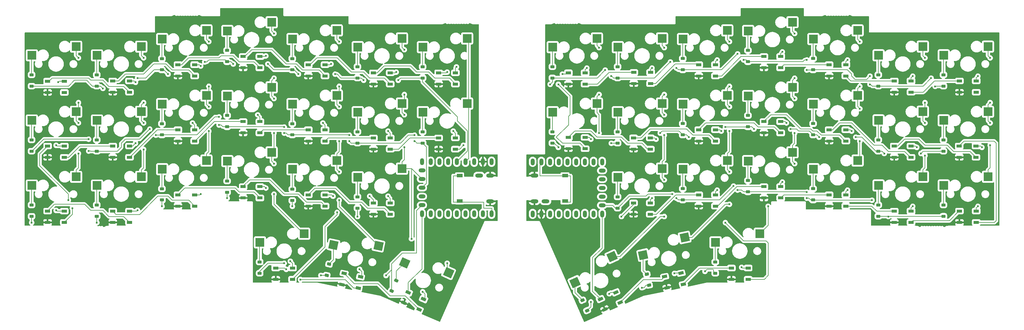
<source format=gbl>
%TF.GenerationSoftware,KiCad,Pcbnew,9.0.0*%
%TF.CreationDate,2025-03-23T14:50:21-06:00*%
%TF.ProjectId,travyboard,74726176-7962-46f6-9172-642e6b696361,rev?*%
%TF.SameCoordinates,Original*%
%TF.FileFunction,Copper,L2,Bot*%
%TF.FilePolarity,Positive*%
%FSLAX46Y46*%
G04 Gerber Fmt 4.6, Leading zero omitted, Abs format (unit mm)*
G04 Created by KiCad (PCBNEW 9.0.0) date 2025-03-23 14:50:21*
%MOMM*%
%LPD*%
G01*
G04 APERTURE LIST*
G04 Aperture macros list*
%AMRoundRect*
0 Rectangle with rounded corners*
0 $1 Rounding radius*
0 $2 $3 $4 $5 $6 $7 $8 $9 X,Y pos of 4 corners*
0 Add a 4 corners polygon primitive as box body*
4,1,4,$2,$3,$4,$5,$6,$7,$8,$9,$2,$3,0*
0 Add four circle primitives for the rounded corners*
1,1,$1+$1,$2,$3*
1,1,$1+$1,$4,$5*
1,1,$1+$1,$6,$7*
1,1,$1+$1,$8,$9*
0 Add four rect primitives between the rounded corners*
20,1,$1+$1,$2,$3,$4,$5,0*
20,1,$1+$1,$4,$5,$6,$7,0*
20,1,$1+$1,$6,$7,$8,$9,0*
20,1,$1+$1,$8,$9,$2,$3,0*%
%AMRotRect*
0 Rectangle, with rotation*
0 The origin of the aperture is its center*
0 $1 length*
0 $2 width*
0 $3 Rotation angle, in degrees counterclockwise*
0 Add horizontal line*
21,1,$1,$2,0,0,$3*%
G04 Aperture macros list end*
%TA.AperFunction,Conductor*%
%ADD10C,0.200000*%
%TD*%
%TA.AperFunction,SMDPad,CuDef*%
%ADD11R,2.550000X2.500000*%
%TD*%
%TA.AperFunction,SMDPad,CuDef*%
%ADD12RotRect,2.550000X2.500000X203.880000*%
%TD*%
%TA.AperFunction,SMDPad,CuDef*%
%ADD13RotRect,2.550000X2.500000X191.940000*%
%TD*%
%TA.AperFunction,SMDPad,CuDef*%
%ADD14RotRect,2.550000X2.500000X156.121000*%
%TD*%
%TA.AperFunction,SMDPad,CuDef*%
%ADD15RotRect,2.550000X2.500000X168.061000*%
%TD*%
%TA.AperFunction,ComponentPad*%
%ADD16O,1.200000X2.000000*%
%TD*%
%TA.AperFunction,ComponentPad*%
%ADD17O,2.000000X1.200000*%
%TD*%
%TA.AperFunction,SMDPad,CuDef*%
%ADD18RoundRect,0.225000X-0.375000X0.225000X-0.375000X-0.225000X0.375000X-0.225000X0.375000X0.225000X0*%
%TD*%
%TA.AperFunction,SMDPad,CuDef*%
%ADD19RoundRect,0.225000X-0.413436X0.142549X-0.320337X-0.297715X0.413436X-0.142549X0.320337X0.297715X0*%
%TD*%
%TA.AperFunction,SMDPad,CuDef*%
%ADD20R,1.500000X0.900000*%
%TD*%
%TA.AperFunction,ComponentPad*%
%ADD21O,2.300000X1.150000*%
%TD*%
%TA.AperFunction,SMDPad,CuDef*%
%ADD22R,1.700000X1.000000*%
%TD*%
%TA.AperFunction,SMDPad,CuDef*%
%ADD23RoundRect,0.225000X-0.251813X0.357547X-0.433983X-0.053931X0.251813X-0.357547X0.433983X0.053931X0*%
%TD*%
%TA.AperFunction,SMDPad,CuDef*%
%ADD24RotRect,1.500000X0.900000X156.120000*%
%TD*%
%TA.AperFunction,SMDPad,CuDef*%
%ADD25RoundRect,0.225000X-0.320337X0.297715X-0.413436X-0.142549X0.320337X-0.297715X0.413436X0.142549X0*%
%TD*%
%TA.AperFunction,SMDPad,CuDef*%
%ADD26RotRect,1.500000X0.900000X203.880000*%
%TD*%
%TA.AperFunction,SMDPad,CuDef*%
%ADD27RotRect,1.500000X0.900000X191.940000*%
%TD*%
%TA.AperFunction,SMDPad,CuDef*%
%ADD28RotRect,1.500000X0.900000X168.060000*%
%TD*%
%TA.AperFunction,SMDPad,CuDef*%
%ADD29RoundRect,0.225000X-0.433983X0.053931X-0.251813X-0.357547X0.433983X-0.053931X0.251813X0.357547X0*%
%TD*%
%TA.AperFunction,ViaPad*%
%ADD30C,0.600000*%
%TD*%
G04 APERTURE END LIST*
D10*
%TO.N,/Left Half/TX*%
X167719472Y-77959304D02*
X170100724Y-77959304D01*
%TO.N,/Right Half/RX*%
X184150943Y-68434328D02*
X184150943Y-64862450D01*
%TO.N,/Left Half/TX*%
X170100724Y-77959304D02*
X170100724Y-79745243D01*
X167719472Y-76173365D02*
X167719472Y-77959304D01*
X160575716Y-76173365D02*
X167719472Y-76173365D01*
%TO.N,/Right Half/RX*%
X193080638Y-68434328D02*
X191294699Y-68434328D01*
%TO.N,/Left Half/TX*%
X158789777Y-68434296D02*
X158789777Y-76173365D01*
X158789777Y-76173365D02*
X160575716Y-76173365D01*
%TO.N,/Right Half/RX*%
X191294699Y-68434328D02*
X184150943Y-68434328D01*
%TO.N,/Left Half/TX*%
X160575716Y-68434296D02*
X158789777Y-68434296D01*
%TO.N,/Right Half/RX*%
X191294699Y-76173397D02*
X193080638Y-76173397D01*
X193080638Y-76173397D02*
X193080638Y-68434328D01*
%TD*%
D11*
%TO.P,SW32,1,1*%
%TO.N,Net-(D29-K)*%
X283095794Y-52198831D03*
%TO.P,SW32,2,2*%
%TO.N,/Right Half/COL_5*%
X296022794Y-49658831D03*
%TD*%
%TO.P,SW28,1,1*%
%TO.N,Net-(D25-K)*%
X206895730Y-49817831D03*
%TO.P,SW28,2,2*%
%TO.N,/Right Half/COL_1*%
X219822730Y-47277831D03*
%TD*%
%TO.P,SW26,1,1*%
%TO.N,Net-(D23-K)*%
X283095794Y-33148815D03*
%TO.P,SW26,2,2*%
%TO.N,/Right Half/COL_5*%
X296022794Y-30608815D03*
%TD*%
%TO.P,SW40,1,1*%
%TO.N,Net-(D42-K)*%
X235470778Y-87917847D03*
%TO.P,SW40,2,2*%
%TO.N,/Right Half/COL_3*%
X248397778Y-85377847D03*
%TD*%
%TO.P,SW38,1,1*%
%TO.N,Net-(D35-K)*%
X283095794Y-71248847D03*
%TO.P,SW38,2,2*%
%TO.N,/Right Half/COL_5*%
X296022794Y-68708847D03*
%TD*%
%TO.P,SW29,1,1*%
%TO.N,Net-(D26-K)*%
X225945762Y-47435831D03*
%TO.P,SW29,2,2*%
%TO.N,/Right Half/COL_2*%
X238872762Y-44895831D03*
%TD*%
%TO.P,SW30,1,1*%
%TO.N,Net-(D27-K)*%
X244995762Y-45054831D03*
%TO.P,SW30,2,2*%
%TO.N,/Right Half/COL_3*%
X257922762Y-42514831D03*
%TD*%
%TO.P,SW39,1,1*%
%TO.N,Net-(D36-K)*%
X302145810Y-71248847D03*
%TO.P,SW39,2,2*%
%TO.N,/Right Half/COL_6*%
X315072810Y-68708847D03*
%TD*%
D12*
%TO.P,SW42,1,1*%
%TO.N,Net-(D40-K)*%
X194383252Y-99647998D03*
%TO.P,SW42,2,2*%
%TO.N,/Right Half/COL_1*%
X205175392Y-92092294D03*
%TD*%
D11*
%TO.P,SW37,1,1*%
%TO.N,Net-(D34-K)*%
X264045778Y-66485847D03*
%TO.P,SW37,2,2*%
%TO.N,/Right Half/COL_4*%
X276972778Y-63945847D03*
%TD*%
%TO.P,SW31,1,1*%
%TO.N,Net-(D28-K)*%
X264045778Y-47435831D03*
%TO.P,SW31,2,2*%
%TO.N,/Right Half/COL_4*%
X276972778Y-44895831D03*
%TD*%
%TO.P,SW35,1,1*%
%TO.N,Net-(D32-K)*%
X225945746Y-66485847D03*
%TO.P,SW35,2,2*%
%TO.N,/Right Half/COL_2*%
X238872746Y-63945847D03*
%TD*%
%TO.P,SW34,1,1*%
%TO.N,Net-(D31-K)*%
X206895730Y-68867847D03*
%TO.P,SW34,2,2*%
%TO.N,/Right Half/COL_1*%
X219822730Y-66327847D03*
%TD*%
%TO.P,SW25,1,1*%
%TO.N,Net-(D22-K)*%
X264045778Y-28385815D03*
%TO.P,SW25,2,2*%
%TO.N,/Right Half/COL_4*%
X276972778Y-25845815D03*
%TD*%
D13*
%TO.P,SW41,1,1*%
%TO.N,Net-(D41-K)*%
X214313676Y-91634561D03*
%TO.P,SW41,2,2*%
%TO.N,/Right Half/COL_2*%
X226435504Y-86475082D03*
%TD*%
D11*
%TO.P,SW49,1,1*%
%TO.N,Net-(D91-K)*%
X187845730Y-30767815D03*
%TO.P,SW49,2,2*%
%TO.N,/Right Half/COL_0*%
X200772730Y-28227815D03*
%TD*%
%TO.P,SW33,1,1*%
%TO.N,Net-(D30-K)*%
X302145810Y-52198831D03*
%TO.P,SW33,2,2*%
%TO.N,/Right Half/COL_6*%
X315072810Y-49658831D03*
%TD*%
%TO.P,SW50,1,1*%
%TO.N,Net-(D92-K)*%
X187845730Y-49817831D03*
%TO.P,SW50,2,2*%
%TO.N,/Right Half/COL_0*%
X200772730Y-47277831D03*
%TD*%
%TO.P,SW24,1,1*%
%TO.N,Net-(D21-K)*%
X244995762Y-26004815D03*
%TO.P,SW24,2,2*%
%TO.N,/Right Half/COL_3*%
X257922762Y-23464815D03*
%TD*%
%TO.P,SW23,1,1*%
%TO.N,Net-(D20-K)*%
X225945746Y-28385815D03*
%TO.P,SW23,2,2*%
%TO.N,/Right Half/COL_2*%
X238872746Y-25845815D03*
%TD*%
%TO.P,SW36,1,1*%
%TO.N,Net-(D33-K)*%
X244995762Y-64104847D03*
%TO.P,SW36,2,2*%
%TO.N,/Right Half/COL_3*%
X257922762Y-61564847D03*
%TD*%
%TO.P,SW22,1,1*%
%TO.N,Net-(D19-K)*%
X206895730Y-30767815D03*
%TO.P,SW22,2,2*%
%TO.N,/Right Half/COL_1*%
X219822730Y-28227815D03*
%TD*%
%TO.P,SW27,1,1*%
%TO.N,Net-(D24-K)*%
X302145810Y-33148815D03*
%TO.P,SW27,2,2*%
%TO.N,/Right Half/COL_6*%
X315072810Y-30608815D03*
%TD*%
%TO.P,SW17,1,1*%
%TO.N,Net-(D17-K)*%
X111818766Y-66489601D03*
%TO.P,SW17,2,2*%
%TO.N,/Left Half/COL_4*%
X124745766Y-63949601D03*
%TD*%
%TO.P,SW1,1,1*%
%TO.N,Net-(D1-K)*%
X35618734Y-33152073D03*
%TO.P,SW1,2,2*%
%TO.N,/Left Half/COL_0*%
X48545734Y-30612073D03*
%TD*%
%TO.P,SW2,1,1*%
%TO.N,Net-(D2-K)*%
X54668750Y-33152073D03*
%TO.P,SW2,2,2*%
%TO.N,/Left Half/COL_1*%
X67595750Y-30612073D03*
%TD*%
%TO.P,SW13,1,1*%
%TO.N,Net-(D13-K)*%
X35618734Y-71252105D03*
%TO.P,SW13,2,2*%
%TO.N,/Left Half/COL_0*%
X48545734Y-68712105D03*
%TD*%
%TO.P,SW15,1,1*%
%TO.N,Net-(D15-K)*%
X73718766Y-66489601D03*
%TO.P,SW15,2,2*%
%TO.N,/Left Half/COL_2*%
X86645766Y-63949601D03*
%TD*%
%TO.P,SW46,1,1*%
%TO.N,Net-(D45-K)*%
X149918766Y-49820585D03*
%TO.P,SW46,2,2*%
%TO.N,/Left Half/COL_6*%
X162845766Y-47280585D03*
%TD*%
%TO.P,SW19,1,1*%
%TO.N,Net-(D37-K)*%
X102293790Y-87920869D03*
%TO.P,SW19,2,2*%
%TO.N,/Left Half/COL_3*%
X115220790Y-85380869D03*
%TD*%
%TO.P,SW4,1,1*%
%TO.N,Net-(D4-K)*%
X92768750Y-26008073D03*
%TO.P,SW4,2,2*%
%TO.N,/Left Half/COL_3*%
X105695750Y-23468073D03*
%TD*%
%TO.P,SW6,1,1*%
%TO.N,Net-(D6-K)*%
X130868750Y-30770073D03*
%TO.P,SW6,2,2*%
%TO.N,/Left Half/COL_5*%
X143795750Y-28230073D03*
%TD*%
%TO.P,SW5,1,1*%
%TO.N,Net-(D5-K)*%
X111818750Y-28389073D03*
%TO.P,SW5,2,2*%
%TO.N,/Left Half/COL_4*%
X124745750Y-25849073D03*
%TD*%
%TO.P,SW9,1,1*%
%TO.N,Net-(D9-K)*%
X73718766Y-47439585D03*
%TO.P,SW9,2,2*%
%TO.N,/Left Half/COL_2*%
X86645766Y-44899585D03*
%TD*%
%TO.P,SW16,1,1*%
%TO.N,Net-(D16-K)*%
X92768766Y-64108601D03*
%TO.P,SW16,2,2*%
%TO.N,/Left Half/COL_3*%
X105695766Y-61568601D03*
%TD*%
%TO.P,SW7,1,1*%
%TO.N,Net-(D7-K)*%
X35618734Y-52202089D03*
%TO.P,SW7,2,2*%
%TO.N,/Left Half/COL_0*%
X48545734Y-49662089D03*
%TD*%
%TO.P,SW12,1,1*%
%TO.N,Net-(D12-K)*%
X130868766Y-49820585D03*
%TO.P,SW12,2,2*%
%TO.N,/Left Half/COL_5*%
X143795766Y-47280585D03*
%TD*%
D14*
%TO.P,SW21,1,1*%
%TO.N,Net-(D39-K)*%
X144575069Y-93884803D03*
%TO.P,SW21,2,2*%
%TO.N,/Left Half/COL_5*%
X157423757Y-96795154D03*
%TD*%
D11*
%TO.P,SW14,1,1*%
%TO.N,Net-(D14-K)*%
X54668750Y-71252105D03*
%TO.P,SW14,2,2*%
%TO.N,/Left Half/COL_1*%
X67595750Y-68712105D03*
%TD*%
%TO.P,SW11,1,1*%
%TO.N,Net-(D11-K)*%
X111818766Y-47439585D03*
%TO.P,SW11,2,2*%
%TO.N,/Left Half/COL_4*%
X124745766Y-44899585D03*
%TD*%
%TO.P,SW18,1,1*%
%TO.N,Net-(D18-K)*%
X130868766Y-68870601D03*
%TO.P,SW18,2,2*%
%TO.N,/Left Half/COL_5*%
X143795766Y-66330601D03*
%TD*%
%TO.P,SW10,1,1*%
%TO.N,Net-(D10-K)*%
X92768766Y-45058585D03*
%TO.P,SW10,2,2*%
%TO.N,/Left Half/COL_3*%
X105695766Y-42518585D03*
%TD*%
%TO.P,SW45,1,1*%
%TO.N,Net-(D44-K)*%
X149918750Y-30770073D03*
%TO.P,SW45,2,2*%
%TO.N,/Left Half/COL_6*%
X162845750Y-28230073D03*
%TD*%
%TO.P,SW3,1,1*%
%TO.N,Net-(D3-K)*%
X73718750Y-28389073D03*
%TO.P,SW3,2,2*%
%TO.N,/Left Half/COL_2*%
X86645750Y-25849073D03*
%TD*%
%TO.P,SW8,1,1*%
%TO.N,Net-(D8-K)*%
X54668750Y-52202089D03*
%TO.P,SW8,2,2*%
%TO.N,/Left Half/COL_1*%
X67595750Y-49662089D03*
%TD*%
D15*
%TO.P,SW20,1,1*%
%TO.N,Net-(D38-K)*%
X123757394Y-88706102D03*
%TO.P,SW20,2,2*%
%TO.N,/Left Half/COL_4*%
X136930213Y-88895257D03*
%TD*%
D16*
%TO.P,U2,0,0*%
%TO.N,unconnected-(U2-Pad0)*%
X181982633Y-64337830D03*
%TO.P,U2,1,1*%
%TO.N,/Right Half/RX*%
X184522633Y-64337830D03*
%TO.P,U2,2,2*%
%TO.N,/Right Half/ROW_0*%
X187062633Y-64337830D03*
%TO.P,U2,3,3*%
%TO.N,/Right Half/ROW_1*%
X189602633Y-64337830D03*
%TO.P,U2,3v3,3v3*%
%TO.N,unconnected-(U2-Pad3v3)*%
X187062633Y-79577830D03*
%TO.P,U2,4,4*%
%TO.N,/Right Half/COL_0*%
X192142633Y-64337830D03*
%TO.P,U2,5,5*%
%TO.N,unconnected-(U2-Pad5)*%
X194682633Y-64337830D03*
%TO.P,U2,5v,5v*%
%TO.N,+5V*%
X181982633Y-79577830D03*
%TO.P,U2,6,6*%
%TO.N,unconnected-(U2-Pad6)*%
X197222633Y-64337830D03*
%TO.P,U2,7,7*%
%TO.N,/Right Half/COL_1*%
X199762633Y-64337830D03*
%TO.P,U2,8,8*%
%TO.N,/Right Half/COL_2*%
X202302633Y-64337830D03*
D17*
%TO.P,U2,9,9*%
%TO.N,/Right Half/COL_3*%
X202302633Y-66877830D03*
%TO.P,U2,10,10*%
%TO.N,/Right Half/COL_4*%
X202302633Y-69417830D03*
%TO.P,U2,11,11*%
%TO.N,/Right Half/COL_5*%
X202302633Y-71957830D03*
%TO.P,U2,12,12*%
%TO.N,/Right Half/COL_6*%
X202302633Y-74497830D03*
%TO.P,U2,13,13*%
%TO.N,/Right Half/ROW_2*%
X202302633Y-77037830D03*
D16*
%TO.P,U2,14,14*%
%TO.N,/Right Half/LED_GPIO*%
X202302633Y-79577830D03*
%TO.P,U2,15,15*%
%TO.N,/Right Half/ROW_3*%
X199762633Y-79577830D03*
%TO.P,U2,26,26*%
%TO.N,unconnected-(U2-Pad26)*%
X197222633Y-79577830D03*
%TO.P,U2,27,27*%
%TO.N,unconnected-(U2-Pad27)*%
X194682633Y-79577830D03*
%TO.P,U2,28,28*%
%TO.N,unconnected-(U2-Pad28)*%
X192142633Y-79577830D03*
%TO.P,U2,29,29*%
%TO.N,unconnected-(U2-Pad29)*%
X189602633Y-79577830D03*
%TO.P,U2,GND,GND*%
%TO.N,GND*%
X184522633Y-79577830D03*
%TD*%
%TO.P,U1,0,0*%
%TO.N,/Left Half/TX*%
X169966490Y-79548026D03*
%TO.P,U1,1,1*%
%TO.N,unconnected-(U1-Pad1)*%
X167426490Y-79548026D03*
%TO.P,U1,2,2*%
%TO.N,unconnected-(U1-Pad2)*%
X164886490Y-79548026D03*
%TO.P,U1,3,3*%
%TO.N,unconnected-(U1-Pad3)*%
X162346490Y-79548026D03*
%TO.P,U1,3v3,3v3*%
%TO.N,unconnected-(U1-Pad3v3)*%
X164886490Y-64308026D03*
%TO.P,U1,4,4*%
%TO.N,unconnected-(U1-Pad4)*%
X159806490Y-79548026D03*
%TO.P,U1,5,5*%
%TO.N,unconnected-(U1-Pad5)*%
X157266490Y-79548026D03*
%TO.P,U1,5v,5v*%
%TO.N,+5V*%
X169966490Y-64308026D03*
%TO.P,U1,6,6*%
%TO.N,unconnected-(U1-Pad6)*%
X154726490Y-79548026D03*
%TO.P,U1,7,7*%
%TO.N,unconnected-(U1-Pad7)*%
X152186490Y-79548026D03*
%TO.P,U1,8,8*%
%TO.N,/Left Half/LED_GPIO*%
X149646490Y-79548026D03*
D17*
%TO.P,U1,9,9*%
%TO.N,/Left Half/ROW_3*%
X149646490Y-77008026D03*
%TO.P,U1,10,10*%
%TO.N,/Left Half/ROW_2*%
X149646490Y-74468026D03*
%TO.P,U1,11,11*%
%TO.N,/Left Half/ROW_1*%
X149646490Y-71928026D03*
%TO.P,U1,12,12*%
%TO.N,/Left Half/COL_5*%
X149646490Y-69388026D03*
%TO.P,U1,13,13*%
%TO.N,/Left Half/COL_0*%
X149646490Y-66848026D03*
D16*
%TO.P,U1,14,14*%
%TO.N,/Left Half/COL_1*%
X149646490Y-64308026D03*
%TO.P,U1,15,15*%
%TO.N,/Left Half/COL_2*%
X152186490Y-64308026D03*
%TO.P,U1,26,26*%
%TO.N,/Left Half/COL_3*%
X154726490Y-64308026D03*
%TO.P,U1,27,27*%
%TO.N,/Left Half/COL_4*%
X157266490Y-64308026D03*
%TO.P,U1,28,28*%
%TO.N,/Left Half/ROW_0*%
X159806490Y-64308026D03*
%TO.P,U1,29,29*%
%TO.N,/Left Half/COL_6*%
X162346490Y-64308026D03*
%TO.P,U1,GND,GND*%
%TO.N,GND*%
X167426490Y-64308026D03*
%TD*%
D18*
%TO.P,D26,1,K*%
%TO.N,Net-(D26-K)*%
X225860816Y-53156333D03*
%TO.P,D26,2,A*%
%TO.N,/Right Half/ROW_1*%
X225860816Y-56456333D03*
%TD*%
D19*
%TO.P,D41,1,K*%
%TO.N,Net-(D41-K)*%
X215359970Y-97242613D03*
%TO.P,D41,2,A*%
%TO.N,/Right Half/ROW_3*%
X216042698Y-100471217D03*
%TD*%
D20*
%TO.P,D84,1,VDD*%
%TO.N,+5V*%
X235454572Y-35892256D03*
%TO.P,D84,2,DOUT*%
%TO.N,Net-(D84-DOUT)*%
X235454572Y-39192256D03*
%TO.P,D84,3,VSS*%
%TO.N,GND*%
X230554572Y-39192256D03*
%TO.P,D84,4,DIN*%
%TO.N,Net-(D78-DOUT)*%
X230554572Y-35892256D03*
%TD*%
D18*
%TO.P,D10,1,K*%
%TO.N,Net-(D10-K)*%
X92683839Y-50778340D03*
%TO.P,D10,2,A*%
%TO.N,/Left Half/ROW_1*%
X92683839Y-54078340D03*
%TD*%
D20*
%TO.P,D85,1,VDD*%
%TO.N,+5V*%
X311654636Y-40654760D03*
%TO.P,D85,2,DOUT*%
%TO.N,unconnected-(D85-DOUT-Pad2)*%
X311654636Y-43954760D03*
%TO.P,D85,3,VSS*%
%TO.N,GND*%
X306754636Y-43954760D03*
%TO.P,D85,4,DIN*%
%TO.N,Net-(D79-DOUT)*%
X306754636Y-40654760D03*
%TD*%
D21*
%TO.P,J1,1*%
%TO.N,GND*%
X169588734Y-75921823D03*
D22*
%TO.P,J1,2*%
%TO.N,/Left Half/TX*%
X160638734Y-68396823D03*
D21*
%TO.P,J1,3*%
%TO.N,+5V*%
X166338734Y-68321823D03*
D22*
%TO.P,J1,4*%
%TO.N,/Left Half/TX*%
X160638734Y-75846823D03*
D21*
%TO.P,J1,5*%
%TO.N,GND*%
X169588734Y-68321823D03*
%TD*%
D23*
%TO.P,D39,1,K*%
%TO.N,Net-(D39-K)*%
X142142074Y-99090955D03*
%TO.P,D39,2,A*%
%TO.N,/Left Half/ROW_3*%
X140806160Y-102108459D03*
%TD*%
D18*
%TO.P,D33,1,K*%
%TO.N,Net-(D33-K)*%
X244910832Y-69825097D03*
%TO.P,D33,2,A*%
%TO.N,/Right Half/ROW_2*%
X244910832Y-73125097D03*
%TD*%
D20*
%TO.P,D76,1,VDD*%
%TO.N,+5V*%
X311585888Y-59704776D03*
%TO.P,D76,2,DOUT*%
%TO.N,Net-(D76-DOUT)*%
X311585888Y-63004776D03*
%TO.P,D76,3,VSS*%
%TO.N,GND*%
X306685888Y-63004776D03*
%TO.P,D76,4,DIN*%
%TO.N,Net-(D70-DOUT)*%
X306685888Y-59704776D03*
%TD*%
D18*
%TO.P,D27,1,K*%
%TO.N,Net-(D27-K)*%
X244910832Y-50775081D03*
%TO.P,D27,2,A*%
%TO.N,/Right Half/ROW_1*%
X244910832Y-54075081D03*
%TD*%
D20*
%TO.P,D55,1,VDD*%
%TO.N,+5V*%
X64177563Y-59708035D03*
%TO.P,D55,2,DOUT*%
%TO.N,Net-(D55-DOUT)*%
X64177563Y-63008035D03*
%TO.P,D55,3,VSS*%
%TO.N,GND*%
X59277563Y-63008035D03*
%TO.P,D55,4,DIN*%
%TO.N,Net-(D54-DOUT)*%
X59277563Y-59708035D03*
%TD*%
D18*
%TO.P,D37,1,K*%
%TO.N,Net-(D37-K)*%
X102208847Y-93640876D03*
%TO.P,D37,2,A*%
%TO.N,/Left Half/ROW_3*%
X102208847Y-96940876D03*
%TD*%
%TO.P,D2,1,K*%
%TO.N,Net-(D2-K)*%
X54583807Y-38872080D03*
%TO.P,D2,2,A*%
%TO.N,/Left Half/ROW_0*%
X54583807Y-42172080D03*
%TD*%
D20*
%TO.P,D73,1,VDD*%
%TO.N,+5V*%
X273554604Y-35892256D03*
%TO.P,D73,2,DOUT*%
%TO.N,Net-(D73-DOUT)*%
X273554604Y-39192256D03*
%TO.P,D73,3,VSS*%
%TO.N,GND*%
X268654604Y-39192256D03*
%TO.P,D73,4,DIN*%
%TO.N,Net-(D73-DIN)*%
X268654604Y-35892256D03*
%TD*%
D18*
%TO.P,D31,1,K*%
%TO.N,Net-(D31-K)*%
X206810800Y-74587601D03*
%TO.P,D31,2,A*%
%TO.N,/Right Half/ROW_2*%
X206810800Y-77887601D03*
%TD*%
%TO.P,D19,1,K*%
%TO.N,Net-(D19-K)*%
X206810800Y-36487569D03*
%TO.P,D19,2,A*%
%TO.N,/Right Half/ROW_0*%
X206810800Y-39787569D03*
%TD*%
D20*
%TO.P,D48,1,VDD*%
%TO.N,+5V*%
X140377627Y-76376799D03*
%TO.P,D48,2,DOUT*%
%TO.N,Net-(D48-DOUT)*%
X140377627Y-79676799D03*
%TO.P,D48,3,VSS*%
%TO.N,GND*%
X135477627Y-79676799D03*
%TO.P,D48,4,DIN*%
%TO.N,Net-(D47-DOUT)*%
X135477627Y-76376799D03*
%TD*%
%TO.P,D88,1,VDD*%
%TO.N,+5V*%
X273554604Y-54942272D03*
%TO.P,D88,2,DOUT*%
%TO.N,Net-(D71-DIN)*%
X273554604Y-58242272D03*
%TO.P,D88,3,VSS*%
%TO.N,GND*%
X268654604Y-58242272D03*
%TO.P,D88,4,DIN*%
%TO.N,Net-(D82-DOUT)*%
X268654604Y-54942272D03*
%TD*%
D18*
%TO.P,D1,1,K*%
%TO.N,Net-(D1-K)*%
X35533791Y-38872080D03*
%TO.P,D1,2,A*%
%TO.N,/Left Half/ROW_0*%
X35533791Y-42172080D03*
%TD*%
D20*
%TO.P,D51,1,VDD*%
%TO.N,+5V*%
X83227579Y-73995547D03*
%TO.P,D51,2,DOUT*%
%TO.N,Net-(D51-DOUT)*%
X83227579Y-77295547D03*
%TO.P,D51,3,VSS*%
%TO.N,GND*%
X78327579Y-77295547D03*
%TO.P,D51,4,DIN*%
%TO.N,Net-(D50-DOUT)*%
X78327579Y-73995547D03*
%TD*%
D18*
%TO.P,D45,1,K*%
%TO.N,Net-(D45-K)*%
X149833887Y-55540843D03*
%TO.P,D45,2,A*%
%TO.N,/Left Half/ROW_1*%
X149833887Y-58840843D03*
%TD*%
D20*
%TO.P,D75,1,VDD*%
%TO.N,+5V*%
X254504588Y-71611036D03*
%TO.P,D75,2,DOUT*%
%TO.N,Net-(D75-DOUT)*%
X254504588Y-74911036D03*
%TO.P,D75,3,VSS*%
%TO.N,GND*%
X249604588Y-74911036D03*
%TO.P,D75,4,DIN*%
%TO.N,Net-(D69-DOUT)*%
X249604588Y-71611036D03*
%TD*%
%TO.P,D67,1,VDD*%
%TO.N,+5V*%
X45127547Y-40722401D03*
%TO.P,D67,2,DOUT*%
%TO.N,unconnected-(D67-DOUT-Pad2)*%
X45127547Y-44022401D03*
%TO.P,D67,3,VSS*%
%TO.N,GND*%
X40227547Y-44022401D03*
%TO.P,D67,4,DIN*%
%TO.N,Net-(D66-DOUT)*%
X40227547Y-40722401D03*
%TD*%
%TO.P,D80,1,VDD*%
%TO.N,+5V*%
X244979580Y-95423556D03*
%TO.P,D80,2,DOUT*%
%TO.N,Net-(D80-DOUT)*%
X244979580Y-98723556D03*
%TO.P,D80,3,VSS*%
%TO.N,GND*%
X240079580Y-98723556D03*
%TO.P,D80,4,DIN*%
%TO.N,Net-(D74-DOUT)*%
X240079580Y-95423556D03*
%TD*%
%TO.P,D69,1,VDD*%
%TO.N,+5V*%
X235454572Y-73992288D03*
%TO.P,D69,2,DOUT*%
%TO.N,Net-(D69-DOUT)*%
X235454572Y-77292288D03*
%TO.P,D69,3,VSS*%
%TO.N,GND*%
X230554572Y-77292288D03*
%TO.P,D69,4,DIN*%
%TO.N,Net-(D69-DIN)*%
X230554572Y-73992288D03*
%TD*%
%TO.P,D60,1,VDD*%
%TO.N,+5V*%
X159427643Y-57326782D03*
%TO.P,D60,2,DOUT*%
%TO.N,Net-(D60-DOUT)*%
X159427643Y-60626782D03*
%TO.P,D60,3,VSS*%
%TO.N,GND*%
X154527643Y-60626782D03*
%TO.P,D60,4,DIN*%
%TO.N,Net-(D59-DOUT)*%
X154527643Y-57326782D03*
%TD*%
D24*
%TO.P,D43,1,VDD*%
%TO.N,+5V*%
X150122896Y-104535470D03*
%TO.P,D43,2,DOUT*%
%TO.N,Net-(D43-DOUT)*%
X148786982Y-107552974D03*
%TO.P,D43,3,VSS*%
%TO.N,GND*%
X144306444Y-105569344D03*
%TO.P,D43,4,DIN*%
%TO.N,/Left Half/LED_GPIO*%
X145642358Y-102551840D03*
%TD*%
D18*
%TO.P,D23,1,K*%
%TO.N,Net-(D23-K)*%
X283010864Y-38868821D03*
%TO.P,D23,2,A*%
%TO.N,/Right Half/ROW_0*%
X283010864Y-42168821D03*
%TD*%
D20*
%TO.P,D62,1,VDD*%
%TO.N,+5V*%
X140377627Y-38276767D03*
%TO.P,D62,2,DOUT*%
%TO.N,Net-(D62-DOUT)*%
X140377627Y-41576767D03*
%TO.P,D62,3,VSS*%
%TO.N,GND*%
X135477627Y-41576767D03*
%TO.P,D62,4,DIN*%
%TO.N,Net-(D61-DOUT)*%
X135477627Y-38276767D03*
%TD*%
D18*
%TO.P,D44,1,K*%
%TO.N,Net-(D44-K)*%
X149833887Y-36490828D03*
%TO.P,D44,2,A*%
%TO.N,/Left Half/ROW_0*%
X149833887Y-39790828D03*
%TD*%
D25*
%TO.P,D38,1,K*%
%TO.N,Net-(D38-K)*%
X122489008Y-94296754D03*
%TO.P,D38,2,A*%
%TO.N,/Left Half/ROW_3*%
X121806280Y-97525358D03*
%TD*%
D18*
%TO.P,D6,1,K*%
%TO.N,Net-(D6-K)*%
X130783871Y-36490828D03*
%TO.P,D6,2,A*%
%TO.N,/Left Half/ROW_0*%
X130783871Y-39790828D03*
%TD*%
D20*
%TO.P,D81,1,VDD*%
%TO.N,+5V*%
X273554604Y-73992288D03*
%TO.P,D81,2,DOUT*%
%TO.N,Net-(D81-DOUT)*%
X273554604Y-77292288D03*
%TO.P,D81,3,VSS*%
%TO.N,GND*%
X268654604Y-77292288D03*
%TO.P,D81,4,DIN*%
%TO.N,Net-(D75-DOUT)*%
X268654604Y-73992288D03*
%TD*%
%TO.P,D53,1,VDD*%
%TO.N,+5V*%
X45127547Y-78758051D03*
%TO.P,D53,2,DOUT*%
%TO.N,Net-(D53-DOUT)*%
X45127547Y-82058051D03*
%TO.P,D53,3,VSS*%
%TO.N,GND*%
X40227547Y-82058051D03*
%TO.P,D53,4,DIN*%
%TO.N,Net-(D52-DOUT)*%
X40227547Y-78758051D03*
%TD*%
%TO.P,D66,1,VDD*%
%TO.N,+5V*%
X64177563Y-40658019D03*
%TO.P,D66,2,DOUT*%
%TO.N,Net-(D66-DOUT)*%
X64177563Y-43958019D03*
%TO.P,D66,3,VSS*%
%TO.N,GND*%
X59277563Y-43958019D03*
%TO.P,D66,4,DIN*%
%TO.N,Net-(D65-DOUT)*%
X59277563Y-40658019D03*
%TD*%
%TO.P,D89,1,VDD*%
%TO.N,+5V*%
X197354540Y-57187585D03*
%TO.P,D89,2,DOUT*%
%TO.N,Net-(D72-DIN)*%
X197354540Y-60487585D03*
%TO.P,D89,3,VSS*%
%TO.N,GND*%
X192454540Y-60487585D03*
%TO.P,D89,4,DIN*%
%TO.N,Net-(D83-DOUT)*%
X192454540Y-57187585D03*
%TD*%
%TO.P,D63,1,VDD*%
%TO.N,+5V*%
X121327611Y-35895515D03*
%TO.P,D63,2,DOUT*%
%TO.N,Net-(D63-DOUT)*%
X121327611Y-39195515D03*
%TO.P,D63,3,VSS*%
%TO.N,GND*%
X116427611Y-39195515D03*
%TO.P,D63,4,DIN*%
%TO.N,Net-(D62-DOUT)*%
X116427611Y-35895515D03*
%TD*%
D18*
%TO.P,D15,1,K*%
%TO.N,Net-(D15-K)*%
X73633823Y-72209608D03*
%TO.P,D15,2,A*%
%TO.N,/Left Half/ROW_2*%
X73633823Y-75509608D03*
%TD*%
%TO.P,D20,1,K*%
%TO.N,Net-(D20-K)*%
X225860816Y-34106317D03*
%TO.P,D20,2,A*%
%TO.N,/Right Half/ROW_0*%
X225860816Y-37406317D03*
%TD*%
%TO.P,D16,1,K*%
%TO.N,Net-(D16-K)*%
X92683839Y-69964295D03*
%TO.P,D16,2,A*%
%TO.N,/Left Half/ROW_2*%
X92683839Y-73264295D03*
%TD*%
%TO.P,D25,1,K*%
%TO.N,Net-(D25-K)*%
X206810800Y-55537585D03*
%TO.P,D25,2,A*%
%TO.N,/Right Half/ROW_1*%
X206810800Y-58837585D03*
%TD*%
%TO.P,D5,1,K*%
%TO.N,Net-(D5-K)*%
X111733855Y-34109576D03*
%TO.P,D5,2,A*%
%TO.N,/Left Half/ROW_0*%
X111733855Y-37409576D03*
%TD*%
D20*
%TO.P,D87,1,VDD*%
%TO.N,+5V*%
X292604620Y-78754792D03*
%TO.P,D87,2,DOUT*%
%TO.N,Net-(D70-DIN)*%
X292604620Y-82054792D03*
%TO.P,D87,3,VSS*%
%TO.N,GND*%
X287704620Y-82054792D03*
%TO.P,D87,4,DIN*%
%TO.N,Net-(D81-DOUT)*%
X287704620Y-78754792D03*
%TD*%
D18*
%TO.P,D3,1,K*%
%TO.N,Net-(D3-K)*%
X73633823Y-34109576D03*
%TO.P,D3,2,A*%
%TO.N,/Left Half/ROW_0*%
X73633823Y-37409576D03*
%TD*%
%TO.P,D22,1,K*%
%TO.N,Net-(D22-K)*%
X263960848Y-34106317D03*
%TO.P,D22,2,A*%
%TO.N,/Right Half/ROW_0*%
X263960848Y-37406317D03*
%TD*%
%TO.P,D9,1,K*%
%TO.N,Net-(D9-K)*%
X73633823Y-53159592D03*
%TO.P,D9,2,A*%
%TO.N,/Left Half/ROW_1*%
X73633823Y-56459592D03*
%TD*%
D20*
%TO.P,D56,1,VDD*%
%TO.N,+5V*%
X83227579Y-54945531D03*
%TO.P,D56,2,DOUT*%
%TO.N,Net-(D56-DOUT)*%
X83227579Y-58245531D03*
%TO.P,D56,3,VSS*%
%TO.N,GND*%
X78327579Y-58245531D03*
%TO.P,D56,4,DIN*%
%TO.N,Net-(D55-DOUT)*%
X78327579Y-54945531D03*
%TD*%
D18*
%TO.P,D24,1,K*%
%TO.N,Net-(D24-K)*%
X302060880Y-38868821D03*
%TO.P,D24,2,A*%
%TO.N,/Right Half/ROW_0*%
X302060880Y-42168821D03*
%TD*%
%TO.P,D18,1,K*%
%TO.N,Net-(D18-K)*%
X130783871Y-74590860D03*
%TO.P,D18,2,A*%
%TO.N,/Left Half/ROW_2*%
X130783871Y-77890860D03*
%TD*%
D20*
%TO.P,D71,1,VDD*%
%TO.N,+5V*%
X254504588Y-52561020D03*
%TO.P,D71,2,DOUT*%
%TO.N,Net-(D71-DOUT)*%
X254504588Y-55861020D03*
%TO.P,D71,3,VSS*%
%TO.N,GND*%
X249604588Y-55861020D03*
%TO.P,D71,4,DIN*%
%TO.N,Net-(D71-DIN)*%
X249604588Y-52561020D03*
%TD*%
D26*
%TO.P,D68,1,VDD*%
%TO.N,+5V*%
X206281557Y-102528783D03*
%TO.P,D68,2,DOUT*%
%TO.N,Net-(D68-DOUT)*%
X207617471Y-105546289D03*
%TO.P,D68,3,VSS*%
%TO.N,GND*%
X203136933Y-107529921D03*
%TO.P,D68,4,DIN*%
%TO.N,/Right Half/LED_GPIO*%
X201801019Y-104512415D03*
%TD*%
D18*
%TO.P,D21,1,K*%
%TO.N,Net-(D21-K)*%
X244910832Y-31725065D03*
%TO.P,D21,2,A*%
%TO.N,/Right Half/ROW_0*%
X244910832Y-35025065D03*
%TD*%
D27*
%TO.P,D74,1,VDD*%
%TO.N,+5V*%
X225371196Y-96927573D03*
%TO.P,D74,2,DOUT*%
%TO.N,Net-(D74-DOUT)*%
X226053924Y-100156177D03*
%TO.P,D74,3,VSS*%
%TO.N,GND*%
X221259936Y-101169925D03*
%TO.P,D74,4,DIN*%
%TO.N,Net-(D68-DOUT)*%
X220577208Y-97941321D03*
%TD*%
D20*
%TO.P,D58,1,VDD*%
%TO.N,+5V*%
X121327611Y-54945531D03*
%TO.P,D58,2,DOUT*%
%TO.N,Net-(D58-DOUT)*%
X121327611Y-58245531D03*
%TO.P,D58,3,VSS*%
%TO.N,GND*%
X116427611Y-58245531D03*
%TO.P,D58,4,DIN*%
%TO.N,Net-(D57-DOUT)*%
X116427611Y-54945531D03*
%TD*%
%TO.P,D49,1,VDD*%
%TO.N,+5V*%
X121327611Y-73995547D03*
%TO.P,D49,2,DOUT*%
%TO.N,Net-(D49-DOUT)*%
X121327611Y-77295547D03*
%TO.P,D49,3,VSS*%
%TO.N,GND*%
X116427611Y-77295547D03*
%TO.P,D49,4,DIN*%
%TO.N,Net-(D48-DOUT)*%
X116427611Y-73995547D03*
%TD*%
%TO.P,D83,1,VDD*%
%TO.N,+5V*%
X216404556Y-57323524D03*
%TO.P,D83,2,DOUT*%
%TO.N,Net-(D83-DOUT)*%
X216404556Y-60623524D03*
%TO.P,D83,3,VSS*%
%TO.N,GND*%
X211504556Y-60623524D03*
%TO.P,D83,4,DIN*%
%TO.N,Net-(D77-DOUT)*%
X211504556Y-57323524D03*
%TD*%
D18*
%TO.P,D13,1,K*%
%TO.N,Net-(D13-K)*%
X35533791Y-76972112D03*
%TO.P,D13,2,A*%
%TO.N,/Left Half/ROW_2*%
X35533791Y-80272112D03*
%TD*%
D20*
%TO.P,D47,1,VDD*%
%TO.N,+5V*%
X111802603Y-95426815D03*
%TO.P,D47,2,DOUT*%
%TO.N,Net-(D47-DOUT)*%
X111802603Y-98726815D03*
%TO.P,D47,3,VSS*%
%TO.N,GND*%
X106902603Y-98726815D03*
%TO.P,D47,4,DIN*%
%TO.N,Net-(D46-DOUT)*%
X106902603Y-95426815D03*
%TD*%
D18*
%TO.P,D91,1,K*%
%TO.N,Net-(D91-K)*%
X187760800Y-36487569D03*
%TO.P,D91,2,A*%
%TO.N,/Right Half/ROW_0*%
X187760800Y-39787569D03*
%TD*%
%TO.P,D42,1,K*%
%TO.N,Net-(D42-K)*%
X235385824Y-93637617D03*
%TO.P,D42,2,A*%
%TO.N,/Right Half/ROW_3*%
X235385824Y-96937617D03*
%TD*%
D20*
%TO.P,D57,1,VDD*%
%TO.N,+5V*%
X102277595Y-52564279D03*
%TO.P,D57,2,DOUT*%
%TO.N,Net-(D57-DOUT)*%
X102277595Y-55864279D03*
%TO.P,D57,3,VSS*%
%TO.N,GND*%
X97377595Y-55864279D03*
%TO.P,D57,4,DIN*%
%TO.N,Net-(D56-DOUT)*%
X97377595Y-52564279D03*
%TD*%
%TO.P,D72,1,VDD*%
%TO.N,+5V*%
X197354540Y-38273508D03*
%TO.P,D72,2,DOUT*%
%TO.N,Net-(D72-DOUT)*%
X197354540Y-41573508D03*
%TO.P,D72,3,VSS*%
%TO.N,GND*%
X192454540Y-41573508D03*
%TO.P,D72,4,DIN*%
%TO.N,Net-(D72-DIN)*%
X192454540Y-38273508D03*
%TD*%
D18*
%TO.P,D12,1,K*%
%TO.N,Net-(D12-K)*%
X130783871Y-55540844D03*
%TO.P,D12,2,A*%
%TO.N,/Left Half/ROW_1*%
X130783871Y-58840844D03*
%TD*%
%TO.P,D7,1,K*%
%TO.N,Net-(D7-K)*%
X35533791Y-57922096D03*
%TO.P,D7,2,A*%
%TO.N,/Left Half/ROW_1*%
X35533791Y-61222096D03*
%TD*%
D21*
%TO.P,J2,1*%
%TO.N,GND*%
X182518710Y-68322298D03*
D22*
%TO.P,J2,2*%
%TO.N,/Right Half/RX*%
X191468710Y-75847298D03*
D21*
%TO.P,J2,3*%
%TO.N,+5V*%
X185768710Y-75922298D03*
D22*
%TO.P,J2,4*%
%TO.N,/Right Half/RX*%
X191468710Y-68397298D03*
D21*
%TO.P,J2,5*%
%TO.N,GND*%
X182518710Y-75922298D03*
%TD*%
D20*
%TO.P,D52,1,VDD*%
%TO.N,+5V*%
X64177563Y-78758051D03*
%TO.P,D52,2,DOUT*%
%TO.N,Net-(D52-DOUT)*%
X64177563Y-82058051D03*
%TO.P,D52,3,VSS*%
%TO.N,GND*%
X59277563Y-82058051D03*
%TO.P,D52,4,DIN*%
%TO.N,Net-(D51-DOUT)*%
X59277563Y-78758051D03*
%TD*%
%TO.P,D90,1,VDD*%
%TO.N,+5V*%
X254504588Y-33511004D03*
%TO.P,D90,2,DOUT*%
%TO.N,Net-(D73-DIN)*%
X254504588Y-36811004D03*
%TO.P,D90,3,VSS*%
%TO.N,GND*%
X249604588Y-36811004D03*
%TO.P,D90,4,DIN*%
%TO.N,Net-(D84-DOUT)*%
X249604588Y-33511004D03*
%TD*%
D18*
%TO.P,D34,1,K*%
%TO.N,Net-(D34-K)*%
X263960848Y-72206349D03*
%TO.P,D34,2,A*%
%TO.N,/Right Half/ROW_2*%
X263960848Y-75506349D03*
%TD*%
%TO.P,D11,1,K*%
%TO.N,Net-(D11-K)*%
X111733855Y-53159592D03*
%TO.P,D11,2,A*%
%TO.N,/Left Half/ROW_1*%
X111733855Y-56459592D03*
%TD*%
D28*
%TO.P,D46,1,VDD*%
%TO.N,+5V*%
X131694168Y-98023349D03*
%TO.P,D46,2,DOUT*%
%TO.N,Net-(D46-DOUT)*%
X131011440Y-101251953D03*
%TO.P,D46,3,VSS*%
%TO.N,GND*%
X126217452Y-100238205D03*
%TO.P,D46,4,DIN*%
%TO.N,Net-(D43-DOUT)*%
X126900180Y-97009601D03*
%TD*%
D20*
%TO.P,D79,1,VDD*%
%TO.N,+5V*%
X292604620Y-40654760D03*
%TO.P,D79,2,DOUT*%
%TO.N,Net-(D79-DOUT)*%
X292604620Y-43954760D03*
%TO.P,D79,3,VSS*%
%TO.N,GND*%
X287704620Y-43954760D03*
%TO.P,D79,4,DIN*%
%TO.N,Net-(D73-DOUT)*%
X287704620Y-40654760D03*
%TD*%
%TO.P,D77,1,VDD*%
%TO.N,+5V*%
X235454572Y-54942272D03*
%TO.P,D77,2,DOUT*%
%TO.N,Net-(D77-DOUT)*%
X235454572Y-58242272D03*
%TO.P,D77,3,VSS*%
%TO.N,GND*%
X230554572Y-58242272D03*
%TO.P,D77,4,DIN*%
%TO.N,Net-(D71-DOUT)*%
X230554572Y-54942272D03*
%TD*%
%TO.P,D50,1,VDD*%
%TO.N,+5V*%
X102277595Y-71614295D03*
%TO.P,D50,2,DOUT*%
%TO.N,Net-(D50-DOUT)*%
X102277595Y-74914295D03*
%TO.P,D50,3,VSS*%
%TO.N,GND*%
X97377595Y-74914295D03*
%TO.P,D50,4,DIN*%
%TO.N,Net-(D49-DOUT)*%
X97377595Y-71614295D03*
%TD*%
%TO.P,D65,1,VDD*%
%TO.N,+5V*%
X83227579Y-35895515D03*
%TO.P,D65,2,DOUT*%
%TO.N,Net-(D65-DOUT)*%
X83227579Y-39195515D03*
%TO.P,D65,3,VSS*%
%TO.N,GND*%
X78327579Y-39195515D03*
%TO.P,D65,4,DIN*%
%TO.N,Net-(D64-DOUT)*%
X78327579Y-35895515D03*
%TD*%
%TO.P,D59,1,VDD*%
%TO.N,+5V*%
X140377627Y-57326783D03*
%TO.P,D59,2,DOUT*%
%TO.N,Net-(D59-DOUT)*%
X140377627Y-60626783D03*
%TO.P,D59,3,VSS*%
%TO.N,GND*%
X135477627Y-60626783D03*
%TO.P,D59,4,DIN*%
%TO.N,Net-(D58-DOUT)*%
X135477627Y-57326783D03*
%TD*%
D18*
%TO.P,D32,1,K*%
%TO.N,Net-(D32-K)*%
X225860816Y-72206349D03*
%TO.P,D32,2,A*%
%TO.N,/Right Half/ROW_2*%
X225860816Y-75506349D03*
%TD*%
%TO.P,D4,1,K*%
%TO.N,Net-(D4-K)*%
X92683839Y-31728324D03*
%TO.P,D4,2,A*%
%TO.N,/Left Half/ROW_0*%
X92683839Y-35028324D03*
%TD*%
D29*
%TO.P,D40,1,K*%
%TO.N,Net-(D40-K)*%
X196578345Y-104854168D03*
%TO.P,D40,2,A*%
%TO.N,/Right Half/ROW_3*%
X197914259Y-107871672D03*
%TD*%
D18*
%TO.P,D29,1,K*%
%TO.N,Net-(D29-K)*%
X283010864Y-57918837D03*
%TO.P,D29,2,A*%
%TO.N,/Right Half/ROW_1*%
X283010864Y-61218837D03*
%TD*%
D20*
%TO.P,D64,1,VDD*%
%TO.N,+5V*%
X102277595Y-33514263D03*
%TO.P,D64,2,DOUT*%
%TO.N,Net-(D64-DOUT)*%
X102277595Y-36814263D03*
%TO.P,D64,3,VSS*%
%TO.N,GND*%
X97377595Y-36814263D03*
%TO.P,D64,4,DIN*%
%TO.N,Net-(D63-DOUT)*%
X97377595Y-33514263D03*
%TD*%
%TO.P,D61,1,VDD*%
%TO.N,+5V*%
X159427643Y-38276767D03*
%TO.P,D61,2,DOUT*%
%TO.N,Net-(D61-DOUT)*%
X159427643Y-41576767D03*
%TO.P,D61,3,VSS*%
%TO.N,GND*%
X154527643Y-41576767D03*
%TO.P,D61,4,DIN*%
%TO.N,Net-(D60-DOUT)*%
X154527643Y-38276767D03*
%TD*%
D18*
%TO.P,D30,1,K*%
%TO.N,Net-(D30-K)*%
X302060880Y-57918837D03*
%TO.P,D30,2,A*%
%TO.N,/Right Half/ROW_1*%
X302060880Y-61218837D03*
%TD*%
%TO.P,D14,1,K*%
%TO.N,Net-(D14-K)*%
X54583807Y-76972112D03*
%TO.P,D14,2,A*%
%TO.N,/Left Half/ROW_2*%
X54583807Y-80272112D03*
%TD*%
D20*
%TO.P,D70,1,VDD*%
%TO.N,+5V*%
X311654636Y-78754792D03*
%TO.P,D70,2,DOUT*%
%TO.N,Net-(D70-DOUT)*%
X311654636Y-82054792D03*
%TO.P,D70,3,VSS*%
%TO.N,GND*%
X306754636Y-82054792D03*
%TO.P,D70,4,DIN*%
%TO.N,Net-(D70-DIN)*%
X306754636Y-78754792D03*
%TD*%
%TO.P,D54,1,VDD*%
%TO.N,+5V*%
X45127547Y-59708035D03*
%TO.P,D54,2,DOUT*%
%TO.N,Net-(D54-DOUT)*%
X45127547Y-63008035D03*
%TO.P,D54,3,VSS*%
%TO.N,GND*%
X40227547Y-63008035D03*
%TO.P,D54,4,DIN*%
%TO.N,Net-(D53-DOUT)*%
X40227547Y-59708035D03*
%TD*%
D18*
%TO.P,D35,1,K*%
%TO.N,Net-(D35-K)*%
X283010864Y-76968853D03*
%TO.P,D35,2,A*%
%TO.N,/Right Half/ROW_2*%
X283010864Y-80268853D03*
%TD*%
D20*
%TO.P,D86,1,VDD*%
%TO.N,+5V*%
X216404556Y-76373540D03*
%TO.P,D86,2,DOUT*%
%TO.N,Net-(D69-DIN)*%
X216404556Y-79673540D03*
%TO.P,D86,3,VSS*%
%TO.N,GND*%
X211504556Y-79673540D03*
%TO.P,D86,4,DIN*%
%TO.N,Net-(D80-DOUT)*%
X211504556Y-76373540D03*
%TD*%
%TO.P,D82,1,VDD*%
%TO.N,+5V*%
X292604620Y-59704776D03*
%TO.P,D82,2,DOUT*%
%TO.N,Net-(D82-DOUT)*%
X292604620Y-63004776D03*
%TO.P,D82,3,VSS*%
%TO.N,GND*%
X287704620Y-63004776D03*
%TO.P,D82,4,DIN*%
%TO.N,Net-(D76-DOUT)*%
X287704620Y-59704776D03*
%TD*%
D18*
%TO.P,D8,1,K*%
%TO.N,Net-(D8-K)*%
X54583807Y-57922096D03*
%TO.P,D8,2,A*%
%TO.N,/Left Half/ROW_1*%
X54583807Y-61222096D03*
%TD*%
%TO.P,D36,1,K*%
%TO.N,Net-(D36-K)*%
X302060880Y-76968853D03*
%TO.P,D36,2,A*%
%TO.N,/Right Half/ROW_2*%
X302060880Y-80268853D03*
%TD*%
%TO.P,D92,1,K*%
%TO.N,Net-(D92-K)*%
X187760800Y-55537585D03*
%TO.P,D92,2,A*%
%TO.N,/Right Half/ROW_1*%
X187760800Y-58837585D03*
%TD*%
%TO.P,D28,1,K*%
%TO.N,Net-(D28-K)*%
X263960848Y-53156333D03*
%TO.P,D28,2,A*%
%TO.N,/Right Half/ROW_1*%
X263960848Y-56456333D03*
%TD*%
D20*
%TO.P,D78,1,VDD*%
%TO.N,+5V*%
X216473304Y-38137569D03*
%TO.P,D78,2,DOUT*%
%TO.N,Net-(D78-DOUT)*%
X216473304Y-41437569D03*
%TO.P,D78,3,VSS*%
%TO.N,GND*%
X211573304Y-41437569D03*
%TO.P,D78,4,DIN*%
%TO.N,Net-(D72-DOUT)*%
X211573304Y-38137569D03*
%TD*%
D18*
%TO.P,D17,1,K*%
%TO.N,Net-(D17-K)*%
X111733855Y-72345547D03*
%TO.P,D17,2,A*%
%TO.N,/Left Half/ROW_2*%
X111733855Y-75645547D03*
%TD*%
D30*
%TO.N,/Left Half/COL_1*%
X68302201Y-52956158D03*
X68302201Y-33906142D03*
X68302201Y-47003028D03*
X68302201Y-60695227D03*
%TO.N,/Left Half/COL_2*%
X87352217Y-55337410D03*
X87352217Y-48193654D03*
X87352217Y-29143638D03*
X87352217Y-42240524D03*
%TO.N,/Left Half/COL_3*%
X106402233Y-55932723D03*
X106402233Y-39859272D03*
X106402233Y-26762386D03*
X106402233Y-73792113D03*
X106402233Y-64862418D03*
X106402233Y-45812402D03*
%TO.N,/Left Half/COL_4*%
X125452249Y-67243670D03*
X125452249Y-75578052D03*
X125452249Y-42240524D03*
X125452249Y-29143638D03*
X125452249Y-58313975D03*
X125452249Y-48193654D03*
%TO.N,/Left Half/COL_5*%
X146589065Y-86888948D03*
X144502265Y-50574906D03*
X144502265Y-31524890D03*
X157003734Y-94032698D03*
X144502265Y-60099914D03*
X144502265Y-44621776D03*
%TO.N,/Right Half/COL_1*%
X220465036Y-56528068D03*
X220465036Y-44621808D03*
X220465036Y-50574938D03*
X220465036Y-30929609D03*
X220465036Y-80340588D03*
X220465036Y-69624954D03*
%TO.N,/Right Half/COL_2*%
X239515052Y-42240556D03*
X239515052Y-29143670D03*
X239515052Y-67243702D03*
X239515052Y-76768710D03*
X239515052Y-55337442D03*
X239515052Y-48193686D03*
%TO.N,/Right Half/COL_3*%
X258565068Y-26762418D03*
X258565068Y-55932755D03*
X258565068Y-39859304D03*
X258565068Y-45812434D03*
X250825999Y-77364023D03*
X258565068Y-64862450D03*
%TO.N,/Right Half/COL_4*%
X277615084Y-58314007D03*
X277615084Y-42240556D03*
X277615084Y-29143670D03*
X277615084Y-48788999D03*
%TO.N,/Right Half/COL_5*%
X296665100Y-52956190D03*
X296665100Y-62481198D03*
X296665100Y-47003060D03*
X296665100Y-33906174D03*
%TO.N,/Right Half/COL_6*%
X315715116Y-52956190D03*
X315715116Y-33906174D03*
X315715116Y-47003060D03*
X315715116Y-59504633D03*
%TO.N,/Left Half/ROW_0*%
X142716326Y-40454585D03*
X124261623Y-38668646D03*
X75445957Y-38668646D03*
X86161591Y-35096768D03*
X113545989Y-38668646D03*
X104616294Y-35692081D03*
X132596005Y-40454585D03*
X94495973Y-35692081D03*
X66516262Y-39859272D03*
X56395941Y-42835837D03*
%TO.N,/Left Half/ROW_2*%
X92710034Y-74982739D03*
X111760050Y-77363991D03*
X35559986Y-82126495D03*
X130810066Y-80340556D03*
X73660018Y-77363991D03*
X54610002Y-82126495D03*
%TO.N,/Left Half/ROW_1*%
X128428814Y-58313975D03*
X52228750Y-61170694D03*
X109378798Y-55932723D03*
X70088140Y-54742097D03*
X71874079Y-56528036D03*
X147478830Y-58313975D03*
X90328782Y-53551471D03*
X128428814Y-56528036D03*
X52228750Y-57718662D03*
X90328782Y-51170219D03*
X109378798Y-54146784D03*
X147478830Y-56528036D03*
%TO.N,/Left Half/ROW_3*%
X139144359Y-97604573D03*
X109378734Y-94032698D03*
X120094359Y-97604573D03*
%TO.N,GND*%
X290116657Y-78554649D03*
X271066641Y-73792145D03*
X135572484Y-98795198D03*
X75445957Y-76173365D03*
X145097484Y-83317073D03*
X56991254Y-77363991D03*
X56395941Y-80340556D03*
X128428734Y-101176448D03*
X290116657Y-81531214D03*
X151050609Y-83317073D03*
X271066641Y-76768710D03*
X135572484Y-101176448D03*
X76636583Y-73792113D03*
%TO.N,+5V*%
X254993190Y-70220267D03*
X104020981Y-72006174D03*
X254993190Y-32120235D03*
X65920949Y-58909288D03*
X199033768Y-57718694D03*
X237133800Y-55337442D03*
X243086930Y-95223413D03*
X204391585Y-102962482D03*
X274043206Y-34501487D03*
X131405379Y-95818694D03*
X42703742Y-78554617D03*
X101639729Y-50574906D03*
X216893158Y-74982771D03*
X43299055Y-41049898D03*
X235943174Y-34501487D03*
X149860082Y-102367137D03*
X120689745Y-52956158D03*
X42703742Y-59504601D03*
X294283848Y-60099946D03*
X293093222Y-77364023D03*
X142121013Y-38073333D03*
X235943174Y-72601519D03*
X216893158Y-36882739D03*
X274043206Y-72601519D03*
X111164737Y-93437442D03*
X158789777Y-55337410D03*
X312143238Y-39263991D03*
X139739761Y-55337410D03*
X66516262Y-78554617D03*
X123666310Y-74387426D03*
X82589713Y-52956158D03*
X65920949Y-41049898D03*
X139739761Y-74387426D03*
X159722176Y-36545621D03*
X275233832Y-55337442D03*
X312143238Y-77364023D03*
X313333864Y-60099946D03*
X84970965Y-73792113D03*
X104020981Y-33310829D03*
X123070997Y-35692081D03*
X256183816Y-52956190D03*
X84970965Y-36287394D03*
X293093222Y-39263991D03*
X223441601Y-97009352D03*
X197843142Y-36882739D03*
X218083784Y-57718694D03*
%TO.N,/Right Half/ROW_1*%
X189508760Y-60099946D03*
X284758840Y-61885885D03*
X295474474Y-61885885D03*
X238324426Y-54146816D03*
X204986898Y-58909320D03*
X276424458Y-57123381D03*
X246658808Y-54742129D03*
X227608792Y-57123381D03*
X265708824Y-57123381D03*
X219274410Y-55932755D03*
X257374442Y-54742129D03*
%TO.N,/Right Half/ROW_0*%
X243682243Y-34501487D03*
X241896304Y-32715548D03*
X204986898Y-39263991D03*
X262136946Y-37478052D03*
X280591649Y-39263991D03*
X298451039Y-39859304D03*
X280591649Y-41645243D03*
X299641665Y-42240556D03*
X203200959Y-37478052D03*
X222250975Y-35096800D03*
X262136946Y-34501487D03*
X224036914Y-36882739D03*
X187127508Y-41645243D03*
%TO.N,/Right Half/ROW_2*%
X240705678Y-71410893D03*
X224036914Y-74982771D03*
X222846288Y-73792145D03*
X285949466Y-80340588D03*
X262136946Y-74982771D03*
X241896304Y-72601519D03*
X262136946Y-73196832D03*
X281186962Y-75578084D03*
%TO.N,/Right Half/ROW_3*%
X199033768Y-105343734D03*
X213916593Y-101176543D03*
X232371296Y-96414039D03*
%TO.N,/Left Half/COL_0*%
X49252185Y-52956158D03*
X49252185Y-61885853D03*
X49252185Y-47003028D03*
X49252185Y-33906142D03*
%TO.N,Net-(D47-DOUT)*%
X134381944Y-74387426D03*
X124856936Y-79149930D03*
%TO.N,Net-(D53-DOUT)*%
X46275620Y-75578052D03*
X47466246Y-77959304D03*
%TO.N,Net-(D60-DOUT)*%
X157003734Y-38073323D03*
X161766234Y-59504573D03*
%TO.N,Net-(D46-DOUT)*%
X114141234Y-98795198D03*
X109974047Y-95818635D03*
%TO.N,Net-(D72-DIN)*%
X189508760Y-41645243D03*
X190699386Y-38668678D03*
%TO.N,Net-(D80-DOUT)*%
X207963463Y-80340588D03*
X238324426Y-82126527D03*
%TO.N,/Right Half/COL_0*%
X201415020Y-30929609D03*
X201415020Y-55937442D03*
X201415020Y-44621808D03*
%TD*%
D10*
%TO.N,Net-(D1-K)*%
X35533791Y-38872080D02*
X35533791Y-33237016D01*
X35533791Y-33237016D02*
X35618734Y-33152073D01*
%TO.N,/Left Half/COL_1*%
X67595750Y-49662089D02*
X67595750Y-52249707D01*
X67595750Y-30612073D02*
X67595750Y-33199691D01*
X67595750Y-33199691D02*
X68302201Y-33906142D01*
X68302201Y-47003028D02*
X67595750Y-47709479D01*
X68302201Y-60695227D02*
X68302201Y-66053044D01*
X67595750Y-52249707D02*
X68302201Y-52956158D01*
X67595750Y-66759495D02*
X67595750Y-68712105D01*
X68302201Y-66053044D02*
X67595750Y-66759495D01*
X67595750Y-47709479D02*
X67595750Y-49662089D01*
%TO.N,/Left Half/COL_2*%
X87352217Y-61290540D02*
X86645766Y-61996991D01*
X86645750Y-25849073D02*
X86645750Y-28437171D01*
X86645766Y-61996991D02*
X86645766Y-63949601D01*
X87352217Y-44193134D02*
X86645766Y-44899585D01*
X86645766Y-44899585D02*
X86645766Y-47487203D01*
X86645766Y-47487203D02*
X87352217Y-48193654D01*
X87352217Y-55337410D02*
X87352217Y-61290540D01*
X87352217Y-42240524D02*
X87352217Y-44193134D01*
X86645750Y-28437171D02*
X87352217Y-29143638D01*
%TO.N,Net-(D2-K)*%
X54583807Y-33237016D02*
X54668750Y-33152073D01*
X54583807Y-38872080D02*
X54583807Y-33237016D01*
%TO.N,/Left Half/COL_3*%
X105695766Y-61568601D02*
X105695766Y-64155951D01*
X105695750Y-23468073D02*
X105695750Y-26055903D01*
X105695766Y-40565739D02*
X105695766Y-42518585D01*
X105695750Y-26055903D02*
X106402233Y-26762386D01*
X105695766Y-42518585D02*
X105695766Y-45105935D01*
X106402233Y-73792113D02*
X106402233Y-76768679D01*
X106402233Y-60862134D02*
X105695766Y-61568601D01*
X105695766Y-64155951D02*
X106402233Y-64862418D01*
X106402233Y-39859272D02*
X105695766Y-40565739D01*
X105695766Y-45105935D02*
X106402233Y-45812402D01*
X115014423Y-85380869D02*
X115220790Y-85380869D01*
X106402233Y-55932723D02*
X106402233Y-60862134D01*
X106402233Y-76768679D02*
X115014423Y-85380869D01*
%TO.N,Net-(D3-K)*%
X73633823Y-28474000D02*
X73718750Y-28389073D01*
X73633823Y-34109576D02*
X73633823Y-28474000D01*
%TO.N,Net-(D4-K)*%
X92683839Y-26092984D02*
X92768750Y-26008073D01*
X92683839Y-31728324D02*
X92683839Y-26092984D01*
%TO.N,/Left Half/COL_4*%
X124745766Y-61997023D02*
X124745766Y-63949601D01*
X124745766Y-63949601D02*
X124745766Y-66537187D01*
X124745766Y-47487171D02*
X125452249Y-48193654D01*
X125452249Y-58313975D02*
X125452249Y-61290540D01*
X125452249Y-42240524D02*
X125452249Y-44193102D01*
X124745750Y-28437139D02*
X125452249Y-29143638D01*
X125452249Y-77417293D02*
X136930213Y-88895257D01*
X125452249Y-61290540D02*
X124745766Y-61997023D01*
X125452249Y-75578052D02*
X125452249Y-77417293D01*
X124745766Y-66537187D02*
X125452249Y-67243670D01*
X124745750Y-25849073D02*
X124745750Y-28437139D01*
X125452249Y-44193102D02*
X124745766Y-44899585D01*
X124745766Y-44899585D02*
X124745766Y-47487171D01*
%TO.N,Net-(D5-K)*%
X111733855Y-28473968D02*
X111818750Y-28389073D01*
X111733855Y-34109576D02*
X111733855Y-28473968D01*
%TO.N,/Left Half/COL_5*%
X144502265Y-44621776D02*
X144502265Y-46574086D01*
X143795766Y-49868407D02*
X144502265Y-50574906D01*
X143795750Y-28230073D02*
X143795750Y-30818375D01*
X157003734Y-94032698D02*
X157003734Y-96375131D01*
X144502265Y-46574086D02*
X143795766Y-47280585D01*
X146589065Y-66330601D02*
X149646490Y-69388026D01*
X143795750Y-30818375D02*
X144502265Y-31524890D01*
X146589065Y-66330601D02*
X146589065Y-86888948D01*
X144502265Y-60099914D02*
X144502265Y-63671792D01*
X143795766Y-66330601D02*
X146589065Y-66330601D01*
X143795766Y-47280585D02*
X143795766Y-49868407D01*
X143795766Y-64378291D02*
X143795766Y-66330601D01*
X157003734Y-96375131D02*
X157423757Y-96795154D01*
X144502265Y-63671792D02*
X143795766Y-64378291D01*
%TO.N,Net-(D6-K)*%
X130783871Y-30854952D02*
X130868750Y-30770073D01*
X130783871Y-36490828D02*
X130783871Y-30854952D01*
%TO.N,/Left Half/COL_6*%
X163334766Y-63319750D02*
X162346490Y-64308026D01*
X162845766Y-47280585D02*
X163334766Y-47769585D01*
X163334766Y-47769585D02*
X163334766Y-63319750D01*
X162845750Y-28230073D02*
X163334750Y-28719073D01*
X162845750Y-28230073D02*
X163384750Y-28769073D01*
X163334750Y-28719073D02*
X163334750Y-46791601D01*
X163384750Y-46741601D02*
X162845766Y-47280585D01*
X162845766Y-47280585D02*
X163384766Y-47819585D01*
X163334750Y-46791601D02*
X162845766Y-47280585D01*
%TO.N,Net-(D7-K)*%
X35533791Y-52287032D02*
X35618734Y-52202089D01*
X35533791Y-57922096D02*
X35533791Y-52287032D01*
%TO.N,Net-(D8-K)*%
X54583807Y-52287032D02*
X54668750Y-52202089D01*
X54583807Y-57922096D02*
X54583807Y-52287032D01*
%TO.N,Net-(D9-K)*%
X73633823Y-53159592D02*
X73633823Y-47524528D01*
X73633823Y-47524528D02*
X73718766Y-47439585D01*
%TO.N,Net-(D10-K)*%
X92683839Y-50778340D02*
X92683839Y-45143512D01*
X92683839Y-45143512D02*
X92768766Y-45058585D01*
%TO.N,Net-(D11-K)*%
X111733855Y-47524496D02*
X111818766Y-47439585D01*
X111733855Y-53159592D02*
X111733855Y-47524496D01*
%TO.N,Net-(D12-K)*%
X130783871Y-55540844D02*
X130783871Y-49905480D01*
X130783871Y-49905480D02*
X130868766Y-49820585D01*
%TO.N,Net-(D13-K)*%
X35533791Y-76972112D02*
X35533791Y-71337048D01*
X35533791Y-71337048D02*
X35618734Y-71252105D01*
%TO.N,Net-(D14-K)*%
X54583807Y-71337048D02*
X54668750Y-71252105D01*
X54583807Y-76972112D02*
X54583807Y-71337048D01*
%TO.N,Net-(D15-K)*%
X73633823Y-72209608D02*
X73633823Y-66574544D01*
X73633823Y-66574544D02*
X73718766Y-66489601D01*
%TO.N,Net-(D16-K)*%
X92683839Y-64193528D02*
X92768766Y-64108601D01*
X92683839Y-69964295D02*
X92683839Y-64193528D01*
%TO.N,Net-(D17-K)*%
X111733855Y-66574512D02*
X111818766Y-66489601D01*
X111733855Y-72345547D02*
X111733855Y-66574512D01*
%TO.N,Net-(D18-K)*%
X130783871Y-74590860D02*
X130783871Y-68955496D01*
X130783871Y-68955496D02*
X130868766Y-68870601D01*
%TO.N,Net-(D37-K)*%
X102208847Y-93640876D02*
X102208847Y-88005812D01*
X102208847Y-88005812D02*
X102293790Y-87920869D01*
%TO.N,Net-(D38-K)*%
X122489008Y-94296754D02*
X123757394Y-93028368D01*
X123757394Y-93028368D02*
X123757394Y-88706102D01*
%TO.N,Net-(D39-K)*%
X142142074Y-96317798D02*
X144575069Y-93884803D01*
X142142074Y-99090955D02*
X142142074Y-96317798D01*
%TO.N,/Right Half/COL_1*%
X219822730Y-66327847D02*
X219822730Y-68982648D01*
X219822730Y-47277831D02*
X219822730Y-49932632D01*
X220465036Y-63671824D02*
X219822730Y-64314130D01*
X219274410Y-80340588D02*
X207522704Y-92092294D01*
X219822730Y-64314130D02*
X219822730Y-66327847D01*
X219822730Y-30287303D02*
X220465036Y-30929609D01*
X219822730Y-49932632D02*
X220465036Y-50574938D01*
X220465036Y-80340588D02*
X219274410Y-80340588D01*
X219822730Y-45264114D02*
X219822730Y-47277831D01*
X220465036Y-56528068D02*
X220465036Y-63671824D01*
X220465036Y-44621808D02*
X219822730Y-45264114D01*
X219822730Y-28227815D02*
X219822730Y-30287303D01*
X207522704Y-92092294D02*
X205175392Y-92092294D01*
X219822730Y-68982648D02*
X220465036Y-69624954D01*
%TO.N,Net-(D19-K)*%
X206810800Y-36487569D02*
X206810800Y-30852745D01*
X206810800Y-30852745D02*
X206895730Y-30767815D01*
%TO.N,/Right Half/COL_2*%
X239515052Y-61290572D02*
X238872746Y-61932878D01*
X238324426Y-76768710D02*
X228618054Y-86475082D01*
X238872762Y-42882846D02*
X238872762Y-44895831D01*
X238872746Y-25845815D02*
X238872746Y-28501364D01*
X228618054Y-86475082D02*
X226435504Y-86475082D01*
X238872746Y-66601396D02*
X239515052Y-67243702D01*
X238872762Y-47551396D02*
X239515052Y-48193686D01*
X239515052Y-76768710D02*
X238324426Y-76768710D01*
X239515052Y-42240556D02*
X238872762Y-42882846D01*
X238872762Y-44895831D02*
X238872762Y-47551396D01*
X238872746Y-28501364D02*
X239515052Y-29143670D01*
X239515052Y-55337442D02*
X239515052Y-61290572D01*
X238872746Y-61932878D02*
X238872746Y-63945847D01*
X238872746Y-63945847D02*
X238872746Y-66601396D01*
%TO.N,Net-(D20-K)*%
X225860816Y-34106317D02*
X225860816Y-28470745D01*
X225860816Y-28470745D02*
X225945746Y-28385815D01*
%TO.N,Net-(D21-K)*%
X244910832Y-31725065D02*
X244910832Y-26089745D01*
X244910832Y-26089745D02*
X244995762Y-26004815D01*
%TO.N,/Right Half/COL_3*%
X257922762Y-59551626D02*
X257922762Y-61564847D01*
X257922762Y-26120112D02*
X258565068Y-26762418D01*
X250825999Y-77364023D02*
X250825999Y-82949626D01*
X257922762Y-23464815D02*
X257922762Y-26120112D01*
X257922762Y-61564847D02*
X257922762Y-64220144D01*
X250825999Y-82949626D02*
X248397778Y-85377847D01*
X258565068Y-58909320D02*
X257922762Y-59551626D01*
X258565068Y-39859304D02*
X257922762Y-40501610D01*
X257922762Y-40501610D02*
X257922762Y-42514831D01*
X257922762Y-42514831D02*
X257922762Y-45170128D01*
X257922762Y-64220144D02*
X258565068Y-64862450D01*
X258565068Y-55932755D02*
X258565068Y-58909320D01*
X257922762Y-45170128D02*
X258565068Y-45812434D01*
%TO.N,Net-(D22-K)*%
X263960848Y-28470745D02*
X264045778Y-28385815D01*
X263960848Y-34106317D02*
X263960848Y-28470745D01*
%TO.N,/Right Half/COL_4*%
X276972778Y-48146693D02*
X277615084Y-48788999D01*
X277615084Y-42240556D02*
X276972778Y-42882862D01*
X277615084Y-58314007D02*
X277615084Y-63303541D01*
X277615084Y-63303541D02*
X276972778Y-63945847D01*
X276972778Y-25845815D02*
X276972778Y-28501364D01*
X276972778Y-42882862D02*
X276972778Y-44895831D01*
X276972778Y-44895831D02*
X276972778Y-48146693D01*
X276972778Y-28501364D02*
X277615084Y-29143670D01*
%TO.N,Net-(D23-K)*%
X283010864Y-33233745D02*
X283095794Y-33148815D01*
X283010864Y-38868821D02*
X283010864Y-33233745D01*
%TO.N,/Right Half/COL_5*%
X296665100Y-62481198D02*
X296665100Y-66053076D01*
X296022794Y-66695382D02*
X296022794Y-68708847D01*
X296022794Y-49658831D02*
X296022794Y-52313884D01*
X296022794Y-52313884D02*
X296665100Y-52956190D01*
X296022794Y-30608815D02*
X296022794Y-33263868D01*
X296665100Y-49016525D02*
X296022794Y-49658831D01*
X296665100Y-66053076D02*
X296022794Y-66695382D01*
X296022794Y-33263868D02*
X296665100Y-33906174D01*
X296665100Y-47003060D02*
X296665100Y-49016525D01*
%TO.N,/Right Half/COL_6*%
X315072810Y-49658831D02*
X315072810Y-52313884D01*
X315072810Y-30608815D02*
X315072810Y-33263868D01*
X315072810Y-52313884D02*
X315715116Y-52956190D01*
X315715116Y-59504633D02*
X315715116Y-66053076D01*
X315715116Y-66053076D02*
X315072810Y-66695382D01*
X315072810Y-33263868D02*
X315715116Y-33906174D01*
X315072810Y-47645366D02*
X315072810Y-49658831D01*
X315072810Y-66695382D02*
X315072810Y-68708847D01*
X315715116Y-47003060D02*
X315072810Y-47645366D01*
%TO.N,Net-(D24-K)*%
X302060880Y-38868821D02*
X302060880Y-33233745D01*
X302060880Y-33233745D02*
X302145810Y-33148815D01*
%TO.N,Net-(D25-K)*%
X206810800Y-55537585D02*
X206810800Y-49902761D01*
X206810800Y-49902761D02*
X206895730Y-49817831D01*
%TO.N,Net-(D26-K)*%
X225860816Y-47520777D02*
X225945762Y-47435831D01*
X225860816Y-53156333D02*
X225860816Y-47520777D01*
%TO.N,Net-(D27-K)*%
X244910832Y-50775081D02*
X244910832Y-45139761D01*
X244910832Y-45139761D02*
X244995762Y-45054831D01*
%TO.N,Net-(D28-K)*%
X263960848Y-47520761D02*
X264045778Y-47435831D01*
X263960848Y-53156333D02*
X263960848Y-47520761D01*
%TO.N,Net-(D29-K)*%
X283010864Y-52283761D02*
X283095794Y-52198831D01*
X283010864Y-57918837D02*
X283010864Y-52283761D01*
%TO.N,Net-(D30-K)*%
X302060880Y-52283761D02*
X302145810Y-52198831D01*
X302060880Y-57918837D02*
X302060880Y-52283761D01*
%TO.N,Net-(D31-K)*%
X206810800Y-74587601D02*
X206810800Y-68952777D01*
X206810800Y-68952777D02*
X206895730Y-68867847D01*
%TO.N,Net-(D32-K)*%
X225860816Y-66570777D02*
X225945746Y-66485847D01*
X225860816Y-72206349D02*
X225860816Y-66570777D01*
%TO.N,Net-(D33-K)*%
X244910832Y-64189777D02*
X244995762Y-64104847D01*
X244910832Y-69825097D02*
X244910832Y-64189777D01*
%TO.N,Net-(D34-K)*%
X263960848Y-72206349D02*
X263960848Y-66570777D01*
X263960848Y-66570777D02*
X264045778Y-66485847D01*
%TO.N,Net-(D35-K)*%
X283010864Y-76968853D02*
X283010864Y-71333777D01*
X283010864Y-71333777D02*
X283095794Y-71248847D01*
%TO.N,Net-(D36-K)*%
X302060880Y-71333777D02*
X302145810Y-71248847D01*
X302060880Y-76968853D02*
X302060880Y-71333777D01*
%TO.N,Net-(D42-K)*%
X235385824Y-93637617D02*
X235385824Y-88002801D01*
X235385824Y-88002801D02*
X235470778Y-87917847D01*
%TO.N,Net-(D41-K)*%
X214313676Y-96196319D02*
X214313676Y-91634561D01*
X215359970Y-97242613D02*
X214313676Y-96196319D01*
%TO.N,Net-(D40-K)*%
X194383252Y-102659075D02*
X194383252Y-99647998D01*
X196578345Y-104854168D02*
X194383252Y-102659075D01*
%TO.N,/Left Half/ROW_0*%
X159806490Y-64308026D02*
X162933766Y-61180750D01*
X143380083Y-39790828D02*
X149833887Y-39790828D01*
X124261623Y-38668646D02*
X124856936Y-38668646D01*
X51633437Y-40454585D02*
X53350932Y-42172080D01*
X111733855Y-37409576D02*
X112286919Y-37409576D01*
X48061559Y-40454585D02*
X51633437Y-40454585D01*
X93832216Y-35028324D02*
X94495973Y-35692081D01*
X68897514Y-39859272D02*
X71347210Y-37409576D01*
X104616294Y-35692081D02*
X106333789Y-37409576D01*
X159980403Y-51170219D02*
X149833887Y-41023703D01*
X159980403Y-52360845D02*
X159980403Y-51170219D01*
X86756904Y-35096768D02*
X87352217Y-34501455D01*
X54583807Y-42172080D02*
X55732184Y-42172080D01*
X149833887Y-41023703D02*
X149833887Y-39790828D01*
X124856936Y-38668646D02*
X125979118Y-39790828D01*
X35533791Y-42172080D02*
X46344064Y-42172080D01*
X46344064Y-42172080D02*
X48061559Y-40454585D01*
X131932248Y-39790828D02*
X132596005Y-40454585D01*
X106333789Y-37409576D02*
X111733855Y-37409576D01*
X92683839Y-35028324D02*
X93832216Y-35028324D01*
X86161591Y-35096768D02*
X86756904Y-35096768D01*
X142716326Y-40454585D02*
X143380083Y-39790828D01*
X87352217Y-34501455D02*
X92156970Y-34501455D01*
X73633823Y-37409576D02*
X74186887Y-37409576D01*
X162933766Y-61180750D02*
X162933766Y-55314208D01*
X55732184Y-42172080D02*
X56395941Y-42835837D01*
X71347210Y-37409576D02*
X73633823Y-37409576D01*
X162933766Y-55314208D02*
X159980403Y-52360845D01*
X74186887Y-37409576D02*
X75445957Y-38668646D01*
X125979118Y-39790828D02*
X130783871Y-39790828D01*
X130783871Y-39790828D02*
X131932248Y-39790828D01*
X53350932Y-42172080D02*
X54583807Y-42172080D01*
X112286919Y-37409576D02*
X113545989Y-38668646D01*
X66516262Y-39859272D02*
X68897514Y-39859272D01*
X92156970Y-34501455D02*
X92683839Y-35028324D01*
%TO.N,/Left Half/ROW_2*%
X130810066Y-80340556D02*
X130810066Y-79745243D01*
X130810066Y-79745243D02*
X130783871Y-79719048D01*
X73660018Y-75535803D02*
X73633823Y-75509608D01*
X92710034Y-73290490D02*
X92683839Y-73264295D01*
X35559986Y-82126495D02*
X35559986Y-80298307D01*
X73660018Y-77363991D02*
X73660018Y-75535803D01*
X111760050Y-75671742D02*
X111733855Y-75645547D01*
X130783871Y-79719048D02*
X130783871Y-77890860D01*
X35559986Y-80298307D02*
X35533791Y-80272112D01*
X111760050Y-77363991D02*
X111760050Y-75671742D01*
X92710034Y-74982739D02*
X92710034Y-73290490D01*
X54610002Y-80298307D02*
X54583807Y-80272112D01*
X54610002Y-82126495D02*
X54610002Y-80298307D01*
%TO.N,/Left Half/ROW_1*%
X52816216Y-61222096D02*
X54583807Y-61222096D01*
X91450964Y-54078340D02*
X92683839Y-54078340D01*
X61753758Y-58909288D02*
X62944384Y-57718662D01*
X90328782Y-53551471D02*
X90924095Y-53551471D01*
X109974111Y-55932723D02*
X110500980Y-56459592D01*
X35533791Y-61222096D02*
X35628430Y-61222096D01*
X130783871Y-58840844D02*
X143380083Y-58840844D01*
X147615720Y-58313975D02*
X148142588Y-58840843D01*
X150947490Y-70627026D02*
X149646490Y-71928026D01*
X111733855Y-56459592D02*
X128360370Y-56459592D01*
X62944384Y-57718662D02*
X67111575Y-57718662D01*
X67111575Y-57718662D02*
X70088140Y-54742097D01*
X143380083Y-58840844D02*
X145692891Y-56528036D01*
X149833887Y-58840843D02*
X150947490Y-59954446D01*
X109378798Y-55932723D02*
X109974111Y-55932723D01*
X52228750Y-61170694D02*
X52764814Y-61170694D01*
X148142588Y-58840843D02*
X149833887Y-58840843D01*
X73633823Y-56459592D02*
X83848783Y-56459592D01*
X61753758Y-60099914D02*
X61753758Y-58909288D01*
X90924095Y-53551471D02*
X91450964Y-54078340D01*
X128428814Y-58313975D02*
X128955683Y-58840844D01*
X39131864Y-57718662D02*
X52228750Y-57718662D01*
X145692891Y-56528036D02*
X147478830Y-56528036D01*
X110500980Y-56459592D02*
X111733855Y-56459592D01*
X89138156Y-51170219D02*
X90328782Y-51170219D01*
X150947490Y-59954446D02*
X150947490Y-70627026D01*
X35628430Y-61222096D02*
X39131864Y-57718662D01*
X128360370Y-56459592D02*
X128428814Y-56528036D01*
X83848783Y-56459592D02*
X89138156Y-51170219D01*
X73565379Y-56528036D02*
X73633823Y-56459592D01*
X54583807Y-61222096D02*
X60631576Y-61222096D01*
X71874079Y-56528036D02*
X73565379Y-56528036D01*
X128955683Y-58840844D02*
X130783871Y-58840844D01*
X92683839Y-54078340D02*
X109310354Y-54078340D01*
X147478830Y-58313975D02*
X147615720Y-58313975D01*
X52764814Y-61170694D02*
X52816216Y-61222096D01*
X110637868Y-56459592D02*
X111733855Y-56459592D01*
X60631576Y-61222096D02*
X61753758Y-60099914D01*
%TO.N,/Left Half/ROW_3*%
X102208847Y-96440085D02*
X104616234Y-94032698D01*
X140806160Y-95942772D02*
X140806160Y-95223323D01*
X148074143Y-78580373D02*
X149646490Y-77008026D01*
X140806160Y-94156982D02*
X143906952Y-91056190D01*
X143906952Y-91056190D02*
X148074143Y-91056190D01*
X102208847Y-96940876D02*
X102208847Y-96440085D01*
X104616234Y-94032698D02*
X109378734Y-94032698D01*
X120094359Y-97604573D02*
X120173574Y-97525358D01*
X148074143Y-91056190D02*
X148074143Y-78580373D01*
X140806160Y-102108459D02*
X140806160Y-95223323D01*
X139144359Y-97604573D02*
X140806160Y-95942772D01*
X120173574Y-97525358D02*
X121806280Y-97525358D01*
X140806160Y-95223323D02*
X140806160Y-94156982D01*
%TO.N,+5V*%
X216404556Y-57323524D02*
X217688614Y-57323524D01*
X102277595Y-33514263D02*
X103817547Y-33514263D01*
X292604620Y-40654760D02*
X292604620Y-39752593D01*
X122867563Y-35895515D02*
X123070997Y-35692081D01*
X132043245Y-96456560D02*
X132043245Y-97808067D01*
X43626552Y-40722401D02*
X43299055Y-41049898D01*
X131405379Y-95818694D02*
X132043245Y-96456560D01*
X121327611Y-53594024D02*
X121327611Y-54945531D01*
X150497948Y-103005003D02*
X150497948Y-104356510D01*
X244979580Y-95423556D02*
X243287073Y-95423556D01*
X235454572Y-35892256D02*
X235454572Y-34990089D01*
X103817547Y-33514263D02*
X104020981Y-33310829D01*
X292604620Y-77852625D02*
X293093222Y-77364023D01*
X65122202Y-59708035D02*
X65920949Y-58909288D01*
X206281557Y-102528783D02*
X204825284Y-102528783D01*
X139739761Y-74387426D02*
X140377627Y-75025292D01*
X42907176Y-59708035D02*
X42841699Y-59642559D01*
X102277595Y-51212772D02*
X102277595Y-52564279D01*
X103629102Y-71614295D02*
X104020981Y-72006174D01*
X255788646Y-52561020D02*
X256183816Y-52956190D01*
X140377627Y-75025292D02*
X140377627Y-76376799D01*
X311654636Y-39752593D02*
X312143238Y-39263991D01*
X254504588Y-33511004D02*
X254504588Y-32608837D01*
X140377627Y-55975276D02*
X140377627Y-57326783D01*
X120689745Y-52956158D02*
X121327611Y-53594024D01*
X273554604Y-73090121D02*
X274043206Y-72601519D01*
X141917579Y-38276767D02*
X142121013Y-38073333D01*
X204825284Y-102528783D02*
X204391585Y-102962482D01*
X293888678Y-59704776D02*
X294283848Y-60099946D01*
X149860082Y-102367137D02*
X150497948Y-103005003D01*
X111802603Y-94075308D02*
X111802603Y-95426815D01*
X198502659Y-57187585D02*
X199033768Y-57718694D01*
X273554604Y-54942272D02*
X274838662Y-54942272D01*
X254504588Y-52561020D02*
X255788646Y-52561020D01*
X254504588Y-32608837D02*
X254993190Y-32120235D01*
X139739761Y-55337410D02*
X140377627Y-55975276D01*
X216473304Y-37302593D02*
X216893158Y-36882739D01*
X311654636Y-40654760D02*
X311654636Y-39752593D01*
X159427643Y-36840154D02*
X159722176Y-36545621D01*
X83227579Y-73995547D02*
X84767531Y-73995547D01*
X84767531Y-73995547D02*
X84970965Y-73792113D01*
X83227579Y-35895515D02*
X84579086Y-35895515D01*
X45127547Y-40722401D02*
X43626552Y-40722401D01*
X158789777Y-55337410D02*
X159427643Y-55975276D01*
X235454572Y-34990089D02*
X235943174Y-34501487D01*
X273554604Y-73992288D02*
X273554604Y-73090121D01*
X64177563Y-40658019D02*
X65529070Y-40658019D01*
X64177563Y-59708035D02*
X65122202Y-59708035D01*
X312938694Y-59704776D02*
X313333864Y-60099946D01*
X217688614Y-57323524D02*
X218083784Y-57718694D01*
X101639729Y-50574906D02*
X102277595Y-51212772D01*
X235454572Y-54942272D02*
X236738630Y-54942272D01*
X311654636Y-77852625D02*
X312143238Y-77364023D01*
X216404556Y-75471373D02*
X216893158Y-74982771D01*
X243287073Y-95423556D02*
X243086930Y-95223413D01*
X102277595Y-71614295D02*
X103629102Y-71614295D01*
X83227579Y-53594024D02*
X83227579Y-54945531D01*
X311585888Y-59704776D02*
X312938694Y-59704776D01*
X140377627Y-38276767D02*
X141917579Y-38276767D01*
X45127547Y-78758051D02*
X42907176Y-78758051D01*
X225371196Y-96927573D02*
X223523380Y-96927573D01*
X64177563Y-78758051D02*
X66312828Y-78758051D01*
X159427643Y-38276767D02*
X159427643Y-36840154D01*
X223523380Y-96927573D02*
X223441601Y-97009352D01*
X235454572Y-73992288D02*
X235454572Y-73090121D01*
X274838662Y-54942272D02*
X275233832Y-55337442D01*
X292604620Y-59704776D02*
X293888678Y-59704776D01*
X66312828Y-78758051D02*
X66516262Y-78554617D01*
X197354540Y-38273508D02*
X197354540Y-37371341D01*
X311654636Y-78754792D02*
X311654636Y-77852625D01*
X273554604Y-35892256D02*
X273554604Y-34990089D01*
X254504588Y-70708869D02*
X254993190Y-70220267D01*
X292604620Y-78754792D02*
X292604620Y-77852625D01*
X273554604Y-34990089D02*
X274043206Y-34501487D01*
X123274431Y-73995547D02*
X123666310Y-74387426D01*
X82589713Y-52956158D02*
X83227579Y-53594024D01*
X197354540Y-57187585D02*
X198502659Y-57187585D01*
X121327611Y-73995547D02*
X123274431Y-73995547D01*
X216473304Y-38137569D02*
X216473304Y-37302593D01*
X65529070Y-40658019D02*
X65920949Y-41049898D01*
X235454572Y-73090121D02*
X235943174Y-72601519D01*
X111164737Y-93437442D02*
X111802603Y-94075308D01*
X216404556Y-76373540D02*
X216404556Y-75471373D01*
X84579086Y-35895515D02*
X84970965Y-36287394D01*
X121327611Y-35895515D02*
X122867563Y-35895515D01*
X197354540Y-37371341D02*
X197843142Y-36882739D01*
X292604620Y-39752593D02*
X293093222Y-39263991D01*
X236738630Y-54942272D02*
X237133800Y-55337442D01*
X254504588Y-71611036D02*
X254504588Y-70708869D01*
X45127547Y-59708035D02*
X42907176Y-59708035D01*
X159427643Y-55975276D02*
X159427643Y-57326783D01*
%TO.N,/Right Half/ROW_1*%
X219869723Y-55337442D02*
X224741925Y-55337442D01*
X295474474Y-61885885D02*
X296141522Y-61218837D01*
X296141522Y-61218837D02*
X302060880Y-61218837D01*
X238324426Y-54146816D02*
X244839097Y-54146816D01*
X225860816Y-56456333D02*
X226941744Y-56456333D01*
X204986898Y-58909320D02*
X206739065Y-58909320D01*
X245991760Y-54075081D02*
X246658808Y-54742129D01*
X206739065Y-58909320D02*
X206810800Y-58837585D01*
X224741925Y-55337442D02*
X225860816Y-56456333D01*
X263960848Y-56456333D02*
X265041776Y-56456333D01*
X284091792Y-61218837D02*
X284758840Y-61885885D01*
X265041776Y-56456333D02*
X265708824Y-57123381D01*
X259160381Y-54742129D02*
X259755694Y-55337442D01*
X187760800Y-58837585D02*
X188246399Y-58837585D01*
X282305853Y-61218837D02*
X283010864Y-61218837D01*
X276424458Y-57123381D02*
X278210397Y-57123381D01*
X244910832Y-54075081D02*
X245991760Y-54075081D01*
X244839097Y-54146816D02*
X244910832Y-54075081D01*
X188246399Y-58837585D02*
X189508760Y-60099946D01*
X283010864Y-61218837D02*
X284091792Y-61218837D01*
X262841957Y-55337442D02*
X263960848Y-56456333D01*
X278210397Y-57123381D02*
X282305853Y-61218837D01*
X257374442Y-54742129D02*
X259160381Y-54742129D01*
X219274410Y-55932755D02*
X219869723Y-55337442D01*
X226941744Y-56456333D02*
X227608792Y-57123381D01*
X259755694Y-55337442D02*
X262841957Y-55337442D01*
%TO.N,/Right Half/ROW_0*%
X279601880Y-40253760D02*
X276223601Y-40253760D01*
X244387254Y-34501487D02*
X244910832Y-35025065D01*
X205653946Y-39787569D02*
X206810800Y-39787569D01*
X299713400Y-42168821D02*
X302060880Y-42168821D01*
X224036914Y-36882739D02*
X224560492Y-37406317D01*
X262136946Y-34501487D02*
X261541633Y-34501487D01*
X261541633Y-34501487D02*
X261018055Y-35025065D01*
X217560206Y-39787569D02*
X222250975Y-35096800D01*
X296141522Y-42168821D02*
X298451039Y-39859304D01*
X200891442Y-39787569D02*
X187760800Y-39787569D01*
X262136946Y-37478052D02*
X263889113Y-37478052D01*
X187127508Y-41645243D02*
X187760800Y-41011951D01*
X273971471Y-37406317D02*
X263960848Y-37406317D01*
X283010864Y-42168821D02*
X296141522Y-42168821D01*
X204986898Y-39263991D02*
X205130368Y-39263991D01*
X187760800Y-41011951D02*
X187760800Y-39787569D01*
X225860816Y-37406317D02*
X237205535Y-37406317D01*
X263889113Y-37478052D02*
X263960848Y-37406317D01*
X243682243Y-34501487D02*
X244387254Y-34501487D01*
X237205535Y-37406317D02*
X241896304Y-32715548D01*
X224560492Y-37406317D02*
X225860816Y-37406317D01*
X276223601Y-40253760D02*
X275233832Y-39263991D01*
X281258697Y-42168821D02*
X283010864Y-42168821D01*
X280591649Y-39263991D02*
X279601880Y-40253760D01*
X206810800Y-39787569D02*
X217560206Y-39787569D01*
X299641665Y-42240556D02*
X299713400Y-42168821D01*
X275233832Y-39263991D02*
X275233832Y-38668678D01*
X280735119Y-41645243D02*
X281258697Y-42168821D01*
X261018055Y-35025065D02*
X244910832Y-35025065D01*
X205130368Y-39263991D02*
X205653946Y-39787569D01*
X275233832Y-38668678D02*
X273971471Y-37406317D01*
X280591649Y-41645243D02*
X280735119Y-41645243D01*
X203200959Y-37478052D02*
X200891442Y-39787569D01*
%TO.N,/Right Half/ROW_2*%
X285877731Y-80268853D02*
X283010864Y-80268853D01*
X206810800Y-77887601D02*
X206249259Y-77887601D01*
X285949466Y-80340588D02*
X285877731Y-80268853D01*
X205399488Y-77037830D02*
X202302633Y-77037830D01*
X236610222Y-75506349D02*
X240705678Y-71410893D01*
X215107219Y-74387458D02*
X210310943Y-74387458D01*
X263960848Y-75506349D02*
X264032583Y-75578084D01*
X264032583Y-75578084D02*
X281186962Y-75578084D01*
X206249259Y-77887601D02*
X205399488Y-77037830D01*
X263255837Y-75506349D02*
X263960848Y-75506349D01*
X244910832Y-73125097D02*
X262065211Y-73125097D01*
X215702532Y-73792145D02*
X215107219Y-74387458D01*
X243086930Y-72601519D02*
X243610508Y-73125097D01*
X222846288Y-73792145D02*
X215702532Y-73792145D01*
X210310943Y-74387458D02*
X206810800Y-77887601D01*
X262065211Y-73125097D02*
X262136946Y-73196832D01*
X285949466Y-80340588D02*
X286021201Y-80268853D01*
X225860816Y-75506349D02*
X236610222Y-75506349D01*
X243610508Y-73125097D02*
X244910832Y-73125097D01*
X224036914Y-74982771D02*
X224560492Y-75506349D01*
X286021201Y-80268853D02*
X302060880Y-80268853D01*
X224560492Y-75506349D02*
X225860816Y-75506349D01*
X262136946Y-74982771D02*
X262732259Y-74982771D01*
X241896304Y-72601519D02*
X243086930Y-72601519D01*
X262732259Y-74982771D02*
X263255837Y-75506349D01*
%TO.N,/Right Half/ROW_3*%
X232371296Y-96414039D02*
X232960779Y-95824556D01*
X234758378Y-95824556D02*
X234862246Y-95928424D01*
X234862246Y-95928424D02*
X234862246Y-96414039D01*
X215217232Y-100471217D02*
X216042698Y-100471217D01*
X197914259Y-107871672D02*
X199033768Y-106752163D01*
X213916593Y-101176543D02*
X214511906Y-101176543D01*
X199033768Y-106752163D02*
X199033768Y-105343734D01*
X232960779Y-95824556D02*
X234758378Y-95824556D01*
X214511906Y-101176543D02*
X215217232Y-100471217D01*
X234862246Y-96414039D02*
X235385824Y-96937617D01*
%TO.N,/Left Half/COL_0*%
X49252185Y-48955638D02*
X48545734Y-49662089D01*
X49252185Y-47003028D02*
X49252185Y-48955638D01*
X48545734Y-33199691D02*
X49252185Y-33906142D01*
X49252185Y-66053044D02*
X48545734Y-66759495D01*
X48545734Y-66759495D02*
X48545734Y-68712105D01*
X48545734Y-30612073D02*
X48545734Y-33199691D01*
X48545734Y-52249707D02*
X49252185Y-52956158D01*
X48545734Y-49662089D02*
X48545734Y-52249707D01*
X49252185Y-61885853D02*
X49252185Y-66053044D01*
%TO.N,Net-(D44-K)*%
X149833887Y-30854936D02*
X149918750Y-30770073D01*
X149833887Y-36490828D02*
X149833887Y-30854936D01*
%TO.N,Net-(D45-K)*%
X149833887Y-55540843D02*
X149833887Y-49905464D01*
X149833887Y-49905464D02*
X149918766Y-49820585D01*
%TO.N,/Left Half/LED_GPIO*%
X145642358Y-102551840D02*
X145642358Y-99684921D01*
X145642358Y-99684921D02*
X149646490Y-95680789D01*
X149646490Y-95680789D02*
X149646490Y-79548026D01*
%TO.N,Net-(D43-DOUT)*%
X136763109Y-99985823D02*
X129876402Y-99985823D01*
X148786982Y-107552974D02*
X144791706Y-103557698D01*
X140334984Y-103557698D02*
X136763109Y-99985823D01*
X129876402Y-99985823D02*
X126900180Y-97009601D01*
X144791706Y-103557698D02*
X140334984Y-103557698D01*
%TO.N,Net-(D47-DOUT)*%
X124856936Y-79745121D02*
X124856936Y-79149930D01*
X121284984Y-83317073D02*
X124856936Y-79745121D01*
X135477627Y-75483109D02*
X135477627Y-76376799D01*
X121284984Y-89244434D02*
X121284984Y-83317073D01*
X111802603Y-98726815D02*
X121284984Y-89244434D01*
X134381944Y-74387426D02*
X135477627Y-75483109D01*
%TO.N,Net-(D48-DOUT)*%
X128428814Y-76173365D02*
X124370114Y-72114665D01*
X138660132Y-77959304D02*
X133786631Y-77959304D01*
X133786631Y-77959304D02*
X132000692Y-76173365D01*
X132000692Y-76173365D02*
X128428814Y-76173365D01*
X118308493Y-72114665D02*
X116427611Y-73995547D01*
X124370114Y-72114665D02*
X118308493Y-72114665D01*
X140377627Y-79676799D02*
X138660132Y-77959304D01*
%TO.N,Net-(D49-DOUT)*%
X115927241Y-76173365D02*
X113545989Y-73792113D01*
X109378798Y-73792113D02*
X105211607Y-69624922D01*
X121327611Y-77295547D02*
X120205429Y-76173365D01*
X120205429Y-76173365D02*
X115927241Y-76173365D01*
X97377595Y-71505804D02*
X97377595Y-71614295D01*
X113545989Y-73792113D02*
X109378798Y-73792113D01*
X99258477Y-69624922D02*
X97377595Y-71505804D01*
X105211607Y-69624922D02*
X99258477Y-69624922D01*
%TO.N,Net-(D51-DOUT)*%
X67111575Y-79745243D02*
X72469392Y-74387426D01*
X59277563Y-78758051D02*
X60264755Y-79745243D01*
X72469392Y-74387426D02*
X75445957Y-74387426D01*
X81510084Y-75578052D02*
X83227579Y-77295547D01*
X60264755Y-79745243D02*
X67111575Y-79745243D01*
X75445957Y-74387426D02*
X76636583Y-75578052D01*
X76636583Y-75578052D02*
X81510084Y-75578052D01*
%TO.N,Net-(D52-DOUT)*%
X56395941Y-78554617D02*
X52824063Y-78554617D01*
X42216920Y-76768678D02*
X40227547Y-78758051D01*
X58181880Y-80340556D02*
X56395941Y-78554617D01*
X51038124Y-76768678D02*
X42216920Y-76768678D01*
X64177563Y-82058051D02*
X62460068Y-80340556D01*
X52824063Y-78554617D02*
X51038124Y-76768678D01*
X62460068Y-80340556D02*
X58181880Y-80340556D01*
%TO.N,Net-(D53-DOUT)*%
X37941238Y-61994344D02*
X40227547Y-59708035D01*
X47466246Y-79719352D02*
X47466246Y-77959304D01*
X46275620Y-75578052D02*
X46275620Y-73792113D01*
X46275620Y-73792113D02*
X37941238Y-65457731D01*
X37941238Y-65457731D02*
X37941238Y-61994344D01*
X45127547Y-82058051D02*
X47466246Y-79719352D01*
%TO.N,Net-(D55-DOUT)*%
X64177563Y-63008035D02*
X64203454Y-63008035D01*
X64203454Y-63008035D02*
X72265958Y-54945531D01*
X72265958Y-54945531D02*
X78327579Y-54945531D01*
%TO.N,Net-(D56-DOUT)*%
X83253470Y-58245531D02*
X88934722Y-52564279D01*
X83227579Y-58245531D02*
X83253470Y-58245531D01*
X88934722Y-52564279D02*
X97377595Y-52564279D01*
%TO.N,Net-(D57-DOUT)*%
X102277595Y-55864279D02*
X103196343Y-54945531D01*
X103196343Y-54945531D02*
X116427611Y-54945531D01*
%TO.N,Net-(D59-DOUT)*%
X140377627Y-60626783D02*
X142784770Y-60626783D01*
X142784770Y-60626783D02*
X146084771Y-57326782D01*
X146084771Y-57326782D02*
X154527643Y-57326782D01*
%TO.N,Net-(D60-DOUT)*%
X160644025Y-60626782D02*
X161766234Y-59504573D01*
X157003734Y-38073323D02*
X156800290Y-38276767D01*
X159427643Y-60626782D02*
X160644025Y-60626782D01*
X156800290Y-38276767D02*
X154527643Y-38276767D01*
%TO.N,Net-(D61-DOUT)*%
X153431960Y-39859272D02*
X151646021Y-38073333D01*
X159427643Y-41576767D02*
X157710148Y-39859272D01*
X136559762Y-38276767D02*
X135477627Y-38276767D01*
X157710148Y-39859272D02*
X153431960Y-39859272D01*
X138549135Y-36287394D02*
X136559762Y-38276767D01*
X151646021Y-38073333D02*
X148074143Y-38073333D01*
X146288204Y-36287394D02*
X138549135Y-36287394D01*
X148074143Y-38073333D02*
X146288204Y-36287394D01*
%TO.N,Net-(D63-DOUT)*%
X99853790Y-31524890D02*
X97864417Y-33514263D01*
X97864417Y-33514263D02*
X97377595Y-33514263D01*
X112950676Y-35692081D02*
X109974111Y-35692081D01*
X109974111Y-35692081D02*
X105806920Y-31524890D01*
X105806920Y-31524890D02*
X99853790Y-31524890D01*
X114736615Y-37478020D02*
X112950676Y-35692081D01*
X121327611Y-39195515D02*
X119610116Y-37478020D01*
X119610116Y-37478020D02*
X114736615Y-37478020D01*
%TO.N,Net-(D46-DOUT)*%
X109582227Y-95426815D02*
X106902603Y-95426815D01*
X127238109Y-98795198D02*
X129694864Y-101251953D01*
X114141234Y-98795198D02*
X127238109Y-98795198D01*
X109974047Y-95818635D02*
X109582227Y-95426815D01*
X129694864Y-101251953D02*
X131011440Y-101251953D01*
%TO.N,Net-(D50-DOUT)*%
X100560100Y-73196800D02*
X96281912Y-73196800D01*
X80316952Y-72006174D02*
X78327579Y-73995547D01*
X96281912Y-73196800D02*
X95091286Y-72006174D01*
X102277595Y-74914295D02*
X100560100Y-73196800D01*
X95091286Y-72006174D02*
X80316952Y-72006174D01*
%TO.N,Net-(D54-DOUT)*%
X49644064Y-59708035D02*
X59277563Y-59708035D01*
X45127547Y-63008035D02*
X46344064Y-63008035D01*
X46344064Y-63008035D02*
X49644064Y-59708035D01*
%TO.N,Net-(D58-DOUT)*%
X121327611Y-58245531D02*
X122246359Y-57326783D01*
X122246359Y-57326783D02*
X135477627Y-57326783D01*
%TO.N,Net-(D62-DOUT)*%
X116914433Y-35895515D02*
X116427611Y-35895515D01*
X140377627Y-41576767D02*
X138660132Y-39859272D01*
X124856936Y-33906142D02*
X118903806Y-33906142D01*
X132596005Y-38073333D02*
X129024127Y-38073333D01*
X134381944Y-39859272D02*
X132596005Y-38073333D01*
X129024127Y-38073333D02*
X124856936Y-33906142D01*
X138660132Y-39859272D02*
X134381944Y-39859272D01*
X118903806Y-33906142D02*
X116914433Y-35895515D01*
%TO.N,Net-(D64-DOUT)*%
X100560100Y-35096768D02*
X96281912Y-35096768D01*
X94495973Y-33310829D02*
X90924095Y-33310829D01*
X96281912Y-35096768D02*
X94495973Y-33310829D01*
X81399087Y-33906142D02*
X79409714Y-35895515D01*
X90924095Y-33310829D02*
X90328782Y-33906142D01*
X102277595Y-36814263D02*
X100560100Y-35096768D01*
X90328782Y-33906142D02*
X81399087Y-33906142D01*
X79409714Y-35895515D02*
X78327579Y-35895515D01*
%TO.N,Net-(D65-DOUT)*%
X62944384Y-38668646D02*
X60955011Y-40658019D01*
X71278766Y-35692081D02*
X68302201Y-38668646D01*
X83227579Y-39195515D02*
X81510084Y-37478020D01*
X76636583Y-37478020D02*
X74850644Y-35692081D01*
X68302201Y-38668646D02*
X62944384Y-38668646D01*
X81510084Y-37478020D02*
X76636583Y-37478020D01*
X60955011Y-40658019D02*
X59277563Y-40658019D01*
X74850644Y-35692081D02*
X71278766Y-35692081D01*
%TO.N,Net-(D66-DOUT)*%
X62460068Y-42240524D02*
X58181880Y-42240524D01*
X52824063Y-40454585D02*
X52228750Y-39859272D01*
X40649987Y-40722401D02*
X40227547Y-40722401D01*
X52228750Y-39859272D02*
X41513116Y-39859272D01*
X41513116Y-39859272D02*
X40649987Y-40722401D01*
X64177563Y-43958019D02*
X62460068Y-42240524D01*
X56395941Y-40454585D02*
X52824063Y-40454585D01*
X58181880Y-42240524D02*
X56395941Y-40454585D01*
%TO.N,Net-(D68-DOUT)*%
X207617471Y-105546289D02*
X214368469Y-98795291D01*
X214368469Y-98795291D02*
X219723238Y-98795291D01*
X219723238Y-98795291D02*
X220577208Y-97941321D01*
%TO.N,/Right Half/LED_GPIO*%
X201801019Y-104512415D02*
X199488992Y-102200388D01*
X199488992Y-92386937D02*
X202302633Y-89573296D01*
X199488992Y-102200388D02*
X199488992Y-92386937D01*
X202302633Y-89573296D02*
X202302633Y-79577830D01*
%TO.N,Net-(D69-DIN)*%
X223836771Y-73992288D02*
X230554572Y-73992288D01*
X216404556Y-79673540D02*
X218155519Y-79673540D01*
X218155519Y-79673540D02*
X223836771Y-73992288D01*
%TO.N,Net-(D69-DOUT)*%
X235454572Y-77292288D02*
X236014909Y-77292288D01*
X241696161Y-71611036D02*
X249604588Y-71611036D01*
X236014909Y-77292288D02*
X241696161Y-71611036D01*
%TO.N,Net-(D70-DOUT)*%
X308076657Y-58314007D02*
X306685888Y-59704776D01*
X316905742Y-58314007D02*
X308076657Y-58314007D01*
X317501055Y-58909320D02*
X316905742Y-58314007D01*
X316977477Y-82054792D02*
X317501055Y-81531214D01*
X317501055Y-81531214D02*
X317501055Y-58909320D01*
X311654636Y-82054792D02*
X316977477Y-82054792D01*
%TO.N,Net-(D70-DIN)*%
X293128198Y-81531214D02*
X303808856Y-81531214D01*
X292604620Y-82054792D02*
X293128198Y-81531214D01*
X306585278Y-78754792D02*
X306754636Y-78754792D01*
X303808856Y-81531214D02*
X306585278Y-78754792D01*
%TO.N,Net-(D71-DIN)*%
X273376158Y-58242272D02*
X271661954Y-56528068D01*
X251590670Y-50574938D02*
X249604588Y-52561020D01*
X265113511Y-55337442D02*
X263922885Y-55337442D01*
X263922885Y-55337442D02*
X263327572Y-54742129D01*
X273554604Y-58242272D02*
X273376158Y-58242272D01*
X263327572Y-54742129D02*
X260351007Y-54742129D01*
X260351007Y-54742129D02*
X256183816Y-50574938D01*
X256183816Y-50574938D02*
X251590670Y-50574938D01*
X266304137Y-56528068D02*
X265113511Y-55337442D01*
X271661954Y-56528068D02*
X266304137Y-56528068D01*
%TO.N,Net-(D71-DOUT)*%
X247849434Y-54146816D02*
X246658808Y-52956190D01*
X232540654Y-52956190D02*
X230554572Y-54942272D01*
X254326142Y-55861020D02*
X252611938Y-54146816D01*
X252611938Y-54146816D02*
X247849434Y-54146816D01*
X246658808Y-52956190D02*
X232540654Y-52956190D01*
X254504588Y-55861020D02*
X254326142Y-55861020D01*
%TO.N,Net-(D72-DIN)*%
X190699386Y-58909320D02*
X188913447Y-57123381D01*
X192971730Y-50584540D02*
X192971730Y-45108213D01*
X192529730Y-51026540D02*
X192971730Y-50584540D01*
X192971730Y-45108213D02*
X189508760Y-41645243D01*
X192529730Y-53507098D02*
X192529730Y-51026540D01*
X197354540Y-60487585D02*
X195776275Y-58909320D01*
X190699386Y-38668678D02*
X192059370Y-38668678D01*
X188913447Y-57123381D02*
X192529730Y-53507098D01*
X195776275Y-58909320D02*
X190699386Y-58909320D01*
X192059370Y-38668678D02*
X192454540Y-38273508D01*
%TO.N,Net-(D72-DOUT)*%
X204327381Y-38137569D02*
X211573304Y-38137569D01*
X200891442Y-41573508D02*
X204327381Y-38137569D01*
X197354540Y-41573508D02*
X200891442Y-41573508D01*
%TO.N,Net-(D73-DIN)*%
X254504588Y-36811004D02*
X255423336Y-35892256D01*
X255423336Y-35892256D02*
X268654604Y-35892256D01*
%TO.N,Net-(D73-DOUT)*%
X273554604Y-39192256D02*
X275017108Y-40654760D01*
X275017108Y-40654760D02*
X287704620Y-40654760D01*
%TO.N,Net-(D74-DOUT)*%
X230786545Y-95423556D02*
X240079580Y-95423556D01*
X226053924Y-100156177D02*
X230786545Y-95423556D01*
%TO.N,Net-(D75-DOUT)*%
X255423336Y-73992288D02*
X268654604Y-73992288D01*
X254504588Y-74911036D02*
X255423336Y-73992288D01*
%TO.N,Net-(D76-DOUT)*%
X309871684Y-61290572D02*
X304999482Y-61290572D01*
X294879161Y-57718694D02*
X290711970Y-57718694D01*
X290711970Y-57718694D02*
X288725888Y-59704776D01*
X303213543Y-59504633D02*
X296665100Y-59504633D01*
X304999482Y-61290572D02*
X303213543Y-59504633D01*
X288725888Y-59704776D02*
X287704620Y-59704776D01*
X296665100Y-59504633D02*
X294879161Y-57718694D01*
X311585888Y-63004776D02*
X309871684Y-61290572D01*
%TO.N,Net-(D77-DOUT)*%
X227013479Y-54742129D02*
X216297845Y-54742129D01*
X213716450Y-57323524D02*
X211504556Y-57323524D01*
X235454572Y-58242272D02*
X235276126Y-58242272D01*
X233561922Y-56528068D02*
X228799418Y-56528068D01*
X216297845Y-54742129D02*
X213716450Y-57323524D01*
X235276126Y-58242272D02*
X233561922Y-56528068D01*
X228799418Y-56528068D02*
X227013479Y-54742129D01*
%TO.N,Net-(D78-DOUT)*%
X217896288Y-41437569D02*
X223641745Y-35692113D01*
X216473304Y-41437569D02*
X217896288Y-41437569D01*
X223641745Y-35692113D02*
X230354429Y-35692113D01*
X230354429Y-35692113D02*
X230554572Y-35892256D01*
%TO.N,Net-(D79-DOUT)*%
X299441522Y-40654760D02*
X306754636Y-40654760D01*
X292604620Y-43954760D02*
X296141522Y-43954760D01*
X296141522Y-43954760D02*
X299441522Y-40654760D01*
%TO.N,Net-(D80-DOUT)*%
X250230686Y-87484344D02*
X250825999Y-88079657D01*
X207963463Y-80340588D02*
X211504556Y-76799495D01*
X250825999Y-88079657D02*
X250825999Y-97604665D01*
X211504556Y-76799495D02*
X211504556Y-76373540D01*
X243682243Y-87484344D02*
X250230686Y-87484344D01*
X249707108Y-98723556D02*
X244979580Y-98723556D01*
X238324426Y-82126527D02*
X243682243Y-87484344D01*
X250825999Y-97604665D02*
X249707108Y-98723556D01*
%TO.N,Net-(D81-DOUT)*%
X282577731Y-78754792D02*
X287704620Y-78754792D01*
X273554604Y-77292288D02*
X281115227Y-77292288D01*
X281115227Y-77292288D02*
X282577731Y-78754792D01*
%TO.N,Net-(D82-DOUT)*%
X284163527Y-59504633D02*
X281782275Y-59504633D01*
X292604620Y-63004776D02*
X292426174Y-63004776D01*
X281782275Y-59504633D02*
X275233832Y-52956190D01*
X269675872Y-54942272D02*
X268654604Y-54942272D01*
X275233832Y-52956190D02*
X271661954Y-52956190D01*
X290711970Y-61290572D02*
X285949466Y-61290572D01*
X292426174Y-63004776D02*
X290711970Y-61290572D01*
X285949466Y-61290572D02*
X284163527Y-59504633D01*
X271661954Y-52956190D02*
X269675872Y-54942272D01*
%TO.N,Net-(D83-DOUT)*%
X216404556Y-60623524D02*
X215630797Y-60623524D01*
X213916593Y-58909320D02*
X209749402Y-58909320D01*
X199033768Y-55337442D02*
X194304683Y-55337442D01*
X215630797Y-60623524D02*
X213916593Y-58909320D01*
X194304683Y-55337442D02*
X192454540Y-57187585D01*
X209749402Y-58909320D02*
X207963463Y-57123381D01*
X200819707Y-57123381D02*
X199033768Y-55337442D01*
X207963463Y-57123381D02*
X200819707Y-57123381D01*
%TO.N,Net-(D84-DOUT)*%
X242886787Y-33511004D02*
X249604588Y-33511004D01*
X237205535Y-39192256D02*
X242886787Y-33511004D01*
X235454572Y-39192256D02*
X237205535Y-39192256D01*
%TO.N,Net-(D91-K)*%
X187760800Y-36487569D02*
X187760800Y-30852745D01*
X187760800Y-30852745D02*
X187845730Y-30767815D01*
%TO.N,Net-(D92-K)*%
X187760800Y-55537585D02*
X187760800Y-49902761D01*
X187760800Y-49902761D02*
X187845730Y-49817831D01*
%TO.N,/Right Half/COL_0*%
X201415020Y-55937442D02*
X201415020Y-50574938D01*
X201415020Y-44621808D02*
X200772730Y-45264098D01*
X200772730Y-30287319D02*
X201415020Y-30929609D01*
X200772730Y-49932648D02*
X200772730Y-47277831D01*
X200772730Y-28227815D02*
X200772730Y-30287319D01*
X200772730Y-45264098D02*
X200772730Y-47277831D01*
X201415020Y-50574938D02*
X200772730Y-49932648D01*
%TD*%
%TA.AperFunction,Conductor*%
%TO.N,GND*%
G36*
X109081876Y-19343540D02*
G01*
X109127631Y-19396344D01*
X109138837Y-19447855D01*
X109138837Y-21365043D01*
X109138837Y-21444167D01*
X109148556Y-21480437D01*
X109159316Y-21520595D01*
X109159319Y-21520600D01*
X109198872Y-21589109D01*
X109198876Y-21589114D01*
X109198877Y-21589116D01*
X109254826Y-21645065D01*
X109254828Y-21645066D01*
X109254832Y-21645069D01*
X109293227Y-21667236D01*
X109323348Y-21684626D01*
X109399775Y-21705105D01*
X128064837Y-21705105D01*
X128131876Y-21724790D01*
X128177631Y-21777594D01*
X128188837Y-21829105D01*
X128188837Y-23737570D01*
X128188757Y-23738793D01*
X128188757Y-23746295D01*
X128188757Y-23825419D01*
X128198501Y-23861782D01*
X128209236Y-23901847D01*
X128209239Y-23901852D01*
X128248792Y-23970361D01*
X128248796Y-23970366D01*
X128248797Y-23970368D01*
X128304746Y-24026317D01*
X128304748Y-24026318D01*
X128304752Y-24026321D01*
X128373261Y-24065874D01*
X128373264Y-24065876D01*
X128373268Y-24065878D01*
X128449695Y-24086357D01*
X155080355Y-24086362D01*
X155080358Y-24086360D01*
X155088408Y-24086361D01*
X155088575Y-24086351D01*
X155203891Y-24086351D01*
X155203898Y-24086351D01*
X155527902Y-24048480D01*
X155527911Y-24048477D01*
X155527917Y-24048477D01*
X155783943Y-23987796D01*
X155845318Y-23973251D01*
X156151854Y-23861680D01*
X156443365Y-23715277D01*
X156447830Y-23712339D01*
X156514657Y-23691945D01*
X156581902Y-23710917D01*
X156623360Y-23753937D01*
X156680304Y-23852566D01*
X156764180Y-23936442D01*
X156866907Y-23995752D01*
X156981484Y-24026453D01*
X156981487Y-24026453D01*
X157100099Y-24026453D01*
X157100102Y-24026453D01*
X157214679Y-23995752D01*
X157317406Y-23936442D01*
X157328112Y-23925736D01*
X157389435Y-23892251D01*
X157459127Y-23897235D01*
X157503474Y-23925736D01*
X157514180Y-23936442D01*
X157616907Y-23995752D01*
X157731484Y-24026453D01*
X157731487Y-24026453D01*
X157850099Y-24026453D01*
X157850102Y-24026453D01*
X157964679Y-23995752D01*
X158067406Y-23936442D01*
X158078112Y-23925736D01*
X158139435Y-23892251D01*
X158209127Y-23897235D01*
X158253474Y-23925736D01*
X158264180Y-23936442D01*
X158366907Y-23995752D01*
X158481484Y-24026453D01*
X158481487Y-24026453D01*
X158600099Y-24026453D01*
X158600102Y-24026453D01*
X158714679Y-23995752D01*
X158817406Y-23936442D01*
X158823112Y-23930736D01*
X158884435Y-23897251D01*
X158954127Y-23902235D01*
X158998474Y-23930736D01*
X159004180Y-23936442D01*
X159106907Y-23995752D01*
X159221484Y-24026453D01*
X159221487Y-24026453D01*
X159340099Y-24026453D01*
X159340102Y-24026453D01*
X159454679Y-23995752D01*
X159557406Y-23936442D01*
X159573112Y-23920736D01*
X159634435Y-23887251D01*
X159704127Y-23892235D01*
X159748474Y-23920736D01*
X159764180Y-23936442D01*
X159866907Y-23995752D01*
X159981484Y-24026453D01*
X159981487Y-24026453D01*
X160100099Y-24026453D01*
X160100102Y-24026453D01*
X160214679Y-23995752D01*
X160317406Y-23936442D01*
X160328112Y-23925736D01*
X160389435Y-23892251D01*
X160459127Y-23897235D01*
X160503474Y-23925736D01*
X160514180Y-23936442D01*
X160616907Y-23995752D01*
X160731484Y-24026453D01*
X160731487Y-24026453D01*
X160850099Y-24026453D01*
X160850102Y-24026453D01*
X160964679Y-23995752D01*
X161067406Y-23936442D01*
X161083112Y-23920736D01*
X161144435Y-23887251D01*
X161214127Y-23892235D01*
X161258474Y-23920736D01*
X161274180Y-23936442D01*
X161376907Y-23995752D01*
X161491484Y-24026453D01*
X161491487Y-24026453D01*
X161610099Y-24026453D01*
X161610102Y-24026453D01*
X161724679Y-23995752D01*
X161827406Y-23936442D01*
X161828112Y-23935736D01*
X161828851Y-23935332D01*
X161833852Y-23931495D01*
X161834450Y-23932274D01*
X161889435Y-23902251D01*
X161959127Y-23907235D01*
X161997450Y-23931864D01*
X161997734Y-23931495D01*
X162002161Y-23934892D01*
X162003474Y-23935736D01*
X162004180Y-23936442D01*
X162106907Y-23995752D01*
X162221484Y-24026453D01*
X162221487Y-24026453D01*
X162340099Y-24026453D01*
X162340102Y-24026453D01*
X162454679Y-23995752D01*
X162557406Y-23936442D01*
X162573112Y-23920736D01*
X162634435Y-23887251D01*
X162704127Y-23892235D01*
X162748474Y-23920736D01*
X162764180Y-23936442D01*
X162866907Y-23995752D01*
X162981484Y-24026453D01*
X162981487Y-24026453D01*
X163100099Y-24026453D01*
X163100102Y-24026453D01*
X163214679Y-23995752D01*
X163317406Y-23936442D01*
X163401282Y-23852566D01*
X163458221Y-23753944D01*
X163508787Y-23705731D01*
X163577394Y-23692507D01*
X163633749Y-23712347D01*
X163635823Y-23713711D01*
X163638216Y-23715286D01*
X163929704Y-23861676D01*
X163929728Y-23861688D01*
X164236266Y-23973258D01*
X164553683Y-24048487D01*
X164877688Y-24086357D01*
X164877695Y-24086357D01*
X165106742Y-24086357D01*
X165106756Y-24086355D01*
X166164837Y-24086355D01*
X166231876Y-24106040D01*
X166277631Y-24158844D01*
X166288837Y-24210355D01*
X166288837Y-61846293D01*
X166288837Y-61925417D01*
X166301027Y-61970909D01*
X166309316Y-62001845D01*
X166309319Y-62001850D01*
X166348872Y-62070359D01*
X166348876Y-62070364D01*
X166348877Y-62070366D01*
X166404826Y-62126315D01*
X166404828Y-62126316D01*
X166404832Y-62126319D01*
X166467405Y-62162445D01*
X166473348Y-62165876D01*
X166549775Y-62186355D01*
X171674837Y-62186355D01*
X171741876Y-62206040D01*
X171787631Y-62258844D01*
X171798837Y-62310355D01*
X171798837Y-68547355D01*
X171779152Y-68614394D01*
X171726348Y-68660149D01*
X171674837Y-68671355D01*
X171341959Y-68671355D01*
X171274920Y-68651670D01*
X171229165Y-68598866D01*
X171227855Y-68589755D01*
X171212539Y-68571823D01*
X170288462Y-68571823D01*
X170380348Y-68533763D01*
X170450674Y-68463437D01*
X170488734Y-68371551D01*
X170488734Y-68272095D01*
X170450674Y-68180209D01*
X170380348Y-68109883D01*
X170288462Y-68071823D01*
X171212538Y-68071823D01*
X171212264Y-68070096D01*
X171159973Y-67909163D01*
X171083155Y-67758399D01*
X170983695Y-67621506D01*
X170983695Y-67621505D01*
X170864051Y-67501861D01*
X170727157Y-67402401D01*
X170576393Y-67325583D01*
X170415460Y-67273292D01*
X170248343Y-67246823D01*
X169838734Y-67246823D01*
X169838734Y-68071823D01*
X169338734Y-68071823D01*
X169338734Y-67246823D01*
X168929125Y-67246823D01*
X168762007Y-67273292D01*
X168601074Y-67325583D01*
X168450310Y-67402401D01*
X168313417Y-67501861D01*
X168313416Y-67501861D01*
X168193772Y-67621505D01*
X168193772Y-67621506D01*
X168094308Y-67758404D01*
X168074497Y-67797285D01*
X168026522Y-67848080D01*
X167958701Y-67864874D01*
X167892566Y-67842335D01*
X167853529Y-67797282D01*
X167833583Y-67758136D01*
X167734085Y-67621188D01*
X167734081Y-67621183D01*
X167614373Y-67501475D01*
X167614368Y-67501471D01*
X167477422Y-67401975D01*
X167477421Y-67401974D01*
X167477419Y-67401973D01*
X167425485Y-67375511D01*
X167326587Y-67325119D01*
X167165581Y-67272804D01*
X166998383Y-67246323D01*
X166998378Y-67246323D01*
X165679090Y-67246323D01*
X165679085Y-67246323D01*
X165511886Y-67272804D01*
X165350880Y-67325119D01*
X165200045Y-67401975D01*
X165063099Y-67501471D01*
X165063094Y-67501475D01*
X164943386Y-67621183D01*
X164943382Y-67621188D01*
X164843886Y-67758134D01*
X164767030Y-67908969D01*
X164714715Y-68069975D01*
X164688234Y-68237173D01*
X164688234Y-68406471D01*
X164701438Y-68489841D01*
X164702942Y-68499334D01*
X164707476Y-68527956D01*
X164698522Y-68597250D01*
X164653526Y-68650702D01*
X164586774Y-68671342D01*
X164585003Y-68671355D01*
X162113234Y-68671355D01*
X162046195Y-68651670D01*
X162000440Y-68598866D01*
X161989234Y-68547355D01*
X161989233Y-67848952D01*
X161989232Y-67848946D01*
X161988628Y-67843330D01*
X161982825Y-67789340D01*
X161982130Y-67787477D01*
X161932531Y-67654494D01*
X161932527Y-67654487D01*
X161846281Y-67539278D01*
X161846278Y-67539275D01*
X161731069Y-67453029D01*
X161731062Y-67453025D01*
X161596216Y-67402731D01*
X161596217Y-67402731D01*
X161536617Y-67396324D01*
X161536615Y-67396323D01*
X161536607Y-67396323D01*
X161536598Y-67396323D01*
X159740863Y-67396323D01*
X159740857Y-67396324D01*
X159681250Y-67402731D01*
X159546405Y-67453025D01*
X159546398Y-67453029D01*
X159431189Y-67539275D01*
X159431186Y-67539278D01*
X159344940Y-67654487D01*
X159344936Y-67654494D01*
X159308148Y-67753129D01*
X159266277Y-67809063D01*
X159200812Y-67833480D01*
X159191966Y-67833796D01*
X158710720Y-67833796D01*
X158557993Y-67874719D01*
X158557986Y-67874722D01*
X158421067Y-67953771D01*
X158421059Y-67953777D01*
X158309258Y-68065578D01*
X158309252Y-68065586D01*
X158230203Y-68202505D01*
X158230200Y-68202512D01*
X158189277Y-68355239D01*
X158189277Y-76094308D01*
X158189277Y-76252422D01*
X158229308Y-76401818D01*
X158230200Y-76405148D01*
X158230203Y-76405155D01*
X158309252Y-76542074D01*
X158309255Y-76542078D01*
X158309257Y-76542081D01*
X158421061Y-76653885D01*
X158421063Y-76653886D01*
X158421067Y-76653889D01*
X158507870Y-76704004D01*
X158557993Y-76732942D01*
X158710720Y-76773865D01*
X159484071Y-76773865D01*
X159538047Y-76787642D01*
X159538093Y-76787520D01*
X159539228Y-76787943D01*
X159543501Y-76789034D01*
X159546397Y-76790614D01*
X159546403Y-76790619D01*
X159681251Y-76840914D01*
X159681250Y-76840914D01*
X159684320Y-76841244D01*
X159740861Y-76847323D01*
X161536606Y-76847322D01*
X161596217Y-76840914D01*
X161731065Y-76790619D01*
X161731073Y-76790612D01*
X161733967Y-76789034D01*
X161738239Y-76787943D01*
X161739375Y-76787520D01*
X161739420Y-76787642D01*
X161793397Y-76773865D01*
X166994972Y-76773865D01*
X167062011Y-76793550D01*
X167107766Y-76846354D01*
X167118972Y-76897865D01*
X167118972Y-78000719D01*
X167099287Y-78067758D01*
X167046483Y-78113513D01*
X167033293Y-78118649D01*
X167004043Y-78128153D01*
X166849701Y-78206794D01*
X166780711Y-78256919D01*
X166709562Y-78308612D01*
X166709560Y-78308614D01*
X166709559Y-78308614D01*
X166587078Y-78431095D01*
X166587078Y-78431096D01*
X166587076Y-78431098D01*
X166553196Y-78477730D01*
X166485258Y-78571237D01*
X166406618Y-78725578D01*
X166353087Y-78890328D01*
X166337824Y-78986697D01*
X166325990Y-79061415D01*
X166325990Y-80034637D01*
X166334167Y-80086265D01*
X166352842Y-80204179D01*
X166353088Y-80205727D01*
X166406617Y-80370471D01*
X166485258Y-80524814D01*
X166587076Y-80664954D01*
X166709562Y-80787440D01*
X166849702Y-80889258D01*
X167004045Y-80967899D01*
X167168789Y-81021428D01*
X167339879Y-81048526D01*
X167339880Y-81048526D01*
X167513100Y-81048526D01*
X167513101Y-81048526D01*
X167684191Y-81021428D01*
X167848935Y-80967899D01*
X168003278Y-80889258D01*
X168143418Y-80787440D01*
X168265904Y-80664954D01*
X168367722Y-80524814D01*
X168446363Y-80370471D01*
X168499892Y-80205727D01*
X168526990Y-80034637D01*
X168526990Y-79061415D01*
X168499892Y-78890325D01*
X168446363Y-78725581D01*
X168446362Y-78725580D01*
X168445239Y-78722122D01*
X168443244Y-78652281D01*
X168479324Y-78592448D01*
X168542025Y-78561620D01*
X168563170Y-78559804D01*
X168829810Y-78559804D01*
X168896849Y-78579489D01*
X168942604Y-78632293D01*
X168952548Y-78701451D01*
X168947741Y-78722122D01*
X168893087Y-78890327D01*
X168877824Y-78986697D01*
X168865990Y-79061415D01*
X168865990Y-80034637D01*
X168874167Y-80086265D01*
X168892842Y-80204179D01*
X168893088Y-80205727D01*
X168946617Y-80370471D01*
X169025258Y-80524814D01*
X169127076Y-80664954D01*
X169249562Y-80787440D01*
X169389702Y-80889258D01*
X169544045Y-80967899D01*
X169708789Y-81021428D01*
X169879879Y-81048526D01*
X169879880Y-81048526D01*
X170053100Y-81048526D01*
X170053101Y-81048526D01*
X170224191Y-81021428D01*
X170388935Y-80967899D01*
X170543278Y-80889258D01*
X170683418Y-80787440D01*
X170805904Y-80664954D01*
X170907722Y-80524814D01*
X170986363Y-80370471D01*
X171039892Y-80205727D01*
X171066990Y-80034637D01*
X171066990Y-79061415D01*
X171039892Y-78890325D01*
X170986363Y-78725581D01*
X170907722Y-78571238D01*
X170805904Y-78431098D01*
X170737543Y-78362737D01*
X170704058Y-78301414D01*
X170701224Y-78275056D01*
X170701224Y-77880249D01*
X170701224Y-77880247D01*
X170660301Y-77727520D01*
X170628334Y-77672151D01*
X170581248Y-77590594D01*
X170581242Y-77590586D01*
X170469441Y-77478785D01*
X170469433Y-77478779D01*
X170332514Y-77399730D01*
X170332510Y-77399728D01*
X170332508Y-77399727D01*
X170179781Y-77358804D01*
X170179780Y-77358804D01*
X168443972Y-77358804D01*
X168376933Y-77339119D01*
X168331178Y-77286315D01*
X168319972Y-77234804D01*
X168319972Y-76977183D01*
X168339657Y-76910144D01*
X168392461Y-76864389D01*
X168461619Y-76854445D01*
X168500268Y-76866699D01*
X168601072Y-76918062D01*
X168762007Y-76970353D01*
X168929125Y-76996823D01*
X169338734Y-76996823D01*
X169338734Y-76171823D01*
X169838734Y-76171823D01*
X169838734Y-76996823D01*
X170248343Y-76996823D01*
X170415460Y-76970353D01*
X170576393Y-76918062D01*
X170727157Y-76841244D01*
X170864050Y-76741784D01*
X170864051Y-76741784D01*
X170983695Y-76622140D01*
X170983695Y-76622139D01*
X171083155Y-76485246D01*
X171159973Y-76334482D01*
X171212264Y-76173549D01*
X171212538Y-76171823D01*
X170288462Y-76171823D01*
X170380348Y-76133763D01*
X170450674Y-76063437D01*
X170488734Y-75971551D01*
X170488734Y-75872095D01*
X170450674Y-75780209D01*
X170380348Y-75709883D01*
X170288462Y-75671823D01*
X171212539Y-75671823D01*
X171227424Y-75654394D01*
X171228449Y-75646462D01*
X171273445Y-75593009D01*
X171340196Y-75572368D01*
X171341969Y-75572355D01*
X171674837Y-75572355D01*
X171741876Y-75592040D01*
X171787631Y-75644844D01*
X171798837Y-75696355D01*
X171798837Y-81503355D01*
X171779152Y-81570394D01*
X171726348Y-81616149D01*
X171674837Y-81627355D01*
X168145710Y-81627355D01*
X168129464Y-81624840D01*
X168106312Y-81627355D01*
X168083026Y-81627355D01*
X168083024Y-81627355D01*
X168083016Y-81627356D01*
X168076347Y-81629143D01*
X168057670Y-81632638D01*
X168050810Y-81633383D01*
X168050799Y-81633386D01*
X168035343Y-81639381D01*
X168035342Y-81639380D01*
X168029072Y-81641811D01*
X168006599Y-81647834D01*
X167992367Y-81656050D01*
X167983482Y-81659497D01*
X167983475Y-81659501D01*
X167977035Y-81661999D01*
X167977033Y-81662000D01*
X167963663Y-81671785D01*
X167952439Y-81679102D01*
X167938076Y-81687395D01*
X167933195Y-81692276D01*
X167926448Y-81699022D01*
X167913187Y-81708729D01*
X167898607Y-81726860D01*
X167893856Y-81731612D01*
X167893857Y-81731612D01*
X167882130Y-81743339D01*
X167879838Y-81747309D01*
X167873907Y-81757581D01*
X167863608Y-81770392D01*
X167854211Y-81791695D01*
X167850854Y-81797510D01*
X167842567Y-81811864D01*
X167840779Y-81818536D01*
X167834463Y-81836467D01*
X154931274Y-111091917D01*
X154886210Y-111145311D01*
X154819432Y-111165867D01*
X154767779Y-111155332D01*
X154720605Y-111134526D01*
X153943619Y-110791834D01*
X149619284Y-108884575D01*
X149565890Y-108839511D01*
X149545334Y-108772733D01*
X149564145Y-108705443D01*
X149593870Y-108672719D01*
X149598301Y-108669320D01*
X149598312Y-108669314D01*
X149698891Y-108566370D01*
X149728883Y-108514457D01*
X150131982Y-107603952D01*
X150150255Y-107546850D01*
X150158855Y-107403185D01*
X150153568Y-107380174D01*
X150143736Y-107337376D01*
X150126630Y-107262917D01*
X150056193Y-107137409D01*
X150056192Y-107137408D01*
X150056191Y-107137406D01*
X149953251Y-107036830D01*
X149901336Y-107006837D01*
X149901335Y-107006836D01*
X148466731Y-106371708D01*
X148429248Y-106346004D01*
X147270256Y-105187012D01*
X146768503Y-104685259D01*
X148751022Y-104685259D01*
X148772722Y-104779710D01*
X148783248Y-104825527D01*
X148837600Y-104922374D01*
X148853686Y-104951037D01*
X148956626Y-105051613D01*
X149008541Y-105081606D01*
X149008542Y-105081607D01*
X149422540Y-105264892D01*
X150467683Y-105727598D01*
X150524785Y-105745871D01*
X150668450Y-105754471D01*
X150808718Y-105722246D01*
X150934226Y-105651810D01*
X151034805Y-105548866D01*
X151064797Y-105496953D01*
X151467896Y-104586448D01*
X151486169Y-104529346D01*
X151494769Y-104385681D01*
X151462544Y-104245413D01*
X151392107Y-104119905D01*
X151392106Y-104119904D01*
X151392105Y-104119902D01*
X151289165Y-104019326D01*
X151237250Y-103989333D01*
X151237249Y-103989332D01*
X151172250Y-103960556D01*
X151118918Y-103915417D01*
X151098456Y-103848611D01*
X151098448Y-103847171D01*
X151098448Y-103094063D01*
X151098449Y-103094050D01*
X151098449Y-102925947D01*
X151098449Y-102925946D01*
X151057525Y-102773219D01*
X151008309Y-102687973D01*
X150978472Y-102636293D01*
X150978466Y-102636285D01*
X150694655Y-102352474D01*
X150661170Y-102291151D01*
X150660719Y-102288984D01*
X150655308Y-102261783D01*
X150629819Y-102133640D01*
X150627445Y-102127909D01*
X150569479Y-101987964D01*
X150569472Y-101987951D01*
X150481871Y-101856848D01*
X150481868Y-101856844D01*
X150370374Y-101745350D01*
X150370370Y-101745347D01*
X150239267Y-101657746D01*
X150239254Y-101657739D01*
X150093583Y-101597401D01*
X150093573Y-101597398D01*
X149973056Y-101573425D01*
X149973047Y-101573424D01*
X149938924Y-101566637D01*
X149781240Y-101566637D01*
X149781237Y-101566637D01*
X149626592Y-101597398D01*
X149626580Y-101597401D01*
X149480909Y-101657739D01*
X149480896Y-101657746D01*
X149349793Y-101745347D01*
X149349789Y-101745350D01*
X149238295Y-101856844D01*
X149238292Y-101856848D01*
X149150691Y-101987951D01*
X149150684Y-101987964D01*
X149090346Y-102133635D01*
X149090343Y-102133647D01*
X149059582Y-102288290D01*
X149059582Y-102445983D01*
X149090343Y-102600626D01*
X149090346Y-102600638D01*
X149150684Y-102746309D01*
X149150691Y-102746322D01*
X149238292Y-102877425D01*
X149238295Y-102877429D01*
X149349789Y-102988923D01*
X149349793Y-102988926D01*
X149480896Y-103076527D01*
X149480903Y-103076531D01*
X149529359Y-103096602D01*
X149583762Y-103140442D01*
X149605828Y-103206736D01*
X149588550Y-103274435D01*
X149537413Y-103322046D01*
X149509673Y-103332014D01*
X149437076Y-103348693D01*
X149437072Y-103348694D01*
X149311568Y-103419128D01*
X149210987Y-103522074D01*
X149180992Y-103573992D01*
X148777898Y-104484487D01*
X148777896Y-104484491D01*
X148759622Y-104541594D01*
X148759622Y-104541597D01*
X148751022Y-104685259D01*
X146768503Y-104685259D01*
X146063805Y-103980562D01*
X146030321Y-103919240D01*
X146035305Y-103849548D01*
X146077177Y-103793615D01*
X146142641Y-103769198D01*
X146158895Y-103769104D01*
X146187912Y-103770841D01*
X146328180Y-103738616D01*
X146453688Y-103668180D01*
X146554267Y-103565236D01*
X146584259Y-103513323D01*
X146987358Y-102602818D01*
X147005631Y-102545716D01*
X147014231Y-102402051D01*
X146982006Y-102261783D01*
X146911569Y-102136275D01*
X146911568Y-102136274D01*
X146911567Y-102136272D01*
X146808627Y-102035696D01*
X146756712Y-102005703D01*
X146756711Y-102005702D01*
X146316660Y-101810882D01*
X146263328Y-101765743D01*
X146242866Y-101698937D01*
X146242858Y-101697497D01*
X146242858Y-99985018D01*
X146262543Y-99917979D01*
X146279177Y-99897337D01*
X146926614Y-99249900D01*
X147596400Y-98580113D01*
X147657721Y-98546630D01*
X147727413Y-98551614D01*
X147783346Y-98593486D01*
X147807763Y-98658950D01*
X147807018Y-98683981D01*
X147774902Y-98927923D01*
X147774901Y-98927939D01*
X147774901Y-99222952D01*
X147805207Y-99453137D01*
X147813408Y-99515432D01*
X147886015Y-99786407D01*
X147889762Y-99800390D01*
X147889765Y-99800400D01*
X148002655Y-100072939D01*
X148002659Y-100072949D01*
X148150162Y-100328432D01*
X148329753Y-100562479D01*
X148329759Y-100562486D01*
X148538353Y-100771080D01*
X148538360Y-100771086D01*
X148772407Y-100950677D01*
X149027890Y-101098180D01*
X149027891Y-101098180D01*
X149027894Y-101098182D01*
X149238697Y-101185499D01*
X149267859Y-101197579D01*
X149300449Y-101211078D01*
X149585408Y-101287432D01*
X149877895Y-101325939D01*
X149990447Y-101325939D01*
X150172900Y-101325939D01*
X150172907Y-101325939D01*
X150465394Y-101287432D01*
X150750353Y-101211078D01*
X151022908Y-101098182D01*
X151121424Y-101041304D01*
X153520065Y-101041304D01*
X153520065Y-101222407D01*
X153548394Y-101401266D01*
X153604352Y-101573492D01*
X153604353Y-101573495D01*
X153646934Y-101657062D01*
X153685604Y-101732957D01*
X153686571Y-101734853D01*
X153793006Y-101881350D01*
X153793010Y-101881355D01*
X153921065Y-102009410D01*
X153921070Y-102009414D01*
X153983490Y-102054764D01*
X154067571Y-102115852D01*
X154156950Y-102161393D01*
X154228925Y-102198067D01*
X154228928Y-102198068D01*
X154262753Y-102209058D01*
X154401156Y-102254027D01*
X154483994Y-102267147D01*
X154580014Y-102282356D01*
X154580019Y-102282356D01*
X154761116Y-102282356D01*
X154847824Y-102268621D01*
X154939974Y-102254027D01*
X155112204Y-102198067D01*
X155273559Y-102115852D01*
X155420066Y-102009409D01*
X155548118Y-101881357D01*
X155654561Y-101734850D01*
X155736776Y-101573495D01*
X155792736Y-101401265D01*
X155807848Y-101305849D01*
X155821065Y-101222407D01*
X155821065Y-101041304D01*
X155802016Y-100921042D01*
X155792736Y-100862447D01*
X155764634Y-100775958D01*
X155736777Y-100690219D01*
X155736776Y-100690216D01*
X155708305Y-100634340D01*
X155654561Y-100528862D01*
X155609376Y-100466670D01*
X155548123Y-100382361D01*
X155548119Y-100382356D01*
X155420064Y-100254301D01*
X155420059Y-100254297D01*
X155273562Y-100147862D01*
X155273561Y-100147861D01*
X155273559Y-100147860D01*
X155221865Y-100121520D01*
X155112204Y-100065644D01*
X155112201Y-100065643D01*
X154939975Y-100009685D01*
X154761116Y-99981356D01*
X154761111Y-99981356D01*
X154580019Y-99981356D01*
X154580014Y-99981356D01*
X154401154Y-100009685D01*
X154228928Y-100065643D01*
X154228925Y-100065644D01*
X154067567Y-100147862D01*
X153921070Y-100254297D01*
X153921065Y-100254301D01*
X153793010Y-100382356D01*
X153793006Y-100382361D01*
X153686571Y-100528858D01*
X153604353Y-100690216D01*
X153604352Y-100690219D01*
X153548394Y-100862445D01*
X153520065Y-101041304D01*
X151121424Y-101041304D01*
X151278395Y-100950677D01*
X151512443Y-100771085D01*
X151721047Y-100562481D01*
X151900639Y-100328433D01*
X152048144Y-100072946D01*
X152161040Y-99800391D01*
X152237394Y-99515432D01*
X152275901Y-99222945D01*
X152275901Y-98927933D01*
X152237394Y-98635446D01*
X152161040Y-98350487D01*
X152160837Y-98349998D01*
X152097214Y-98196397D01*
X152048144Y-98077932D01*
X152042690Y-98068486D01*
X151900639Y-97822445D01*
X151721048Y-97588398D01*
X151721042Y-97588391D01*
X151512448Y-97379797D01*
X151512441Y-97379791D01*
X151278394Y-97200200D01*
X151022911Y-97052697D01*
X151022901Y-97052693D01*
X150750362Y-96939803D01*
X150750355Y-96939801D01*
X150750353Y-96939800D01*
X150465394Y-96863446D01*
X150416514Y-96857010D01*
X150172914Y-96824939D01*
X150172907Y-96824939D01*
X149877895Y-96824939D01*
X149877889Y-96824939D01*
X149877885Y-96824940D01*
X149633943Y-96857056D01*
X149564908Y-96846290D01*
X149512652Y-96799911D01*
X149493767Y-96732642D01*
X149514248Y-96665841D01*
X149530073Y-96646439D01*
X150127010Y-96049505D01*
X150206067Y-95912573D01*
X150246991Y-95759846D01*
X150246991Y-95601731D01*
X150246991Y-95594136D01*
X150246990Y-95594118D01*
X150246990Y-95347032D01*
X152703900Y-95347032D01*
X152703900Y-95569933D01*
X152703901Y-95569949D01*
X152732994Y-95790935D01*
X152732995Y-95790940D01*
X152732996Y-95790946D01*
X152789153Y-96000527D01*
X152790690Y-96006263D01*
X152790693Y-96006273D01*
X152875993Y-96212205D01*
X152875995Y-96212209D01*
X152987452Y-96405257D01*
X152987457Y-96405263D01*
X152987458Y-96405265D01*
X153123151Y-96582105D01*
X153123157Y-96582112D01*
X153280770Y-96739725D01*
X153280777Y-96739731D01*
X153328680Y-96776488D01*
X153457626Y-96875431D01*
X153650674Y-96986888D01*
X153737736Y-97022950D01*
X153827264Y-97060034D01*
X153856619Y-97072193D01*
X154071937Y-97129887D01*
X154292943Y-97158983D01*
X154292950Y-97158983D01*
X154515850Y-97158983D01*
X154515857Y-97158983D01*
X154736863Y-97129887D01*
X154952181Y-97072193D01*
X155052443Y-97030662D01*
X155161876Y-96985335D01*
X155162325Y-96986419D01*
X155226127Y-96975294D01*
X155290521Y-97002409D01*
X155330033Y-97060034D01*
X155332118Y-97129873D01*
X155325537Y-97148699D01*
X155274849Y-97263196D01*
X155274847Y-97263201D01*
X155256578Y-97320297D01*
X155247981Y-97463966D01*
X155247981Y-97463970D01*
X155280205Y-97604226D01*
X155280207Y-97604230D01*
X155280208Y-97604233D01*
X155350646Y-97729740D01*
X155417851Y-97795398D01*
X155453593Y-97830318D01*
X155505507Y-97860309D01*
X157439202Y-98716356D01*
X157924781Y-98931322D01*
X157981883Y-98949593D01*
X158125549Y-98958191D01*
X158265816Y-98925963D01*
X158391323Y-98855525D01*
X158491900Y-98752579D01*
X158521891Y-98700666D01*
X159572665Y-96327110D01*
X159590936Y-96270008D01*
X159599533Y-96126343D01*
X159599532Y-96126337D01*
X159567308Y-95986081D01*
X159567306Y-95986077D01*
X159567306Y-95986075D01*
X159496868Y-95860568D01*
X159393922Y-95759991D01*
X159393920Y-95759989D01*
X159342020Y-95730006D01*
X159342005Y-95729998D01*
X157678038Y-94993359D01*
X157624705Y-94948221D01*
X157604242Y-94881415D01*
X157604234Y-94879973D01*
X157604234Y-94612463D01*
X157623919Y-94545424D01*
X157625132Y-94543572D01*
X157671408Y-94474316D01*
X157713128Y-94411877D01*
X157773471Y-94266195D01*
X157804234Y-94111540D01*
X157804234Y-93953856D01*
X157804234Y-93953853D01*
X157804233Y-93953851D01*
X157795702Y-93910962D01*
X157773471Y-93799201D01*
X157773090Y-93798280D01*
X157713131Y-93653525D01*
X157713124Y-93653512D01*
X157625523Y-93522409D01*
X157625520Y-93522405D01*
X157514026Y-93410911D01*
X157514022Y-93410908D01*
X157382919Y-93323307D01*
X157382906Y-93323300D01*
X157237235Y-93262962D01*
X157237223Y-93262959D01*
X157082579Y-93232198D01*
X157082576Y-93232198D01*
X156924892Y-93232198D01*
X156924889Y-93232198D01*
X156770244Y-93262959D01*
X156770232Y-93262962D01*
X156624561Y-93323300D01*
X156624548Y-93323307D01*
X156493445Y-93410908D01*
X156493441Y-93410911D01*
X156381947Y-93522405D01*
X156381944Y-93522409D01*
X156294343Y-93653512D01*
X156294336Y-93653525D01*
X156233998Y-93799196D01*
X156233995Y-93799208D01*
X156203234Y-93953851D01*
X156203234Y-94111544D01*
X156233995Y-94266187D01*
X156233998Y-94266199D01*
X156294336Y-94411870D01*
X156294343Y-94411883D01*
X156382336Y-94543572D01*
X156387986Y-94561618D01*
X156398211Y-94577528D01*
X156402662Y-94608487D01*
X156403214Y-94610249D01*
X156403234Y-94612463D01*
X156403234Y-94738468D01*
X156383549Y-94805507D01*
X156367930Y-94825122D01*
X156355614Y-94837727D01*
X156355613Y-94837728D01*
X156325629Y-94889630D01*
X156325621Y-94889645D01*
X156298397Y-94951142D01*
X156274398Y-95005354D01*
X156272768Y-95009035D01*
X156227630Y-95062368D01*
X156160824Y-95082831D01*
X156093560Y-95063927D01*
X156047194Y-95011659D01*
X156039607Y-94990932D01*
X156039335Y-94989916D01*
X156018110Y-94910702D01*
X155932805Y-94704757D01*
X155821348Y-94511709D01*
X155779547Y-94457233D01*
X155685648Y-94334860D01*
X155685642Y-94334853D01*
X155528029Y-94177240D01*
X155528022Y-94177234D01*
X155351182Y-94041541D01*
X155351180Y-94041540D01*
X155351174Y-94041535D01*
X155158126Y-93930078D01*
X155158122Y-93930076D01*
X154952190Y-93844776D01*
X154952183Y-93844774D01*
X154952181Y-93844773D01*
X154736863Y-93787079D01*
X154736857Y-93787078D01*
X154736852Y-93787077D01*
X154515866Y-93757984D01*
X154515863Y-93757983D01*
X154515857Y-93757983D01*
X154292943Y-93757983D01*
X154292937Y-93757983D01*
X154292933Y-93757984D01*
X154071947Y-93787077D01*
X154071940Y-93787078D01*
X154071937Y-93787079D01*
X153961662Y-93816627D01*
X153856619Y-93844773D01*
X153856609Y-93844776D01*
X153650677Y-93930076D01*
X153650673Y-93930078D01*
X153457626Y-94041535D01*
X153457617Y-94041541D01*
X153280777Y-94177234D01*
X153280770Y-94177240D01*
X153123157Y-94334853D01*
X153123151Y-94334860D01*
X152987458Y-94511700D01*
X152987452Y-94511709D01*
X152875995Y-94704756D01*
X152875993Y-94704760D01*
X152790693Y-94910692D01*
X152790690Y-94910702D01*
X152733824Y-95122932D01*
X152732997Y-95126017D01*
X152732994Y-95126030D01*
X152703901Y-95347016D01*
X152703900Y-95347032D01*
X150246990Y-95347032D01*
X150246990Y-80935210D01*
X150266675Y-80868171D01*
X150298099Y-80834896D01*
X150363418Y-80787440D01*
X150485904Y-80664954D01*
X150587722Y-80524814D01*
X150666363Y-80370471D01*
X150719892Y-80205727D01*
X150746990Y-80034637D01*
X150746990Y-79061415D01*
X151085990Y-79061415D01*
X151085990Y-80034637D01*
X151094167Y-80086265D01*
X151112842Y-80204179D01*
X151113088Y-80205727D01*
X151166617Y-80370471D01*
X151245258Y-80524814D01*
X151347076Y-80664954D01*
X151469562Y-80787440D01*
X151609702Y-80889258D01*
X151764045Y-80967899D01*
X151928789Y-81021428D01*
X152099879Y-81048526D01*
X152099880Y-81048526D01*
X152273100Y-81048526D01*
X152273101Y-81048526D01*
X152444191Y-81021428D01*
X152608935Y-80967899D01*
X152763278Y-80889258D01*
X152903418Y-80787440D01*
X153025904Y-80664954D01*
X153127722Y-80524814D01*
X153206363Y-80370471D01*
X153259892Y-80205727D01*
X153286990Y-80034637D01*
X153286990Y-79061415D01*
X153625990Y-79061415D01*
X153625990Y-80034637D01*
X153634167Y-80086265D01*
X153652842Y-80204179D01*
X153653088Y-80205727D01*
X153706617Y-80370471D01*
X153785258Y-80524814D01*
X153887076Y-80664954D01*
X154009562Y-80787440D01*
X154149702Y-80889258D01*
X154304045Y-80967899D01*
X154468789Y-81021428D01*
X154639879Y-81048526D01*
X154639880Y-81048526D01*
X154813100Y-81048526D01*
X154813101Y-81048526D01*
X154984191Y-81021428D01*
X155148935Y-80967899D01*
X155303278Y-80889258D01*
X155443418Y-80787440D01*
X155565904Y-80664954D01*
X155667722Y-80524814D01*
X155746363Y-80370471D01*
X155799892Y-80205727D01*
X155826990Y-80034637D01*
X155826990Y-79061415D01*
X156165990Y-79061415D01*
X156165990Y-80034637D01*
X156174167Y-80086265D01*
X156192842Y-80204179D01*
X156193088Y-80205727D01*
X156246617Y-80370471D01*
X156325258Y-80524814D01*
X156427076Y-80664954D01*
X156549562Y-80787440D01*
X156689702Y-80889258D01*
X156844045Y-80967899D01*
X157008789Y-81021428D01*
X157179879Y-81048526D01*
X157179880Y-81048526D01*
X157353100Y-81048526D01*
X157353101Y-81048526D01*
X157524191Y-81021428D01*
X157688935Y-80967899D01*
X157843278Y-80889258D01*
X157983418Y-80787440D01*
X158105904Y-80664954D01*
X158207722Y-80524814D01*
X158286363Y-80370471D01*
X158339892Y-80205727D01*
X158366990Y-80034637D01*
X158366990Y-79061415D01*
X158705990Y-79061415D01*
X158705990Y-80034637D01*
X158714167Y-80086265D01*
X158732842Y-80204179D01*
X158733088Y-80205727D01*
X158786617Y-80370471D01*
X158865258Y-80524814D01*
X158967076Y-80664954D01*
X159089562Y-80787440D01*
X159229702Y-80889258D01*
X159384045Y-80967899D01*
X159548789Y-81021428D01*
X159719879Y-81048526D01*
X159719880Y-81048526D01*
X159893100Y-81048526D01*
X159893101Y-81048526D01*
X160064191Y-81021428D01*
X160228935Y-80967899D01*
X160383278Y-80889258D01*
X160523418Y-80787440D01*
X160645904Y-80664954D01*
X160747722Y-80524814D01*
X160826363Y-80370471D01*
X160879892Y-80205727D01*
X160906990Y-80034637D01*
X160906990Y-79061415D01*
X161245990Y-79061415D01*
X161245990Y-80034637D01*
X161254167Y-80086265D01*
X161272842Y-80204179D01*
X161273088Y-80205727D01*
X161326617Y-80370471D01*
X161405258Y-80524814D01*
X161507076Y-80664954D01*
X161629562Y-80787440D01*
X161769702Y-80889258D01*
X161924045Y-80967899D01*
X162088789Y-81021428D01*
X162259879Y-81048526D01*
X162259880Y-81048526D01*
X162433100Y-81048526D01*
X162433101Y-81048526D01*
X162604191Y-81021428D01*
X162768935Y-80967899D01*
X162923278Y-80889258D01*
X163063418Y-80787440D01*
X163185904Y-80664954D01*
X163287722Y-80524814D01*
X163366363Y-80370471D01*
X163419892Y-80205727D01*
X163446990Y-80034637D01*
X163446990Y-79061415D01*
X163785990Y-79061415D01*
X163785990Y-80034637D01*
X163794167Y-80086265D01*
X163812842Y-80204179D01*
X163813088Y-80205727D01*
X163866617Y-80370471D01*
X163945258Y-80524814D01*
X164047076Y-80664954D01*
X164169562Y-80787440D01*
X164309702Y-80889258D01*
X164464045Y-80967899D01*
X164628789Y-81021428D01*
X164799879Y-81048526D01*
X164799880Y-81048526D01*
X164973100Y-81048526D01*
X164973101Y-81048526D01*
X165144191Y-81021428D01*
X165308935Y-80967899D01*
X165463278Y-80889258D01*
X165603418Y-80787440D01*
X165725904Y-80664954D01*
X165827722Y-80524814D01*
X165906363Y-80370471D01*
X165959892Y-80205727D01*
X165986990Y-80034637D01*
X165986990Y-79061415D01*
X165959892Y-78890325D01*
X165906363Y-78725581D01*
X165827722Y-78571238D01*
X165725904Y-78431098D01*
X165603418Y-78308612D01*
X165463278Y-78206794D01*
X165312766Y-78130105D01*
X165308937Y-78128154D01*
X165308936Y-78128153D01*
X165308935Y-78128153D01*
X165144191Y-78074624D01*
X165144189Y-78074623D01*
X165144188Y-78074623D01*
X165012761Y-78053807D01*
X164973101Y-78047526D01*
X164799879Y-78047526D01*
X164760218Y-78053807D01*
X164628792Y-78074623D01*
X164628789Y-78074624D01*
X164485266Y-78121258D01*
X164464042Y-78128154D01*
X164309701Y-78206794D01*
X164240711Y-78256919D01*
X164169562Y-78308612D01*
X164169560Y-78308614D01*
X164169559Y-78308614D01*
X164047078Y-78431095D01*
X164047078Y-78431096D01*
X164047076Y-78431098D01*
X164013196Y-78477730D01*
X163945258Y-78571237D01*
X163866618Y-78725578D01*
X163813087Y-78890328D01*
X163797824Y-78986697D01*
X163785990Y-79061415D01*
X163446990Y-79061415D01*
X163419892Y-78890325D01*
X163366363Y-78725581D01*
X163287722Y-78571238D01*
X163185904Y-78431098D01*
X163063418Y-78308612D01*
X162923278Y-78206794D01*
X162772766Y-78130105D01*
X162768937Y-78128154D01*
X162768936Y-78128153D01*
X162768935Y-78128153D01*
X162604191Y-78074624D01*
X162604189Y-78074623D01*
X162604188Y-78074623D01*
X162472761Y-78053807D01*
X162433101Y-78047526D01*
X162259879Y-78047526D01*
X162220218Y-78053807D01*
X162088792Y-78074623D01*
X162088789Y-78074624D01*
X161945266Y-78121258D01*
X161924042Y-78128154D01*
X161769701Y-78206794D01*
X161700711Y-78256919D01*
X161629562Y-78308612D01*
X161629560Y-78308614D01*
X161629559Y-78308614D01*
X161507078Y-78431095D01*
X161507078Y-78431096D01*
X161507076Y-78431098D01*
X161473196Y-78477730D01*
X161405258Y-78571237D01*
X161326618Y-78725578D01*
X161273087Y-78890328D01*
X161257824Y-78986697D01*
X161245990Y-79061415D01*
X160906990Y-79061415D01*
X160879892Y-78890325D01*
X160826363Y-78725581D01*
X160747722Y-78571238D01*
X160645904Y-78431098D01*
X160523418Y-78308612D01*
X160383278Y-78206794D01*
X160232766Y-78130105D01*
X160228937Y-78128154D01*
X160228936Y-78128153D01*
X160228935Y-78128153D01*
X160064191Y-78074624D01*
X160064189Y-78074623D01*
X160064188Y-78074623D01*
X159932761Y-78053807D01*
X159893101Y-78047526D01*
X159719879Y-78047526D01*
X159680218Y-78053807D01*
X159548792Y-78074623D01*
X159548789Y-78074624D01*
X159405266Y-78121258D01*
X159384042Y-78128154D01*
X159229701Y-78206794D01*
X159160711Y-78256919D01*
X159089562Y-78308612D01*
X159089560Y-78308614D01*
X159089559Y-78308614D01*
X158967078Y-78431095D01*
X158967078Y-78431096D01*
X158967076Y-78431098D01*
X158933196Y-78477730D01*
X158865258Y-78571237D01*
X158786618Y-78725578D01*
X158733087Y-78890328D01*
X158717824Y-78986697D01*
X158705990Y-79061415D01*
X158366990Y-79061415D01*
X158339892Y-78890325D01*
X158286363Y-78725581D01*
X158207722Y-78571238D01*
X158105904Y-78431098D01*
X157983418Y-78308612D01*
X157843278Y-78206794D01*
X157692766Y-78130105D01*
X157688937Y-78128154D01*
X157688936Y-78128153D01*
X157688935Y-78128153D01*
X157524191Y-78074624D01*
X157524189Y-78074623D01*
X157524188Y-78074623D01*
X157392761Y-78053807D01*
X157353101Y-78047526D01*
X157179879Y-78047526D01*
X157140218Y-78053807D01*
X157008792Y-78074623D01*
X157008789Y-78074624D01*
X156865266Y-78121258D01*
X156844042Y-78128154D01*
X156689701Y-78206794D01*
X156620711Y-78256919D01*
X156549562Y-78308612D01*
X156549560Y-78308614D01*
X156549559Y-78308614D01*
X156427078Y-78431095D01*
X156427078Y-78431096D01*
X156427076Y-78431098D01*
X156393196Y-78477730D01*
X156325258Y-78571237D01*
X156246618Y-78725578D01*
X156193087Y-78890328D01*
X156177824Y-78986697D01*
X156165990Y-79061415D01*
X155826990Y-79061415D01*
X155799892Y-78890325D01*
X155746363Y-78725581D01*
X155667722Y-78571238D01*
X155565904Y-78431098D01*
X155443418Y-78308612D01*
X155303278Y-78206794D01*
X155152766Y-78130105D01*
X155148937Y-78128154D01*
X155148936Y-78128153D01*
X155148935Y-78128153D01*
X154984191Y-78074624D01*
X154984189Y-78074623D01*
X154984188Y-78074623D01*
X154852761Y-78053807D01*
X154813101Y-78047526D01*
X154639879Y-78047526D01*
X154600218Y-78053807D01*
X154468792Y-78074623D01*
X154468789Y-78074624D01*
X154325266Y-78121258D01*
X154304042Y-78128154D01*
X154149701Y-78206794D01*
X154080711Y-78256919D01*
X154009562Y-78308612D01*
X154009560Y-78308614D01*
X154009559Y-78308614D01*
X153887078Y-78431095D01*
X153887078Y-78431096D01*
X153887076Y-78431098D01*
X153853196Y-78477730D01*
X153785258Y-78571237D01*
X153706618Y-78725578D01*
X153653087Y-78890328D01*
X153637824Y-78986697D01*
X153625990Y-79061415D01*
X153286990Y-79061415D01*
X153259892Y-78890325D01*
X153206363Y-78725581D01*
X153127722Y-78571238D01*
X153025904Y-78431098D01*
X152903418Y-78308612D01*
X152763278Y-78206794D01*
X152612766Y-78130105D01*
X152608937Y-78128154D01*
X152608936Y-78128153D01*
X152608935Y-78128153D01*
X152444191Y-78074624D01*
X152444189Y-78074623D01*
X152444188Y-78074623D01*
X152312761Y-78053807D01*
X152273101Y-78047526D01*
X152099879Y-78047526D01*
X152060218Y-78053807D01*
X151928792Y-78074623D01*
X151928789Y-78074624D01*
X151785266Y-78121258D01*
X151764042Y-78128154D01*
X151609701Y-78206794D01*
X151540711Y-78256919D01*
X151469562Y-78308612D01*
X151469560Y-78308614D01*
X151469559Y-78308614D01*
X151347078Y-78431095D01*
X151347078Y-78431096D01*
X151347076Y-78431098D01*
X151313196Y-78477730D01*
X151245258Y-78571237D01*
X151166618Y-78725578D01*
X151113087Y-78890328D01*
X151097824Y-78986697D01*
X151085990Y-79061415D01*
X150746990Y-79061415D01*
X150719892Y-78890325D01*
X150666363Y-78725581D01*
X150587722Y-78571238D01*
X150485904Y-78431098D01*
X150363418Y-78308612D01*
X150353511Y-78301414D01*
X150325935Y-78281378D01*
X150283269Y-78226048D01*
X150277291Y-78156434D01*
X150309898Y-78094640D01*
X150360499Y-78063132D01*
X150468935Y-78027899D01*
X150623278Y-77949258D01*
X150763418Y-77847440D01*
X150885904Y-77724954D01*
X150987722Y-77584814D01*
X151066363Y-77430471D01*
X151119892Y-77265727D01*
X151146990Y-77094637D01*
X151146990Y-76921415D01*
X151119892Y-76750325D01*
X151066363Y-76585581D01*
X150987722Y-76431238D01*
X150885904Y-76291098D01*
X150763418Y-76168612D01*
X150623278Y-76066794D01*
X150468935Y-75988153D01*
X150304191Y-75934624D01*
X150304189Y-75934623D01*
X150304188Y-75934623D01*
X150172761Y-75913807D01*
X150133101Y-75907526D01*
X149159879Y-75907526D01*
X149120218Y-75913807D01*
X148988792Y-75934623D01*
X148824042Y-75988154D01*
X148669701Y-76066794D01*
X148610743Y-76109630D01*
X148529562Y-76168612D01*
X148529560Y-76168614D01*
X148529559Y-76168614D01*
X148407078Y-76291095D01*
X148407078Y-76291096D01*
X148407076Y-76291098D01*
X148370247Y-76341789D01*
X148305258Y-76431237D01*
X148226618Y-76585578D01*
X148226617Y-76585580D01*
X148226617Y-76585581D01*
X148173088Y-76750325D01*
X148145990Y-76921415D01*
X148145990Y-77094637D01*
X148151674Y-77130526D01*
X148169878Y-77245464D01*
X148173088Y-77265727D01*
X148210647Y-77381321D01*
X148226616Y-77430468D01*
X148226618Y-77430473D01*
X148235738Y-77448372D01*
X148248633Y-77517041D01*
X148222356Y-77581781D01*
X148212933Y-77592346D01*
X147705429Y-78099851D01*
X147593624Y-78211655D01*
X147593622Y-78211658D01*
X147570685Y-78251387D01*
X147557293Y-78274584D01*
X147543504Y-78298467D01*
X147543502Y-78298469D01*
X147514568Y-78348582D01*
X147514567Y-78348583D01*
X147508804Y-78370092D01*
X147473642Y-78501316D01*
X147473642Y-78501318D01*
X147473642Y-78669419D01*
X147473643Y-78669432D01*
X147473643Y-86363176D01*
X147464103Y-86395664D01*
X147455139Y-86428342D01*
X147454281Y-86429111D01*
X147453958Y-86430215D01*
X147428386Y-86452372D01*
X147403160Y-86475033D01*
X147402022Y-86475217D01*
X147401154Y-86475970D01*
X147367631Y-86480790D01*
X147334190Y-86486209D01*
X147333135Y-86485750D01*
X147331996Y-86485914D01*
X147301178Y-86471840D01*
X147270126Y-86458324D01*
X147269113Y-86457196D01*
X147268440Y-86456889D01*
X147246541Y-86432067D01*
X147210463Y-86378073D01*
X147189585Y-86311396D01*
X147189565Y-86309182D01*
X147189565Y-74381415D01*
X148145990Y-74381415D01*
X148145990Y-74554637D01*
X148150884Y-74585536D01*
X148170340Y-74708381D01*
X148173088Y-74725727D01*
X148226617Y-74890471D01*
X148305258Y-75044814D01*
X148407076Y-75184954D01*
X148529562Y-75307440D01*
X148669702Y-75409258D01*
X148824045Y-75487899D01*
X148988789Y-75541428D01*
X149159879Y-75568526D01*
X149159880Y-75568526D01*
X150133100Y-75568526D01*
X150133101Y-75568526D01*
X150304191Y-75541428D01*
X150468935Y-75487899D01*
X150623278Y-75409258D01*
X150763418Y-75307440D01*
X150885904Y-75184954D01*
X150987722Y-75044814D01*
X151066363Y-74890471D01*
X151119892Y-74725727D01*
X151146990Y-74554637D01*
X151146990Y-74381415D01*
X151119892Y-74210325D01*
X151066363Y-74045581D01*
X150987722Y-73891238D01*
X150885904Y-73751098D01*
X150763418Y-73628612D01*
X150623278Y-73526794D01*
X150559722Y-73494411D01*
X150468937Y-73448154D01*
X150468936Y-73448153D01*
X150468935Y-73448153D01*
X150304191Y-73394624D01*
X150304189Y-73394623D01*
X150304188Y-73394623D01*
X150161999Y-73372103D01*
X150133101Y-73367526D01*
X149159879Y-73367526D01*
X149130981Y-73372103D01*
X148988792Y-73394623D01*
X148824042Y-73448154D01*
X148669701Y-73526794D01*
X148616410Y-73565513D01*
X148529562Y-73628612D01*
X148529560Y-73628614D01*
X148529559Y-73628614D01*
X148407078Y-73751095D01*
X148407078Y-73751096D01*
X148407076Y-73751098D01*
X148373000Y-73798000D01*
X148305258Y-73891237D01*
X148226618Y-74045578D01*
X148226617Y-74045580D01*
X148226617Y-74045581D01*
X148216934Y-74075382D01*
X148173087Y-74210328D01*
X148147360Y-74372763D01*
X148145990Y-74381415D01*
X147189565Y-74381415D01*
X147189565Y-68079698D01*
X147209250Y-68012659D01*
X147262054Y-67966904D01*
X147331212Y-67956960D01*
X147394768Y-67985985D01*
X147401246Y-67992017D01*
X148212933Y-68803704D01*
X148246418Y-68865027D01*
X148241434Y-68934719D01*
X148235740Y-68947674D01*
X148226615Y-68965583D01*
X148173087Y-69130327D01*
X148152566Y-69259895D01*
X148145990Y-69301415D01*
X148145990Y-69474637D01*
X148150760Y-69504755D01*
X148172902Y-69644557D01*
X148173088Y-69645727D01*
X148224078Y-69802658D01*
X148226618Y-69810473D01*
X148228736Y-69814629D01*
X148305258Y-69964814D01*
X148407076Y-70104954D01*
X148529562Y-70227440D01*
X148669702Y-70329258D01*
X148824045Y-70407899D01*
X148988789Y-70461428D01*
X149159879Y-70488526D01*
X149159880Y-70488526D01*
X149937393Y-70488526D01*
X149958638Y-70494764D01*
X149980727Y-70496344D01*
X149991510Y-70504416D01*
X150004432Y-70508211D01*
X150018931Y-70524944D01*
X150036660Y-70538216D01*
X150041367Y-70550836D01*
X150050187Y-70561015D01*
X150053338Y-70582932D01*
X150061077Y-70603680D01*
X150058214Y-70616840D01*
X150060131Y-70630173D01*
X150050931Y-70650316D01*
X150046225Y-70671953D01*
X150032956Y-70689678D01*
X150031106Y-70693729D01*
X150025074Y-70700207D01*
X149934074Y-70791207D01*
X149872751Y-70824692D01*
X149846393Y-70827526D01*
X149159879Y-70827526D01*
X149120218Y-70833807D01*
X148988792Y-70854623D01*
X148824042Y-70908154D01*
X148669701Y-70986794D01*
X148632538Y-71013795D01*
X148529562Y-71088612D01*
X148529560Y-71088614D01*
X148529559Y-71088614D01*
X148407078Y-71211095D01*
X148407078Y-71211096D01*
X148407076Y-71211098D01*
X148364808Y-71269275D01*
X148305258Y-71351237D01*
X148226618Y-71505578D01*
X148226617Y-71505580D01*
X148226617Y-71505581D01*
X148218175Y-71531563D01*
X148173087Y-71670328D01*
X148152566Y-71799895D01*
X148145990Y-71841415D01*
X148145990Y-72014637D01*
X148152009Y-72052637D01*
X148170878Y-72171778D01*
X148173088Y-72185727D01*
X148226617Y-72350471D01*
X148305258Y-72504814D01*
X148407076Y-72644954D01*
X148529562Y-72767440D01*
X148669702Y-72869258D01*
X148824045Y-72947899D01*
X148988789Y-73001428D01*
X149159879Y-73028526D01*
X149159880Y-73028526D01*
X150133100Y-73028526D01*
X150133101Y-73028526D01*
X150304191Y-73001428D01*
X150468935Y-72947899D01*
X150623278Y-72869258D01*
X150763418Y-72767440D01*
X150885904Y-72644954D01*
X150987722Y-72504814D01*
X151066363Y-72350471D01*
X151119892Y-72185727D01*
X151146990Y-72014637D01*
X151146990Y-71841415D01*
X151119892Y-71670325D01*
X151066363Y-71505581D01*
X151057241Y-71487678D01*
X151044345Y-71419013D01*
X151070620Y-71354272D01*
X151080036Y-71343713D01*
X151305996Y-71117754D01*
X151306001Y-71117750D01*
X151316204Y-71107546D01*
X151316206Y-71107546D01*
X151428010Y-70995742D01*
X151433891Y-70985556D01*
X151482660Y-70901086D01*
X151482661Y-70901084D01*
X151507064Y-70858816D01*
X151507065Y-70858815D01*
X151507065Y-70858813D01*
X151507067Y-70858811D01*
X151547991Y-70706083D01*
X151547991Y-70547969D01*
X151547991Y-70540374D01*
X151547990Y-70540356D01*
X151547990Y-65820163D01*
X151567675Y-65753124D01*
X151620479Y-65707369D01*
X151689637Y-65697425D01*
X151728286Y-65709679D01*
X151764040Y-65727897D01*
X151764042Y-65727897D01*
X151764045Y-65727899D01*
X151928789Y-65781428D01*
X152099879Y-65808526D01*
X152099880Y-65808526D01*
X152273100Y-65808526D01*
X152273101Y-65808526D01*
X152444191Y-65781428D01*
X152608935Y-65727899D01*
X152763278Y-65649258D01*
X152903418Y-65547440D01*
X153025904Y-65424954D01*
X153127722Y-65284814D01*
X153206363Y-65130471D01*
X153259892Y-64965727D01*
X153286990Y-64794637D01*
X153286990Y-63821415D01*
X153625990Y-63821415D01*
X153625990Y-64794637D01*
X153632464Y-64835511D01*
X153651775Y-64957442D01*
X153653088Y-64965727D01*
X153706617Y-65130471D01*
X153785258Y-65284814D01*
X153887076Y-65424954D01*
X154009562Y-65547440D01*
X154149702Y-65649258D01*
X154304045Y-65727899D01*
X154468789Y-65781428D01*
X154639879Y-65808526D01*
X154639880Y-65808526D01*
X154813100Y-65808526D01*
X154813101Y-65808526D01*
X154984191Y-65781428D01*
X155148935Y-65727899D01*
X155303278Y-65649258D01*
X155443418Y-65547440D01*
X155565904Y-65424954D01*
X155667722Y-65284814D01*
X155746363Y-65130471D01*
X155799892Y-64965727D01*
X155826990Y-64794637D01*
X155826990Y-63821415D01*
X156165990Y-63821415D01*
X156165990Y-64794637D01*
X156172464Y-64835511D01*
X156191775Y-64957442D01*
X156193088Y-64965727D01*
X156246617Y-65130471D01*
X156325258Y-65284814D01*
X156427076Y-65424954D01*
X156549562Y-65547440D01*
X156689702Y-65649258D01*
X156844045Y-65727899D01*
X157008789Y-65781428D01*
X157179879Y-65808526D01*
X157179880Y-65808526D01*
X157353100Y-65808526D01*
X157353101Y-65808526D01*
X157524191Y-65781428D01*
X157688935Y-65727899D01*
X157843278Y-65649258D01*
X157983418Y-65547440D01*
X158105904Y-65424954D01*
X158207722Y-65284814D01*
X158286363Y-65130471D01*
X158339892Y-64965727D01*
X158366990Y-64794637D01*
X158366990Y-63821415D01*
X158339892Y-63650325D01*
X158286363Y-63485581D01*
X158207722Y-63331238D01*
X158105904Y-63191098D01*
X157983418Y-63068612D01*
X157843278Y-62966794D01*
X157698432Y-62892992D01*
X157688937Y-62888154D01*
X157688936Y-62888153D01*
X157688935Y-62888153D01*
X157524191Y-62834624D01*
X157524189Y-62834623D01*
X157524188Y-62834623D01*
X157373330Y-62810730D01*
X157353101Y-62807526D01*
X157179879Y-62807526D01*
X157159650Y-62810730D01*
X157008792Y-62834623D01*
X156844042Y-62888154D01*
X156689701Y-62966794D01*
X156640119Y-63002818D01*
X156549562Y-63068612D01*
X156549560Y-63068614D01*
X156549559Y-63068614D01*
X156427078Y-63191095D01*
X156427078Y-63191096D01*
X156427076Y-63191098D01*
X156405424Y-63220900D01*
X156325258Y-63331237D01*
X156246618Y-63485578D01*
X156193087Y-63650328D01*
X156167430Y-63812322D01*
X156165990Y-63821415D01*
X155826990Y-63821415D01*
X155799892Y-63650325D01*
X155746363Y-63485581D01*
X155667722Y-63331238D01*
X155565904Y-63191098D01*
X155443418Y-63068612D01*
X155303278Y-62966794D01*
X155158432Y-62892992D01*
X155148937Y-62888154D01*
X155148936Y-62888153D01*
X155148935Y-62888153D01*
X154984191Y-62834624D01*
X154984189Y-62834623D01*
X154984188Y-62834623D01*
X154833330Y-62810730D01*
X154813101Y-62807526D01*
X154639879Y-62807526D01*
X154619650Y-62810730D01*
X154468792Y-62834623D01*
X154304042Y-62888154D01*
X154149701Y-62966794D01*
X154100119Y-63002818D01*
X154009562Y-63068612D01*
X154009560Y-63068614D01*
X154009559Y-63068614D01*
X153887078Y-63191095D01*
X153887078Y-63191096D01*
X153887076Y-63191098D01*
X153865424Y-63220900D01*
X153785258Y-63331237D01*
X153706618Y-63485578D01*
X153653087Y-63650328D01*
X153627430Y-63812322D01*
X153625990Y-63821415D01*
X153286990Y-63821415D01*
X153259892Y-63650325D01*
X153206363Y-63485581D01*
X153127722Y-63331238D01*
X153025904Y-63191098D01*
X152903418Y-63068612D01*
X152763278Y-62966794D01*
X152618432Y-62892992D01*
X152608937Y-62888154D01*
X152608936Y-62888153D01*
X152608935Y-62888153D01*
X152444191Y-62834624D01*
X152444189Y-62834623D01*
X152444188Y-62834623D01*
X152293330Y-62810730D01*
X152273101Y-62807526D01*
X152099879Y-62807526D01*
X152079650Y-62810730D01*
X151928792Y-62834623D01*
X151928789Y-62834624D01*
X151837063Y-62864428D01*
X151764039Y-62888155D01*
X151728284Y-62906373D01*
X151659614Y-62919269D01*
X151594874Y-62892992D01*
X151554618Y-62835885D01*
X151547990Y-62795888D01*
X151547990Y-61124626D01*
X153277643Y-61124626D01*
X153284044Y-61184154D01*
X153284046Y-61184161D01*
X153334288Y-61318868D01*
X153334292Y-61318875D01*
X153420452Y-61433969D01*
X153420455Y-61433972D01*
X153535549Y-61520132D01*
X153535556Y-61520136D01*
X153670263Y-61570378D01*
X153670270Y-61570380D01*
X153729798Y-61576781D01*
X153729815Y-61576782D01*
X154277643Y-61576782D01*
X154777643Y-61576782D01*
X155325471Y-61576782D01*
X155325487Y-61576781D01*
X155385015Y-61570380D01*
X155385022Y-61570378D01*
X155519729Y-61520136D01*
X155519736Y-61520132D01*
X155634830Y-61433972D01*
X155634833Y-61433969D01*
X155720993Y-61318875D01*
X155720997Y-61318868D01*
X155771239Y-61184161D01*
X155771241Y-61184154D01*
X155777642Y-61124626D01*
X155777643Y-61124609D01*
X155777643Y-60876782D01*
X154777643Y-60876782D01*
X154777643Y-61576782D01*
X154277643Y-61576782D01*
X154277643Y-60876782D01*
X153277643Y-60876782D01*
X153277643Y-61124626D01*
X151547990Y-61124626D01*
X151547990Y-60128937D01*
X153277643Y-60128937D01*
X153277643Y-60376782D01*
X154277643Y-60376782D01*
X154777643Y-60376782D01*
X155777643Y-60376782D01*
X155777643Y-60128953D01*
X155777642Y-60128937D01*
X155771241Y-60069409D01*
X155771239Y-60069402D01*
X155720997Y-59934695D01*
X155720993Y-59934688D01*
X155634833Y-59819594D01*
X155634830Y-59819591D01*
X155519736Y-59733431D01*
X155519729Y-59733427D01*
X155385022Y-59683185D01*
X155385015Y-59683183D01*
X155325487Y-59676782D01*
X154777643Y-59676782D01*
X154777643Y-60376782D01*
X154277643Y-60376782D01*
X154277643Y-59676782D01*
X153729798Y-59676782D01*
X153670270Y-59683183D01*
X153670263Y-59683185D01*
X153535556Y-59733427D01*
X153535549Y-59733431D01*
X153420455Y-59819591D01*
X153420452Y-59819594D01*
X153334292Y-59934688D01*
X153334288Y-59934695D01*
X153284046Y-60069402D01*
X153284044Y-60069409D01*
X153277643Y-60128937D01*
X151547990Y-60128937D01*
X151547990Y-59875390D01*
X151547441Y-59873343D01*
X151547437Y-59873326D01*
X151531634Y-59814347D01*
X151507067Y-59722662D01*
X151505958Y-59720741D01*
X151428014Y-59585736D01*
X151428011Y-59585732D01*
X151428010Y-59585730D01*
X151316206Y-59473926D01*
X151316205Y-59473925D01*
X151311875Y-59469595D01*
X151311864Y-59469585D01*
X150970705Y-59128426D01*
X150937220Y-59067103D01*
X150934386Y-59040745D01*
X150934386Y-58567505D01*
X150934385Y-58567487D01*
X150924236Y-58468135D01*
X150924235Y-58468132D01*
X150911191Y-58428768D01*
X150870890Y-58307146D01*
X150870886Y-58307140D01*
X150870885Y-58307137D01*
X150781857Y-58162802D01*
X150781856Y-58162800D01*
X150781855Y-58162799D01*
X150758019Y-58138963D01*
X150724534Y-58077640D01*
X150729518Y-58007948D01*
X150771390Y-57952015D01*
X150836854Y-57927598D01*
X150845700Y-57927282D01*
X153213502Y-57927282D01*
X153280541Y-57946967D01*
X153326296Y-57999771D01*
X153329673Y-58007922D01*
X153333847Y-58019113D01*
X153333848Y-58019114D01*
X153333849Y-58019117D01*
X153420095Y-58134326D01*
X153420098Y-58134329D01*
X153535307Y-58220575D01*
X153535314Y-58220579D01*
X153670160Y-58270873D01*
X153670159Y-58270873D01*
X153677087Y-58271617D01*
X153729770Y-58277282D01*
X155325515Y-58277281D01*
X155385126Y-58270873D01*
X155519974Y-58220578D01*
X155635189Y-58134328D01*
X155721439Y-58019113D01*
X155771734Y-57884265D01*
X155778143Y-57824655D01*
X155778142Y-56828910D01*
X155771734Y-56769299D01*
X155770067Y-56764830D01*
X155721440Y-56634453D01*
X155721436Y-56634446D01*
X155635190Y-56519237D01*
X155635187Y-56519234D01*
X155519978Y-56432988D01*
X155519971Y-56432984D01*
X155385125Y-56382690D01*
X155385126Y-56382690D01*
X155325526Y-56376283D01*
X155325524Y-56376282D01*
X155325516Y-56376282D01*
X155325507Y-56376282D01*
X153729772Y-56376282D01*
X153729766Y-56376283D01*
X153670159Y-56382690D01*
X153535314Y-56432984D01*
X153535307Y-56432988D01*
X153420098Y-56519234D01*
X153420095Y-56519237D01*
X153333849Y-56634446D01*
X153333847Y-56634450D01*
X153333847Y-56634451D01*
X153329682Y-56645616D01*
X153287814Y-56701548D01*
X153222350Y-56725966D01*
X153213502Y-56726282D01*
X150383313Y-56726282D01*
X150316274Y-56706597D01*
X150270519Y-56653793D01*
X150260575Y-56584635D01*
X150289600Y-56521079D01*
X150348378Y-56483305D01*
X150356211Y-56481319D01*
X150356593Y-56481192D01*
X150356595Y-56481192D01*
X150517584Y-56427846D01*
X150661931Y-56338811D01*
X150781855Y-56218887D01*
X150870890Y-56074540D01*
X150924236Y-55913551D01*
X150934387Y-55814188D01*
X150934386Y-55267499D01*
X150934385Y-55267488D01*
X150934384Y-55267472D01*
X150934139Y-55265074D01*
X150933474Y-55258563D01*
X157989277Y-55258563D01*
X157989277Y-55416256D01*
X158020038Y-55570899D01*
X158020041Y-55570911D01*
X158080379Y-55716582D01*
X158080386Y-55716595D01*
X158167987Y-55847698D01*
X158167990Y-55847702D01*
X158279484Y-55959196D01*
X158279488Y-55959199D01*
X158410591Y-56046800D01*
X158410604Y-56046807D01*
X158536239Y-56098846D01*
X158556280Y-56107147D01*
X158674513Y-56130665D01*
X158736424Y-56163049D01*
X158770998Y-56223765D01*
X158767259Y-56293534D01*
X158726393Y-56350207D01*
X158661375Y-56375788D01*
X158650327Y-56376282D01*
X158629775Y-56376282D01*
X158629766Y-56376283D01*
X158570159Y-56382690D01*
X158435314Y-56432984D01*
X158435307Y-56432988D01*
X158320098Y-56519234D01*
X158320095Y-56519237D01*
X158233849Y-56634446D01*
X158233845Y-56634453D01*
X158183551Y-56769299D01*
X158177144Y-56828898D01*
X158177144Y-56828906D01*
X158177143Y-56828917D01*
X158177143Y-57824652D01*
X158177144Y-57824658D01*
X158183551Y-57884265D01*
X158233845Y-58019110D01*
X158233849Y-58019117D01*
X158320095Y-58134326D01*
X158320098Y-58134329D01*
X158435307Y-58220575D01*
X158435314Y-58220579D01*
X158570160Y-58270873D01*
X158570159Y-58270873D01*
X158577087Y-58271617D01*
X158629770Y-58277282D01*
X160225515Y-58277281D01*
X160285126Y-58270873D01*
X160419974Y-58220578D01*
X160535189Y-58134328D01*
X160621439Y-58019113D01*
X160671734Y-57884265D01*
X160678143Y-57824655D01*
X160678142Y-56828910D01*
X160671734Y-56769299D01*
X160670067Y-56764830D01*
X160621440Y-56634453D01*
X160621436Y-56634446D01*
X160535190Y-56519237D01*
X160535187Y-56519234D01*
X160419978Y-56432988D01*
X160419971Y-56432984D01*
X160285125Y-56382690D01*
X160285126Y-56382690D01*
X160225526Y-56376283D01*
X160225524Y-56376282D01*
X160225516Y-56376282D01*
X160225508Y-56376282D01*
X160152143Y-56376282D01*
X160143457Y-56373731D01*
X160134496Y-56375020D01*
X160110455Y-56364041D01*
X160085104Y-56356597D01*
X160079176Y-56349756D01*
X160070940Y-56345995D01*
X160056650Y-56323760D01*
X160039349Y-56303793D01*
X160037061Y-56293278D01*
X160033166Y-56287217D01*
X160028143Y-56252282D01*
X160028143Y-56064336D01*
X160028144Y-56064323D01*
X160028144Y-55896220D01*
X160025503Y-55886363D01*
X159987220Y-55743492D01*
X159977170Y-55726085D01*
X159908167Y-55606566D01*
X159908161Y-55606558D01*
X159624350Y-55322747D01*
X159590865Y-55261424D01*
X159590414Y-55259257D01*
X159575390Y-55183728D01*
X159559514Y-55103913D01*
X159527068Y-55025580D01*
X159499174Y-54958237D01*
X159499167Y-54958224D01*
X159411566Y-54827121D01*
X159411563Y-54827117D01*
X159300069Y-54715623D01*
X159300065Y-54715620D01*
X159168962Y-54628019D01*
X159168949Y-54628012D01*
X159023278Y-54567674D01*
X159023266Y-54567671D01*
X158868622Y-54536910D01*
X158868619Y-54536910D01*
X158710935Y-54536910D01*
X158710932Y-54536910D01*
X158556287Y-54567671D01*
X158556275Y-54567674D01*
X158410604Y-54628012D01*
X158410591Y-54628019D01*
X158279488Y-54715620D01*
X158279484Y-54715623D01*
X158167990Y-54827117D01*
X158167987Y-54827121D01*
X158080386Y-54958224D01*
X158080379Y-54958237D01*
X158020041Y-55103908D01*
X158020038Y-55103920D01*
X157989277Y-55258563D01*
X150933474Y-55258563D01*
X150924236Y-55168135D01*
X150924235Y-55168132D01*
X150908717Y-55121301D01*
X150870890Y-55007146D01*
X150870885Y-55007138D01*
X150870885Y-55007137D01*
X150781857Y-54862802D01*
X150781856Y-54862800D01*
X150781855Y-54862799D01*
X150661931Y-54742875D01*
X150661930Y-54742874D01*
X150517589Y-54653842D01*
X150511042Y-54650790D01*
X150511791Y-54649181D01*
X150461934Y-54614659D01*
X150435114Y-54550142D01*
X150434387Y-54536730D01*
X150434387Y-51695084D01*
X150454072Y-51628045D01*
X150506876Y-51582290D01*
X150558387Y-51571084D01*
X150832644Y-51571084D01*
X150899683Y-51590769D01*
X150945438Y-51643573D01*
X150955382Y-51712731D01*
X150940947Y-51752722D01*
X150941982Y-51753250D01*
X150857554Y-51918945D01*
X150857553Y-51918948D01*
X150801595Y-52091174D01*
X150773266Y-52270033D01*
X150773266Y-52451136D01*
X150801595Y-52629995D01*
X150857553Y-52802221D01*
X150857554Y-52802224D01*
X150911156Y-52907422D01*
X150938368Y-52960828D01*
X150939772Y-52963582D01*
X151046207Y-53110079D01*
X151046211Y-53110084D01*
X151174266Y-53238139D01*
X151174271Y-53238143D01*
X151294802Y-53325713D01*
X151320772Y-53344581D01*
X151384490Y-53377047D01*
X151482126Y-53426796D01*
X151482129Y-53426797D01*
X151568242Y-53454776D01*
X151654357Y-53482756D01*
X151737195Y-53495876D01*
X151833215Y-53511085D01*
X151833220Y-53511085D01*
X152014317Y-53511085D01*
X152105129Y-53496701D01*
X152193175Y-53482756D01*
X152365405Y-53426796D01*
X152526760Y-53344581D01*
X152673267Y-53238138D01*
X152801319Y-53110086D01*
X152907762Y-52963579D01*
X152989977Y-52802224D01*
X153045937Y-52629994D01*
X153061569Y-52531296D01*
X153074266Y-52451136D01*
X153074266Y-52270033D01*
X153056128Y-52155520D01*
X153045937Y-52091176D01*
X153004441Y-51963463D01*
X152989978Y-51918948D01*
X152989977Y-51918945D01*
X152925298Y-51792008D01*
X152907762Y-51757591D01*
X152902224Y-51749968D01*
X152868940Y-51704156D01*
X152845460Y-51638350D01*
X152861286Y-51570296D01*
X152911391Y-51521601D01*
X152979869Y-51507726D01*
X152985423Y-51508329D01*
X153065310Y-51518847D01*
X153082293Y-51521083D01*
X153082309Y-51521085D01*
X153082316Y-51521085D01*
X153305216Y-51521085D01*
X153305223Y-51521085D01*
X153526229Y-51491989D01*
X153741547Y-51434295D01*
X153947492Y-51348990D01*
X154140540Y-51237533D01*
X154317390Y-51101832D01*
X154475013Y-50944209D01*
X154610714Y-50767359D01*
X154722171Y-50574311D01*
X154807476Y-50368366D01*
X154865170Y-50153048D01*
X154894266Y-49932042D01*
X154894266Y-49709128D01*
X154865170Y-49488122D01*
X154807476Y-49272804D01*
X154722171Y-49066859D01*
X154610714Y-48873811D01*
X154548947Y-48793314D01*
X154475014Y-48696962D01*
X154475008Y-48696955D01*
X154317395Y-48539342D01*
X154317388Y-48539336D01*
X154140548Y-48403643D01*
X154140546Y-48403642D01*
X154140540Y-48403637D01*
X153947492Y-48292180D01*
X153947488Y-48292178D01*
X153741556Y-48206878D01*
X153741549Y-48206876D01*
X153741547Y-48206875D01*
X153526229Y-48149181D01*
X153526223Y-48149180D01*
X153526218Y-48149179D01*
X153305232Y-48120086D01*
X153305229Y-48120085D01*
X153305223Y-48120085D01*
X153082309Y-48120085D01*
X153082303Y-48120085D01*
X153082299Y-48120086D01*
X152861313Y-48149179D01*
X152861306Y-48149180D01*
X152861303Y-48149181D01*
X152784501Y-48169760D01*
X152645985Y-48206875D01*
X152645975Y-48206878D01*
X152440043Y-48292178D01*
X152440039Y-48292180D01*
X152246992Y-48403637D01*
X152246983Y-48403643D01*
X152070143Y-48539336D01*
X152070136Y-48539342D01*
X151912517Y-48696961D01*
X151911490Y-48698133D01*
X151911096Y-48698382D01*
X151909648Y-48699831D01*
X151909323Y-48699506D01*
X151852487Y-48735555D01*
X151782618Y-48735137D01*
X151724068Y-48697011D01*
X151695424Y-48633283D01*
X151694265Y-48616371D01*
X151694265Y-48522714D01*
X151694264Y-48522708D01*
X151694263Y-48522701D01*
X151687857Y-48463102D01*
X151686829Y-48460347D01*
X151637563Y-48328256D01*
X151637559Y-48328249D01*
X151551313Y-48213040D01*
X151551310Y-48213037D01*
X151436101Y-48126791D01*
X151436094Y-48126787D01*
X151301248Y-48076493D01*
X151301249Y-48076493D01*
X151241649Y-48070086D01*
X151241647Y-48070085D01*
X151241639Y-48070085D01*
X151241630Y-48070085D01*
X148595895Y-48070085D01*
X148595889Y-48070086D01*
X148536282Y-48076493D01*
X148401437Y-48126787D01*
X148401430Y-48126791D01*
X148286221Y-48213037D01*
X148286218Y-48213040D01*
X148199972Y-48328249D01*
X148199968Y-48328256D01*
X148149674Y-48463102D01*
X148143562Y-48519958D01*
X148143267Y-48522708D01*
X148143266Y-48522720D01*
X148143266Y-51118455D01*
X148143267Y-51118461D01*
X148149674Y-51178068D01*
X148199968Y-51312913D01*
X148199972Y-51312920D01*
X148286218Y-51428129D01*
X148286221Y-51428132D01*
X148401430Y-51514378D01*
X148401437Y-51514382D01*
X148429139Y-51524714D01*
X148536283Y-51564676D01*
X148595893Y-51571085D01*
X149109387Y-51571084D01*
X149176426Y-51590768D01*
X149222181Y-51643572D01*
X149233387Y-51695084D01*
X149233387Y-54536730D01*
X149213702Y-54603769D01*
X149160898Y-54649524D01*
X149151694Y-54653138D01*
X149150184Y-54653842D01*
X149005843Y-54742874D01*
X148885919Y-54862798D01*
X148885916Y-54862802D01*
X148796888Y-55007137D01*
X148796883Y-55007148D01*
X148743538Y-55168133D01*
X148733387Y-55267490D01*
X148733387Y-55814180D01*
X148733388Y-55814198D01*
X148743537Y-55913550D01*
X148743538Y-55913553D01*
X148796883Y-56074537D01*
X148796888Y-56074548D01*
X148885916Y-56218883D01*
X148885919Y-56218887D01*
X149005842Y-56338810D01*
X149005846Y-56338813D01*
X149150181Y-56427841D01*
X149150184Y-56427842D01*
X149150190Y-56427846D01*
X149260205Y-56464301D01*
X149317606Y-56483322D01*
X149317155Y-56484680D01*
X149371850Y-56514310D01*
X149405538Y-56575522D01*
X149400785Y-56645230D01*
X149359099Y-56701302D01*
X149293716Y-56725936D01*
X149284460Y-56726282D01*
X148403330Y-56726282D01*
X148336291Y-56706597D01*
X148290536Y-56653793D01*
X148279330Y-56602282D01*
X148279330Y-56449191D01*
X148279329Y-56449189D01*
X148275458Y-56429728D01*
X148248567Y-56294539D01*
X148227423Y-56243493D01*
X148188227Y-56148863D01*
X148188220Y-56148850D01*
X148100619Y-56017747D01*
X148100616Y-56017743D01*
X147989122Y-55906249D01*
X147989118Y-55906246D01*
X147858015Y-55818645D01*
X147858002Y-55818638D01*
X147712331Y-55758300D01*
X147712319Y-55758297D01*
X147557675Y-55727536D01*
X147557672Y-55727536D01*
X147399988Y-55727536D01*
X147399985Y-55727536D01*
X147245340Y-55758297D01*
X147245328Y-55758300D01*
X147099657Y-55818638D01*
X147099644Y-55818645D01*
X146967955Y-55906638D01*
X146901277Y-55927516D01*
X146899064Y-55927536D01*
X145613832Y-55927536D01*
X145574997Y-55937941D01*
X145574998Y-55937942D01*
X145461105Y-55968459D01*
X145461100Y-55968462D01*
X145324181Y-56047511D01*
X145324173Y-56047517D01*
X145264546Y-56107145D01*
X145212371Y-56159320D01*
X145212369Y-56159322D01*
X144175287Y-57196405D01*
X143167667Y-58204025D01*
X143106344Y-58237510D01*
X143079986Y-58240344D01*
X141653533Y-58240344D01*
X141586494Y-58220659D01*
X141540739Y-58167855D01*
X141530795Y-58098697D01*
X141554266Y-58042033D01*
X141557896Y-58037184D01*
X141571423Y-58019114D01*
X141621718Y-57884266D01*
X141628127Y-57824656D01*
X141628126Y-56828911D01*
X141621718Y-56769300D01*
X141621717Y-56769298D01*
X141571424Y-56634454D01*
X141571420Y-56634447D01*
X141485174Y-56519238D01*
X141485171Y-56519235D01*
X141369962Y-56432989D01*
X141369955Y-56432985D01*
X141235109Y-56382691D01*
X141235110Y-56382691D01*
X141175510Y-56376284D01*
X141175508Y-56376283D01*
X141175500Y-56376283D01*
X141175492Y-56376283D01*
X141102127Y-56376283D01*
X141093441Y-56373732D01*
X141084480Y-56375021D01*
X141060439Y-56364042D01*
X141035088Y-56356598D01*
X141029160Y-56349757D01*
X141020924Y-56345996D01*
X141006634Y-56323761D01*
X140989333Y-56303794D01*
X140987045Y-56293279D01*
X140983150Y-56287218D01*
X140978127Y-56252283D01*
X140978127Y-56064336D01*
X140978128Y-56064323D01*
X140978128Y-55896220D01*
X140975487Y-55886363D01*
X140937204Y-55743492D01*
X140927154Y-55726085D01*
X140858151Y-55606566D01*
X140858145Y-55606558D01*
X140574334Y-55322747D01*
X140540849Y-55261424D01*
X140540398Y-55259257D01*
X140525374Y-55183728D01*
X140509498Y-55103913D01*
X140477052Y-55025580D01*
X140449158Y-54958237D01*
X140449151Y-54958224D01*
X140361550Y-54827121D01*
X140361547Y-54827117D01*
X140250053Y-54715623D01*
X140250049Y-54715620D01*
X140118946Y-54628019D01*
X140118933Y-54628012D01*
X139973262Y-54567674D01*
X139973250Y-54567671D01*
X139818606Y-54536910D01*
X139818603Y-54536910D01*
X139660919Y-54536910D01*
X139660916Y-54536910D01*
X139506271Y-54567671D01*
X139506259Y-54567674D01*
X139360588Y-54628012D01*
X139360575Y-54628019D01*
X139229472Y-54715620D01*
X139229468Y-54715623D01*
X139117974Y-54827117D01*
X139117971Y-54827121D01*
X139030370Y-54958224D01*
X139030363Y-54958237D01*
X138970025Y-55103908D01*
X138970022Y-55103920D01*
X138939261Y-55258563D01*
X138939261Y-55416256D01*
X138970022Y-55570899D01*
X138970025Y-55570911D01*
X139030363Y-55716582D01*
X139030370Y-55716595D01*
X139117971Y-55847698D01*
X139117974Y-55847702D01*
X139229468Y-55959196D01*
X139229472Y-55959199D01*
X139360575Y-56046800D01*
X139360588Y-56046807D01*
X139486223Y-56098846D01*
X139506264Y-56107147D01*
X139624502Y-56130666D01*
X139686413Y-56163050D01*
X139720987Y-56223766D01*
X139717248Y-56293535D01*
X139676382Y-56350208D01*
X139611364Y-56375789D01*
X139600316Y-56376283D01*
X139579759Y-56376283D01*
X139579750Y-56376284D01*
X139520143Y-56382691D01*
X139385298Y-56432985D01*
X139385291Y-56432989D01*
X139270082Y-56519235D01*
X139270079Y-56519238D01*
X139183833Y-56634447D01*
X139183829Y-56634454D01*
X139133535Y-56769300D01*
X139127192Y-56828305D01*
X139127128Y-56828906D01*
X139127127Y-56828918D01*
X139127127Y-57824653D01*
X139127128Y-57824659D01*
X139133535Y-57884266D01*
X139183829Y-58019111D01*
X139183831Y-58019114D01*
X139200988Y-58042033D01*
X139225405Y-58107498D01*
X139210553Y-58175771D01*
X139161148Y-58225176D01*
X139101721Y-58240344D01*
X136753533Y-58240344D01*
X136686494Y-58220659D01*
X136640739Y-58167855D01*
X136630795Y-58098697D01*
X136654266Y-58042033D01*
X136657896Y-58037184D01*
X136671423Y-58019114D01*
X136721718Y-57884266D01*
X136728127Y-57824656D01*
X136728126Y-56828911D01*
X136721718Y-56769300D01*
X136721717Y-56769298D01*
X136671424Y-56634454D01*
X136671420Y-56634447D01*
X136585174Y-56519238D01*
X136585171Y-56519235D01*
X136469962Y-56432989D01*
X136469955Y-56432985D01*
X136335109Y-56382691D01*
X136335110Y-56382691D01*
X136275510Y-56376284D01*
X136275508Y-56376283D01*
X136275500Y-56376283D01*
X136275491Y-56376283D01*
X134679756Y-56376283D01*
X134679750Y-56376284D01*
X134620143Y-56382691D01*
X134485298Y-56432985D01*
X134485291Y-56432989D01*
X134370082Y-56519235D01*
X134370079Y-56519238D01*
X134283833Y-56634447D01*
X134283831Y-56634451D01*
X134283831Y-56634452D01*
X134279666Y-56645617D01*
X134237798Y-56701549D01*
X134172334Y-56725967D01*
X134163486Y-56726283D01*
X131333297Y-56726283D01*
X131266258Y-56706598D01*
X131220503Y-56653794D01*
X131210559Y-56584636D01*
X131239584Y-56521080D01*
X131298362Y-56483306D01*
X131306195Y-56481320D01*
X131306577Y-56481193D01*
X131306579Y-56481193D01*
X131467568Y-56427847D01*
X131611915Y-56338812D01*
X131731839Y-56218888D01*
X131820874Y-56074541D01*
X131874220Y-55913552D01*
X131884371Y-55814189D01*
X131884370Y-55267500D01*
X131883749Y-55261424D01*
X131874220Y-55168136D01*
X131874219Y-55168133D01*
X131858703Y-55121308D01*
X131820874Y-55007147D01*
X131820870Y-55007141D01*
X131820869Y-55007138D01*
X131731841Y-54862803D01*
X131731838Y-54862799D01*
X131611914Y-54742875D01*
X131467573Y-54653843D01*
X131461026Y-54650791D01*
X131461775Y-54649182D01*
X131411918Y-54614660D01*
X131385098Y-54550143D01*
X131384371Y-54536731D01*
X131384371Y-51695084D01*
X131404056Y-51628045D01*
X131456860Y-51582290D01*
X131508371Y-51571084D01*
X131782644Y-51571084D01*
X131849683Y-51590769D01*
X131895438Y-51643573D01*
X131905382Y-51712731D01*
X131890947Y-51752722D01*
X131891982Y-51753250D01*
X131807554Y-51918945D01*
X131807553Y-51918948D01*
X131751595Y-52091174D01*
X131723266Y-52270033D01*
X131723266Y-52451136D01*
X131751595Y-52629995D01*
X131807553Y-52802221D01*
X131807554Y-52802224D01*
X131861156Y-52907422D01*
X131888368Y-52960828D01*
X131889772Y-52963582D01*
X131996207Y-53110079D01*
X131996211Y-53110084D01*
X132124266Y-53238139D01*
X132124271Y-53238143D01*
X132244802Y-53325713D01*
X132270772Y-53344581D01*
X132334490Y-53377047D01*
X132432126Y-53426796D01*
X132432129Y-53426797D01*
X132518242Y-53454776D01*
X132604357Y-53482756D01*
X132687195Y-53495876D01*
X132783215Y-53511085D01*
X132783220Y-53511085D01*
X132964317Y-53511085D01*
X133055129Y-53496701D01*
X133143175Y-53482756D01*
X133315405Y-53426796D01*
X133476760Y-53344581D01*
X133623267Y-53238138D01*
X133751319Y-53110086D01*
X133857762Y-52963579D01*
X133939977Y-52802224D01*
X133995937Y-52629994D01*
X134011569Y-52531296D01*
X134024266Y-52451136D01*
X134024266Y-52270032D01*
X134017675Y-52228417D01*
X134015244Y-52213071D01*
X135703266Y-52213071D01*
X135703266Y-52508098D01*
X135731079Y-52719347D01*
X135741773Y-52800578D01*
X135818127Y-53085536D01*
X135818130Y-53085546D01*
X135931020Y-53358085D01*
X135931024Y-53358095D01*
X136078527Y-53613578D01*
X136258118Y-53847625D01*
X136258124Y-53847632D01*
X136466718Y-54056226D01*
X136466725Y-54056232D01*
X136700772Y-54235823D01*
X136956255Y-54383326D01*
X136956256Y-54383326D01*
X136956259Y-54383328D01*
X137111568Y-54447659D01*
X137225914Y-54495023D01*
X137228814Y-54496224D01*
X137513773Y-54572578D01*
X137792181Y-54609231D01*
X137797418Y-54609921D01*
X137806260Y-54611085D01*
X137806267Y-54611085D01*
X138101265Y-54611085D01*
X138101272Y-54611085D01*
X138393759Y-54572578D01*
X138678718Y-54496224D01*
X138951273Y-54383328D01*
X139206760Y-54235823D01*
X139440808Y-54056231D01*
X139649412Y-53847627D01*
X139829004Y-53613579D01*
X139976509Y-53358092D01*
X140089405Y-53085537D01*
X140165759Y-52800578D01*
X140204266Y-52508091D01*
X140204266Y-52270033D01*
X141883266Y-52270033D01*
X141883266Y-52451136D01*
X141911595Y-52629995D01*
X141967553Y-52802221D01*
X141967554Y-52802224D01*
X142021156Y-52907422D01*
X142048368Y-52960828D01*
X142049772Y-52963582D01*
X142156207Y-53110079D01*
X142156211Y-53110084D01*
X142284266Y-53238139D01*
X142284271Y-53238143D01*
X142404802Y-53325713D01*
X142430772Y-53344581D01*
X142494490Y-53377047D01*
X142592126Y-53426796D01*
X142592129Y-53426797D01*
X142678242Y-53454776D01*
X142764357Y-53482756D01*
X142847195Y-53495876D01*
X142943215Y-53511085D01*
X142943220Y-53511085D01*
X143124317Y-53511085D01*
X143215129Y-53496701D01*
X143303175Y-53482756D01*
X143475405Y-53426796D01*
X143636760Y-53344581D01*
X143783267Y-53238138D01*
X143911319Y-53110086D01*
X144017762Y-52963579D01*
X144099977Y-52802224D01*
X144155937Y-52629994D01*
X144171569Y-52531296D01*
X144184266Y-52451136D01*
X144184266Y-52270033D01*
X144166128Y-52155520D01*
X144155937Y-52091176D01*
X144114441Y-51963463D01*
X144099978Y-51918948D01*
X144099977Y-51918945D01*
X144035298Y-51792008D01*
X144017762Y-51757591D01*
X143996873Y-51728839D01*
X143911324Y-51611090D01*
X143911320Y-51611085D01*
X143783265Y-51483030D01*
X143783260Y-51483026D01*
X143636763Y-51376591D01*
X143636762Y-51376590D01*
X143636760Y-51376589D01*
X143574059Y-51344641D01*
X143475405Y-51294373D01*
X143475402Y-51294372D01*
X143303176Y-51238414D01*
X143124317Y-51210085D01*
X143124312Y-51210085D01*
X142943220Y-51210085D01*
X142943215Y-51210085D01*
X142764355Y-51238414D01*
X142592129Y-51294372D01*
X142592126Y-51294373D01*
X142430768Y-51376591D01*
X142284271Y-51483026D01*
X142284266Y-51483030D01*
X142156211Y-51611085D01*
X142156207Y-51611090D01*
X142049772Y-51757587D01*
X141967554Y-51918945D01*
X141967553Y-51918948D01*
X141911595Y-52091174D01*
X141883266Y-52270033D01*
X140204266Y-52270033D01*
X140204266Y-52213079D01*
X140165759Y-51920592D01*
X140089405Y-51635633D01*
X140083007Y-51620188D01*
X140039181Y-51514381D01*
X139976509Y-51363078D01*
X139972354Y-51355882D01*
X139829004Y-51107591D01*
X139649413Y-50873544D01*
X139649407Y-50873537D01*
X139440813Y-50664943D01*
X139440806Y-50664937D01*
X139206759Y-50485346D01*
X138951276Y-50337843D01*
X138951266Y-50337839D01*
X138678727Y-50224949D01*
X138678720Y-50224947D01*
X138678718Y-50224946D01*
X138393759Y-50148592D01*
X138344879Y-50142156D01*
X138101279Y-50110085D01*
X138101272Y-50110085D01*
X137806260Y-50110085D01*
X137806252Y-50110085D01*
X137534684Y-50145839D01*
X137513773Y-50148592D01*
X137298690Y-50206223D01*
X137228814Y-50224946D01*
X137228804Y-50224949D01*
X136956265Y-50337839D01*
X136956255Y-50337843D01*
X136700772Y-50485346D01*
X136466725Y-50664937D01*
X136466718Y-50664943D01*
X136258124Y-50873537D01*
X136258118Y-50873544D01*
X136078527Y-51107591D01*
X135931024Y-51363074D01*
X135931020Y-51363084D01*
X135818130Y-51635623D01*
X135818127Y-51635633D01*
X135742215Y-51918945D01*
X135741774Y-51920589D01*
X135741772Y-51920600D01*
X135703266Y-52213071D01*
X134015244Y-52213071D01*
X134001046Y-52123435D01*
X133995937Y-52091176D01*
X133954441Y-51963463D01*
X133939978Y-51918948D01*
X133939977Y-51918945D01*
X133875298Y-51792008D01*
X133857762Y-51757591D01*
X133852224Y-51749968D01*
X133818940Y-51704156D01*
X133795460Y-51638350D01*
X133811286Y-51570296D01*
X133861391Y-51521601D01*
X133929869Y-51507726D01*
X133935423Y-51508329D01*
X134015310Y-51518847D01*
X134032293Y-51521083D01*
X134032309Y-51521085D01*
X134032316Y-51521085D01*
X134255216Y-51521085D01*
X134255223Y-51521085D01*
X134476229Y-51491989D01*
X134691547Y-51434295D01*
X134897492Y-51348990D01*
X135090540Y-51237533D01*
X135267390Y-51101832D01*
X135425013Y-50944209D01*
X135560714Y-50767359D01*
X135672171Y-50574311D01*
X135757476Y-50368366D01*
X135815170Y-50153048D01*
X135844266Y-49932042D01*
X135844266Y-49709128D01*
X135815170Y-49488122D01*
X135757476Y-49272804D01*
X135672171Y-49066859D01*
X135560714Y-48873811D01*
X135498947Y-48793314D01*
X135425014Y-48696962D01*
X135425008Y-48696955D01*
X135267395Y-48539342D01*
X135267388Y-48539336D01*
X135090548Y-48403643D01*
X135090546Y-48403642D01*
X135090540Y-48403637D01*
X134897492Y-48292180D01*
X134897488Y-48292178D01*
X134691556Y-48206878D01*
X134691549Y-48206876D01*
X134691547Y-48206875D01*
X134476229Y-48149181D01*
X134476223Y-48149180D01*
X134476218Y-48149179D01*
X134255232Y-48120086D01*
X134255229Y-48120085D01*
X134255223Y-48120085D01*
X134032309Y-48120085D01*
X134032303Y-48120085D01*
X134032299Y-48120086D01*
X133811313Y-48149179D01*
X133811306Y-48149180D01*
X133811303Y-48149181D01*
X133734501Y-48169760D01*
X133595985Y-48206875D01*
X133595975Y-48206878D01*
X133390043Y-48292178D01*
X133390039Y-48292180D01*
X133196992Y-48403637D01*
X133196983Y-48403643D01*
X133020143Y-48539336D01*
X133020136Y-48539342D01*
X132862517Y-48696961D01*
X132861490Y-48698133D01*
X132861096Y-48698382D01*
X132859648Y-48699831D01*
X132859323Y-48699506D01*
X132802487Y-48735555D01*
X132732618Y-48735137D01*
X132674068Y-48697011D01*
X132645424Y-48633283D01*
X132644265Y-48616371D01*
X132644265Y-48522714D01*
X132644264Y-48522708D01*
X132644263Y-48522701D01*
X132637857Y-48463102D01*
X132636829Y-48460347D01*
X132587563Y-48328256D01*
X132587559Y-48328249D01*
X132501313Y-48213040D01*
X132501310Y-48213037D01*
X132386101Y-48126791D01*
X132386094Y-48126787D01*
X132251248Y-48076493D01*
X132251249Y-48076493D01*
X132191649Y-48070086D01*
X132191647Y-48070085D01*
X132191639Y-48070085D01*
X132191630Y-48070085D01*
X129545895Y-48070085D01*
X129545889Y-48070086D01*
X129486282Y-48076493D01*
X129351437Y-48126787D01*
X129351430Y-48126791D01*
X129236221Y-48213037D01*
X129236218Y-48213040D01*
X129149972Y-48328249D01*
X129149968Y-48328256D01*
X129099674Y-48463102D01*
X129093562Y-48519958D01*
X129093267Y-48522708D01*
X129093266Y-48522720D01*
X129093266Y-51118455D01*
X129093267Y-51118461D01*
X129099674Y-51178068D01*
X129149968Y-51312913D01*
X129149972Y-51312920D01*
X129236218Y-51428129D01*
X129236221Y-51428132D01*
X129351430Y-51514378D01*
X129351437Y-51514382D01*
X129379139Y-51524714D01*
X129486283Y-51564676D01*
X129545893Y-51571085D01*
X130059371Y-51571084D01*
X130126410Y-51590768D01*
X130172165Y-51643572D01*
X130183371Y-51695084D01*
X130183371Y-54536731D01*
X130163686Y-54603770D01*
X130110882Y-54649525D01*
X130101678Y-54653139D01*
X130100168Y-54653843D01*
X129955827Y-54742875D01*
X129835903Y-54862799D01*
X129835900Y-54862803D01*
X129746872Y-55007138D01*
X129746867Y-55007149D01*
X129693522Y-55168134D01*
X129683371Y-55267491D01*
X129683371Y-55814181D01*
X129683372Y-55814199D01*
X129693521Y-55913551D01*
X129693522Y-55913554D01*
X129746867Y-56074538D01*
X129746872Y-56074549D01*
X129835900Y-56218884D01*
X129835903Y-56218888D01*
X129955826Y-56338811D01*
X129955830Y-56338814D01*
X130100165Y-56427842D01*
X130100168Y-56427843D01*
X130100174Y-56427847D01*
X130210186Y-56464301D01*
X130267590Y-56483323D01*
X130267139Y-56484681D01*
X130321834Y-56514311D01*
X130355522Y-56575523D01*
X130350769Y-56645231D01*
X130309083Y-56701303D01*
X130243700Y-56725937D01*
X130234444Y-56726283D01*
X129353314Y-56726283D01*
X129286275Y-56706598D01*
X129240520Y-56653794D01*
X129229314Y-56602283D01*
X129229314Y-56449191D01*
X129229313Y-56449189D01*
X129225442Y-56429728D01*
X129198551Y-56294539D01*
X129177407Y-56243493D01*
X129138211Y-56148863D01*
X129138204Y-56148850D01*
X129050603Y-56017747D01*
X129050600Y-56017743D01*
X128939106Y-55906249D01*
X128939102Y-55906246D01*
X128807999Y-55818645D01*
X128807986Y-55818638D01*
X128662315Y-55758300D01*
X128662303Y-55758297D01*
X128507659Y-55727536D01*
X128507656Y-55727536D01*
X128349972Y-55727536D01*
X128349969Y-55727536D01*
X128195324Y-55758297D01*
X128195312Y-55758300D01*
X128049642Y-55818638D01*
X128049635Y-55818642D01*
X128020371Y-55838195D01*
X127953697Y-55859072D01*
X127951483Y-55859092D01*
X122603517Y-55859092D01*
X122536478Y-55839407D01*
X122490723Y-55786603D01*
X122480779Y-55717445D01*
X122504250Y-55660781D01*
X122514086Y-55647641D01*
X122521407Y-55637862D01*
X122571702Y-55503014D01*
X122578111Y-55443404D01*
X122578110Y-54447659D01*
X122571702Y-54388048D01*
X122570486Y-54384789D01*
X122521408Y-54253202D01*
X122521404Y-54253195D01*
X122435158Y-54137986D01*
X122435155Y-54137983D01*
X122319946Y-54051737D01*
X122319939Y-54051733D01*
X122185093Y-54001439D01*
X122185094Y-54001439D01*
X122125494Y-53995032D01*
X122125492Y-53995031D01*
X122125484Y-53995031D01*
X122125476Y-53995031D01*
X122052111Y-53995031D01*
X122043425Y-53992480D01*
X122034464Y-53993769D01*
X122010423Y-53982790D01*
X121985072Y-53975346D01*
X121979144Y-53968505D01*
X121970908Y-53964744D01*
X121956618Y-53942509D01*
X121939317Y-53922542D01*
X121937029Y-53912027D01*
X121933134Y-53905966D01*
X121928111Y-53871031D01*
X121928111Y-53683084D01*
X121928112Y-53683071D01*
X121928112Y-53514968D01*
X121925471Y-53505111D01*
X121887188Y-53362240D01*
X121864221Y-53322460D01*
X121808135Y-53225314D01*
X121808129Y-53225306D01*
X121524318Y-52941495D01*
X121490833Y-52880172D01*
X121490382Y-52878005D01*
X121475308Y-52802224D01*
X121459482Y-52722661D01*
X121442889Y-52682601D01*
X121399142Y-52576985D01*
X121399135Y-52576972D01*
X121311534Y-52445869D01*
X121311531Y-52445865D01*
X121200037Y-52334371D01*
X121200033Y-52334368D01*
X121068930Y-52246767D01*
X121068917Y-52246760D01*
X120923246Y-52186422D01*
X120923234Y-52186419D01*
X120768590Y-52155658D01*
X120768587Y-52155658D01*
X120610903Y-52155658D01*
X120610900Y-52155658D01*
X120456255Y-52186419D01*
X120456243Y-52186422D01*
X120310572Y-52246760D01*
X120310559Y-52246767D01*
X120179456Y-52334368D01*
X120179452Y-52334371D01*
X120067958Y-52445865D01*
X120067955Y-52445869D01*
X119980354Y-52576972D01*
X119980347Y-52576985D01*
X119920009Y-52722656D01*
X119920006Y-52722668D01*
X119889245Y-52877311D01*
X119889245Y-53035004D01*
X119920006Y-53189647D01*
X119920009Y-53189659D01*
X119980347Y-53335330D01*
X119980354Y-53335343D01*
X120067955Y-53466446D01*
X120067958Y-53466450D01*
X120179452Y-53577944D01*
X120179456Y-53577947D01*
X120310559Y-53665548D01*
X120310572Y-53665555D01*
X120417277Y-53709753D01*
X120456248Y-53725895D01*
X120574486Y-53749414D01*
X120636397Y-53781798D01*
X120670971Y-53842514D01*
X120667232Y-53912283D01*
X120626366Y-53968956D01*
X120561348Y-53994537D01*
X120550300Y-53995031D01*
X120529743Y-53995031D01*
X120529734Y-53995032D01*
X120470127Y-54001439D01*
X120335282Y-54051733D01*
X120335275Y-54051737D01*
X120220066Y-54137983D01*
X120220063Y-54137986D01*
X120133817Y-54253195D01*
X120133813Y-54253202D01*
X120083519Y-54388048D01*
X120077176Y-54447053D01*
X120077112Y-54447654D01*
X120077111Y-54447666D01*
X120077111Y-55443401D01*
X120077112Y-55443407D01*
X120083519Y-55503014D01*
X120133813Y-55637859D01*
X120133815Y-55637862D01*
X120150972Y-55660781D01*
X120175389Y-55726246D01*
X120160537Y-55794519D01*
X120111132Y-55843924D01*
X120051705Y-55859092D01*
X117703517Y-55859092D01*
X117636478Y-55839407D01*
X117590723Y-55786603D01*
X117580779Y-55717445D01*
X117604250Y-55660781D01*
X117614086Y-55647641D01*
X117621407Y-55637862D01*
X117671702Y-55503014D01*
X117678111Y-55443404D01*
X117678110Y-54447659D01*
X117671702Y-54388048D01*
X117670486Y-54384789D01*
X117621408Y-54253202D01*
X117621404Y-54253195D01*
X117535158Y-54137986D01*
X117535155Y-54137983D01*
X117419946Y-54051737D01*
X117419939Y-54051733D01*
X117285093Y-54001439D01*
X117285094Y-54001439D01*
X117225494Y-53995032D01*
X117225492Y-53995031D01*
X117225484Y-53995031D01*
X117225475Y-53995031D01*
X115629740Y-53995031D01*
X115629734Y-53995032D01*
X115570127Y-54001439D01*
X115435282Y-54051733D01*
X115435275Y-54051737D01*
X115320066Y-54137983D01*
X115320063Y-54137986D01*
X115233817Y-54253195D01*
X115233815Y-54253199D01*
X115233815Y-54253200D01*
X115229650Y-54264365D01*
X115187782Y-54320297D01*
X115122318Y-54344715D01*
X115113470Y-54345031D01*
X112283281Y-54345031D01*
X112216242Y-54325346D01*
X112170487Y-54272542D01*
X112160543Y-54203384D01*
X112189568Y-54139828D01*
X112248346Y-54102054D01*
X112256179Y-54100068D01*
X112256561Y-54099941D01*
X112256563Y-54099941D01*
X112417552Y-54046595D01*
X112561899Y-53957560D01*
X112681823Y-53837636D01*
X112770858Y-53693289D01*
X112824204Y-53532300D01*
X112834355Y-53432937D01*
X112834354Y-52886248D01*
X112833733Y-52880172D01*
X112824204Y-52786884D01*
X112824203Y-52786881D01*
X112811939Y-52749870D01*
X112770858Y-52625895D01*
X112770854Y-52625889D01*
X112770853Y-52625886D01*
X112681825Y-52481551D01*
X112681822Y-52481547D01*
X112561898Y-52361623D01*
X112417557Y-52272591D01*
X112411010Y-52269539D01*
X112411759Y-52267930D01*
X112361902Y-52233408D01*
X112335082Y-52168891D01*
X112334355Y-52155479D01*
X112334355Y-49314084D01*
X112354040Y-49247045D01*
X112406844Y-49201290D01*
X112458355Y-49190084D01*
X112732644Y-49190084D01*
X112799683Y-49209769D01*
X112845438Y-49262573D01*
X112855382Y-49331731D01*
X112840947Y-49371722D01*
X112841982Y-49372250D01*
X112757554Y-49537945D01*
X112757553Y-49537948D01*
X112701595Y-49710174D01*
X112673266Y-49889033D01*
X112673266Y-50070136D01*
X112701595Y-50248995D01*
X112757553Y-50421221D01*
X112757554Y-50421224D01*
X112800239Y-50504996D01*
X112837857Y-50578825D01*
X112839772Y-50582582D01*
X112946207Y-50729079D01*
X112946211Y-50729084D01*
X113074266Y-50857139D01*
X113074271Y-50857143D01*
X113186161Y-50938435D01*
X113220772Y-50963581D01*
X113314875Y-51011529D01*
X113382126Y-51045796D01*
X113382129Y-51045797D01*
X113468242Y-51073776D01*
X113554357Y-51101756D01*
X113637195Y-51114876D01*
X113733215Y-51130085D01*
X113733220Y-51130085D01*
X113914317Y-51130085D01*
X114005129Y-51115701D01*
X114093175Y-51101756D01*
X114265405Y-51045796D01*
X114426760Y-50963581D01*
X114573267Y-50857138D01*
X114701319Y-50729086D01*
X114807762Y-50582579D01*
X114889977Y-50421224D01*
X114945937Y-50248994D01*
X114961569Y-50150296D01*
X114974266Y-50070136D01*
X114974266Y-49889032D01*
X114967675Y-49847417D01*
X114965244Y-49832071D01*
X116653266Y-49832071D01*
X116653266Y-50127098D01*
X116682472Y-50348928D01*
X116691773Y-50419578D01*
X116767121Y-50700782D01*
X116768127Y-50704536D01*
X116768130Y-50704546D01*
X116879465Y-50973331D01*
X116881023Y-50977092D01*
X116891141Y-50994617D01*
X117028527Y-51232578D01*
X117208118Y-51466625D01*
X117208124Y-51466632D01*
X117416718Y-51675226D01*
X117416725Y-51675232D01*
X117650772Y-51854823D01*
X117906255Y-52002326D01*
X117906256Y-52002326D01*
X117906259Y-52002328D01*
X118094983Y-52080500D01*
X118169748Y-52111469D01*
X118178814Y-52115224D01*
X118463773Y-52191578D01*
X118756260Y-52230085D01*
X118756267Y-52230085D01*
X119051265Y-52230085D01*
X119051272Y-52230085D01*
X119343759Y-52191578D01*
X119628718Y-52115224D01*
X119901273Y-52002328D01*
X120156760Y-51854823D01*
X120390808Y-51675231D01*
X120599412Y-51466627D01*
X120779004Y-51232579D01*
X120926509Y-50977092D01*
X121039405Y-50704537D01*
X121115759Y-50419578D01*
X121154266Y-50127091D01*
X121154266Y-49889033D01*
X122833266Y-49889033D01*
X122833266Y-50070136D01*
X122861595Y-50248995D01*
X122917553Y-50421221D01*
X122917554Y-50421224D01*
X122960239Y-50504996D01*
X122997857Y-50578825D01*
X122999772Y-50582582D01*
X123106207Y-50729079D01*
X123106211Y-50729084D01*
X123234266Y-50857139D01*
X123234271Y-50857143D01*
X123346161Y-50938435D01*
X123380772Y-50963581D01*
X123474875Y-51011529D01*
X123542126Y-51045796D01*
X123542129Y-51045797D01*
X123628242Y-51073776D01*
X123714357Y-51101756D01*
X123797195Y-51114876D01*
X123893215Y-51130085D01*
X123893220Y-51130085D01*
X124074317Y-51130085D01*
X124165129Y-51115701D01*
X124253175Y-51101756D01*
X124425405Y-51045796D01*
X124586760Y-50963581D01*
X124733267Y-50857138D01*
X124861319Y-50729086D01*
X124967762Y-50582579D01*
X125049977Y-50421224D01*
X125105937Y-50248994D01*
X125121569Y-50150296D01*
X125134266Y-50070136D01*
X125134266Y-49889033D01*
X125115291Y-49769235D01*
X125105937Y-49710176D01*
X125059843Y-49568310D01*
X125049978Y-49537948D01*
X125049977Y-49537945D01*
X124985186Y-49410788D01*
X124967762Y-49376591D01*
X124954162Y-49357872D01*
X124861324Y-49230090D01*
X124861320Y-49230085D01*
X124733265Y-49102030D01*
X124733260Y-49102026D01*
X124586763Y-48995591D01*
X124586762Y-48995590D01*
X124586760Y-48995589D01*
X124523568Y-48963391D01*
X124425405Y-48913373D01*
X124425402Y-48913372D01*
X124253176Y-48857414D01*
X124074317Y-48829085D01*
X124074312Y-48829085D01*
X123893220Y-48829085D01*
X123893215Y-48829085D01*
X123714355Y-48857414D01*
X123542129Y-48913372D01*
X123542126Y-48913373D01*
X123380768Y-48995591D01*
X123234271Y-49102026D01*
X123234266Y-49102030D01*
X123106211Y-49230085D01*
X123106207Y-49230090D01*
X122999772Y-49376587D01*
X122917554Y-49537945D01*
X122917553Y-49537948D01*
X122861595Y-49710174D01*
X122833266Y-49889033D01*
X121154266Y-49889033D01*
X121154266Y-49832079D01*
X121115759Y-49539592D01*
X121039405Y-49254633D01*
X121038975Y-49253596D01*
X120940123Y-49014946D01*
X120926509Y-48982078D01*
X120924339Y-48978320D01*
X120779004Y-48726591D01*
X120599413Y-48492544D01*
X120599407Y-48492537D01*
X120390813Y-48283943D01*
X120390806Y-48283937D01*
X120156759Y-48104346D01*
X119901276Y-47956843D01*
X119901266Y-47956839D01*
X119628727Y-47843949D01*
X119628720Y-47843947D01*
X119628718Y-47843946D01*
X119343759Y-47767592D01*
X119294471Y-47761103D01*
X119051279Y-47729085D01*
X119051272Y-47729085D01*
X118756260Y-47729085D01*
X118756252Y-47729085D01*
X118477851Y-47765738D01*
X118463773Y-47767592D01*
X118236960Y-47828366D01*
X118178814Y-47843946D01*
X118178804Y-47843949D01*
X117906265Y-47956839D01*
X117906255Y-47956843D01*
X117650772Y-48104346D01*
X117416725Y-48283937D01*
X117416718Y-48283943D01*
X117208124Y-48492537D01*
X117208118Y-48492544D01*
X117028527Y-48726591D01*
X116881024Y-48982074D01*
X116881021Y-48982083D01*
X116768130Y-49254623D01*
X116768128Y-49254630D01*
X116768127Y-49254633D01*
X116692215Y-49537945D01*
X116691774Y-49539589D01*
X116691772Y-49539600D01*
X116653266Y-49832071D01*
X114965244Y-49832071D01*
X114952807Y-49753552D01*
X114945937Y-49710176D01*
X114899843Y-49568310D01*
X114889978Y-49537948D01*
X114889977Y-49537945D01*
X114825186Y-49410788D01*
X114807762Y-49376591D01*
X114801497Y-49367968D01*
X114768940Y-49323156D01*
X114745460Y-49257350D01*
X114761286Y-49189296D01*
X114811391Y-49140601D01*
X114879869Y-49126726D01*
X114885423Y-49127329D01*
X114972583Y-49138804D01*
X114982293Y-49140083D01*
X114982309Y-49140085D01*
X114982316Y-49140085D01*
X115205216Y-49140085D01*
X115205223Y-49140085D01*
X115426229Y-49110989D01*
X115641547Y-49053295D01*
X115847492Y-48967990D01*
X116040540Y-48856533D01*
X116217390Y-48720832D01*
X116375013Y-48563209D01*
X116510714Y-48386359D01*
X116622171Y-48193311D01*
X116632983Y-48167210D01*
X116679651Y-48054541D01*
X116707476Y-47987366D01*
X116765170Y-47772048D01*
X116794266Y-47551042D01*
X116794266Y-47328128D01*
X116765170Y-47107122D01*
X116707476Y-46891804D01*
X116622171Y-46685859D01*
X116510714Y-46492811D01*
X116430418Y-46388166D01*
X116375014Y-46315962D01*
X116375008Y-46315955D01*
X116217395Y-46158342D01*
X116217388Y-46158336D01*
X116040548Y-46022643D01*
X116040546Y-46022642D01*
X116040540Y-46022637D01*
X115847492Y-45911180D01*
X115847488Y-45911178D01*
X115641556Y-45825878D01*
X115641549Y-45825876D01*
X115641547Y-45825875D01*
X115426229Y-45768181D01*
X115426223Y-45768180D01*
X115426218Y-45768179D01*
X115205232Y-45739086D01*
X115205229Y-45739085D01*
X115205223Y-45739085D01*
X114982309Y-45739085D01*
X114982303Y-45739085D01*
X114982299Y-45739086D01*
X114761313Y-45768179D01*
X114761306Y-45768180D01*
X114761303Y-45768181D01*
X114686382Y-45788256D01*
X114545985Y-45825875D01*
X114545975Y-45825878D01*
X114340043Y-45911178D01*
X114340039Y-45911180D01*
X114146992Y-46022637D01*
X114146983Y-46022643D01*
X113970143Y-46158336D01*
X113970136Y-46158342D01*
X113812517Y-46315961D01*
X113811490Y-46317133D01*
X113811096Y-46317382D01*
X113809648Y-46318831D01*
X113809323Y-46318506D01*
X113752487Y-46354555D01*
X113682618Y-46354137D01*
X113624068Y-46316011D01*
X113595424Y-46252283D01*
X113594265Y-46235371D01*
X113594265Y-46141714D01*
X113594264Y-46141708D01*
X113594263Y-46141701D01*
X113587857Y-46082102D01*
X113586456Y-46078347D01*
X113537563Y-45947256D01*
X113537559Y-45947249D01*
X113451313Y-45832040D01*
X113451310Y-45832037D01*
X113336101Y-45745791D01*
X113336094Y-45745787D01*
X113201248Y-45695493D01*
X113201249Y-45695493D01*
X113141649Y-45689086D01*
X113141647Y-45689085D01*
X113141639Y-45689085D01*
X113141630Y-45689085D01*
X110495895Y-45689085D01*
X110495889Y-45689086D01*
X110436282Y-45695493D01*
X110301437Y-45745787D01*
X110301430Y-45745791D01*
X110186221Y-45832037D01*
X110186218Y-45832040D01*
X110099972Y-45947249D01*
X110099968Y-45947256D01*
X110049674Y-46082102D01*
X110043669Y-46137960D01*
X110043267Y-46141708D01*
X110043266Y-46141720D01*
X110043266Y-48737455D01*
X110043267Y-48737461D01*
X110049674Y-48797068D01*
X110099968Y-48931913D01*
X110099972Y-48931920D01*
X110186218Y-49047129D01*
X110186221Y-49047132D01*
X110301430Y-49133378D01*
X110301437Y-49133382D01*
X110346384Y-49150146D01*
X110436283Y-49183676D01*
X110495893Y-49190085D01*
X111009355Y-49190084D01*
X111076394Y-49209768D01*
X111122149Y-49262572D01*
X111133355Y-49314084D01*
X111133355Y-52155479D01*
X111113670Y-52222518D01*
X111060866Y-52268273D01*
X111051662Y-52271887D01*
X111050152Y-52272591D01*
X110905811Y-52361623D01*
X110785887Y-52481547D01*
X110785884Y-52481551D01*
X110696856Y-52625886D01*
X110696851Y-52625897D01*
X110643506Y-52786882D01*
X110633355Y-52886239D01*
X110633355Y-53432929D01*
X110633356Y-53432947D01*
X110643505Y-53532299D01*
X110643506Y-53532302D01*
X110696851Y-53693286D01*
X110696856Y-53693297D01*
X110785884Y-53837632D01*
X110785887Y-53837636D01*
X110905810Y-53957559D01*
X110905814Y-53957562D01*
X111050149Y-54046590D01*
X111050152Y-54046591D01*
X111050158Y-54046595D01*
X111158217Y-54082402D01*
X111217574Y-54102071D01*
X111217123Y-54103429D01*
X111271818Y-54133059D01*
X111305506Y-54194271D01*
X111300753Y-54263979D01*
X111259067Y-54320051D01*
X111193684Y-54344685D01*
X111184428Y-54345031D01*
X110303298Y-54345031D01*
X110236259Y-54325346D01*
X110190504Y-54272542D01*
X110179298Y-54221031D01*
X110179298Y-54067939D01*
X110179297Y-54067937D01*
X110176969Y-54056232D01*
X110148535Y-53913287D01*
X110142754Y-53899330D01*
X110088195Y-53767611D01*
X110088188Y-53767598D01*
X110000587Y-53636495D01*
X110000584Y-53636491D01*
X109889090Y-53524997D01*
X109889086Y-53524994D01*
X109757983Y-53437393D01*
X109757970Y-53437386D01*
X109612299Y-53377048D01*
X109612287Y-53377045D01*
X109457643Y-53346284D01*
X109457640Y-53346284D01*
X109299956Y-53346284D01*
X109299953Y-53346284D01*
X109145308Y-53377045D01*
X109145296Y-53377048D01*
X108999626Y-53437386D01*
X108999619Y-53437390D01*
X108970355Y-53456943D01*
X108903681Y-53477820D01*
X108901467Y-53477840D01*
X103553501Y-53477840D01*
X103486462Y-53458155D01*
X103440707Y-53405351D01*
X103430763Y-53336193D01*
X103454234Y-53279529D01*
X103458343Y-53274040D01*
X103471391Y-53256610D01*
X103521686Y-53121762D01*
X103528095Y-53062152D01*
X103528094Y-52066407D01*
X103521686Y-52006796D01*
X103520470Y-52003537D01*
X103471392Y-51871950D01*
X103471388Y-51871943D01*
X103385142Y-51756734D01*
X103385139Y-51756731D01*
X103269930Y-51670485D01*
X103269923Y-51670481D01*
X103135077Y-51620187D01*
X103135078Y-51620187D01*
X103075478Y-51613780D01*
X103075476Y-51613779D01*
X103075468Y-51613779D01*
X103075460Y-51613779D01*
X103002095Y-51613779D01*
X102993409Y-51611228D01*
X102984448Y-51612517D01*
X102960407Y-51601538D01*
X102935056Y-51594094D01*
X102929128Y-51587253D01*
X102920892Y-51583492D01*
X102906602Y-51561257D01*
X102889301Y-51541290D01*
X102887013Y-51530775D01*
X102883118Y-51524714D01*
X102878095Y-51489779D01*
X102878095Y-51301832D01*
X102878096Y-51301819D01*
X102878096Y-51133716D01*
X102876117Y-51126331D01*
X102837172Y-50980988D01*
X102827122Y-50963581D01*
X102758119Y-50844062D01*
X102758113Y-50844054D01*
X102474302Y-50560243D01*
X102440817Y-50498920D01*
X102440366Y-50496753D01*
X102431582Y-50452592D01*
X102409466Y-50341409D01*
X102396314Y-50309657D01*
X102349126Y-50195733D01*
X102349119Y-50195720D01*
X102261518Y-50064617D01*
X102261515Y-50064613D01*
X102150021Y-49953119D01*
X102150017Y-49953116D01*
X102018914Y-49865515D01*
X102018901Y-49865508D01*
X101873230Y-49805170D01*
X101873218Y-49805167D01*
X101718574Y-49774406D01*
X101718571Y-49774406D01*
X101560887Y-49774406D01*
X101560884Y-49774406D01*
X101406239Y-49805167D01*
X101406227Y-49805170D01*
X101260556Y-49865508D01*
X101260543Y-49865515D01*
X101129440Y-49953116D01*
X101129436Y-49953119D01*
X101017942Y-50064613D01*
X101017939Y-50064617D01*
X100930338Y-50195720D01*
X100930331Y-50195733D01*
X100869993Y-50341404D01*
X100869990Y-50341416D01*
X100839229Y-50496059D01*
X100839229Y-50653752D01*
X100869990Y-50808395D01*
X100869993Y-50808407D01*
X100930331Y-50954078D01*
X100930338Y-50954091D01*
X101017939Y-51085194D01*
X101017942Y-51085198D01*
X101129436Y-51196692D01*
X101129440Y-51196695D01*
X101260543Y-51284296D01*
X101260556Y-51284303D01*
X101403221Y-51343396D01*
X101406232Y-51344643D01*
X101524470Y-51368162D01*
X101586381Y-51400546D01*
X101620955Y-51461262D01*
X101617216Y-51531031D01*
X101576350Y-51587704D01*
X101511332Y-51613285D01*
X101500284Y-51613779D01*
X101479727Y-51613779D01*
X101479718Y-51613780D01*
X101420111Y-51620187D01*
X101285266Y-51670481D01*
X101285259Y-51670485D01*
X101170050Y-51756731D01*
X101170047Y-51756734D01*
X101083801Y-51871943D01*
X101083797Y-51871950D01*
X101033503Y-52006796D01*
X101027230Y-52065149D01*
X101027096Y-52066402D01*
X101027095Y-52066414D01*
X101027095Y-53062149D01*
X101027096Y-53062155D01*
X101033503Y-53121762D01*
X101083797Y-53256607D01*
X101083799Y-53256610D01*
X101100956Y-53279529D01*
X101125373Y-53344994D01*
X101110521Y-53413267D01*
X101061116Y-53462672D01*
X101001689Y-53477840D01*
X98653501Y-53477840D01*
X98586462Y-53458155D01*
X98540707Y-53405351D01*
X98530763Y-53336193D01*
X98554234Y-53279529D01*
X98558343Y-53274040D01*
X98571391Y-53256610D01*
X98621686Y-53121762D01*
X98628095Y-53062152D01*
X98628094Y-52066407D01*
X98621686Y-52006796D01*
X98620470Y-52003537D01*
X98571392Y-51871950D01*
X98571388Y-51871943D01*
X98485142Y-51756734D01*
X98485139Y-51756731D01*
X98369930Y-51670485D01*
X98369923Y-51670481D01*
X98235077Y-51620187D01*
X98235078Y-51620187D01*
X98175478Y-51613780D01*
X98175476Y-51613779D01*
X98175468Y-51613779D01*
X98175459Y-51613779D01*
X96579724Y-51613779D01*
X96579718Y-51613780D01*
X96520111Y-51620187D01*
X96385266Y-51670481D01*
X96385259Y-51670485D01*
X96270050Y-51756731D01*
X96270047Y-51756734D01*
X96183801Y-51871943D01*
X96183799Y-51871947D01*
X96183799Y-51871948D01*
X96179634Y-51883113D01*
X96137766Y-51939045D01*
X96072302Y-51963463D01*
X96063454Y-51963779D01*
X93233265Y-51963779D01*
X93166226Y-51944094D01*
X93120471Y-51891290D01*
X93110527Y-51822132D01*
X93139552Y-51758576D01*
X93198330Y-51720802D01*
X93206163Y-51718816D01*
X93206545Y-51718689D01*
X93206547Y-51718689D01*
X93367536Y-51665343D01*
X93511883Y-51576308D01*
X93631807Y-51456384D01*
X93720842Y-51312037D01*
X93774188Y-51151048D01*
X93784339Y-51051685D01*
X93784338Y-50504996D01*
X93783717Y-50498920D01*
X93774188Y-50405632D01*
X93774187Y-50405629D01*
X93755398Y-50348927D01*
X93720842Y-50244643D01*
X93720838Y-50244637D01*
X93720837Y-50244634D01*
X93631809Y-50100299D01*
X93631806Y-50100295D01*
X93511882Y-49980371D01*
X93367541Y-49891339D01*
X93360994Y-49888287D01*
X93361743Y-49886678D01*
X93311886Y-49852156D01*
X93285066Y-49787639D01*
X93284339Y-49774227D01*
X93284339Y-46933084D01*
X93304024Y-46866045D01*
X93356828Y-46820290D01*
X93408339Y-46809084D01*
X93682644Y-46809084D01*
X93749683Y-46828769D01*
X93795438Y-46881573D01*
X93805382Y-46950731D01*
X93790947Y-46990722D01*
X93791982Y-46991250D01*
X93707554Y-47156945D01*
X93707553Y-47156948D01*
X93651595Y-47329174D01*
X93623266Y-47508033D01*
X93623266Y-47689136D01*
X93651595Y-47867995D01*
X93707553Y-48040221D01*
X93707554Y-48040224D01*
X93758077Y-48139379D01*
X93787857Y-48197825D01*
X93789772Y-48201582D01*
X93896207Y-48348079D01*
X93896211Y-48348084D01*
X94024266Y-48476139D01*
X94024271Y-48476143D01*
X94139459Y-48559831D01*
X94170772Y-48582581D01*
X94272242Y-48634283D01*
X94332126Y-48664796D01*
X94332129Y-48664797D01*
X94418242Y-48692776D01*
X94504357Y-48720756D01*
X94586108Y-48733704D01*
X94683215Y-48749085D01*
X94683220Y-48749085D01*
X94864317Y-48749085D01*
X94951025Y-48735350D01*
X95043175Y-48720756D01*
X95215405Y-48664796D01*
X95376760Y-48582581D01*
X95523267Y-48476138D01*
X95651319Y-48348086D01*
X95757762Y-48201579D01*
X95839977Y-48040224D01*
X95895937Y-47867994D01*
X95911983Y-47766684D01*
X95924266Y-47689136D01*
X95924266Y-47508032D01*
X95917675Y-47466417D01*
X95915244Y-47451071D01*
X97603266Y-47451071D01*
X97603266Y-47746098D01*
X97634537Y-47983615D01*
X97641773Y-48038578D01*
X97717121Y-48319782D01*
X97718127Y-48323536D01*
X97718130Y-48323546D01*
X97825702Y-48583247D01*
X97831023Y-48596092D01*
X97842731Y-48616371D01*
X97978527Y-48851578D01*
X98158118Y-49085625D01*
X98158124Y-49085632D01*
X98366718Y-49294226D01*
X98366725Y-49294232D01*
X98600772Y-49473823D01*
X98856255Y-49621326D01*
X98856256Y-49621326D01*
X98856259Y-49621328D01*
X98946988Y-49658909D01*
X99122143Y-49731461D01*
X99128814Y-49734224D01*
X99413773Y-49810578D01*
X99706260Y-49849085D01*
X99706267Y-49849085D01*
X100001265Y-49849085D01*
X100001272Y-49849085D01*
X100293759Y-49810578D01*
X100578718Y-49734224D01*
X100851273Y-49621328D01*
X101106760Y-49473823D01*
X101340808Y-49294231D01*
X101549412Y-49085627D01*
X101729004Y-48851579D01*
X101876509Y-48596092D01*
X101989405Y-48323537D01*
X102065759Y-48038578D01*
X102104266Y-47746091D01*
X102104266Y-47508033D01*
X103783266Y-47508033D01*
X103783266Y-47689136D01*
X103811595Y-47867995D01*
X103867553Y-48040221D01*
X103867554Y-48040224D01*
X103918077Y-48139379D01*
X103947857Y-48197825D01*
X103949772Y-48201582D01*
X104056207Y-48348079D01*
X104056211Y-48348084D01*
X104184266Y-48476139D01*
X104184271Y-48476143D01*
X104299459Y-48559831D01*
X104330772Y-48582581D01*
X104432242Y-48634283D01*
X104492126Y-48664796D01*
X104492129Y-48664797D01*
X104578242Y-48692776D01*
X104664357Y-48720756D01*
X104746108Y-48733704D01*
X104843215Y-48749085D01*
X104843220Y-48749085D01*
X105024317Y-48749085D01*
X105111025Y-48735350D01*
X105203175Y-48720756D01*
X105375405Y-48664796D01*
X105536760Y-48582581D01*
X105683267Y-48476138D01*
X105811319Y-48348086D01*
X105917762Y-48201579D01*
X105999977Y-48040224D01*
X106055937Y-47867994D01*
X106071983Y-47766684D01*
X106084266Y-47689136D01*
X106084266Y-47508033D01*
X106064660Y-47384251D01*
X106055937Y-47329176D01*
X106003932Y-47169118D01*
X105999978Y-47156948D01*
X105999977Y-47156945D01*
X105961740Y-47081902D01*
X105917762Y-46995591D01*
X105887757Y-46954292D01*
X105811324Y-46849090D01*
X105811320Y-46849085D01*
X105683265Y-46721030D01*
X105683260Y-46721026D01*
X105536763Y-46614591D01*
X105536762Y-46614590D01*
X105536760Y-46614589D01*
X105475225Y-46583235D01*
X105375405Y-46532373D01*
X105375402Y-46532372D01*
X105203176Y-46476414D01*
X105024317Y-46448085D01*
X105024312Y-46448085D01*
X104843220Y-46448085D01*
X104843215Y-46448085D01*
X104664355Y-46476414D01*
X104492129Y-46532372D01*
X104492126Y-46532373D01*
X104330768Y-46614591D01*
X104184271Y-46721026D01*
X104184266Y-46721030D01*
X104056211Y-46849085D01*
X104056207Y-46849090D01*
X103949772Y-46995587D01*
X103867554Y-47156945D01*
X103867553Y-47156948D01*
X103811595Y-47329174D01*
X103783266Y-47508033D01*
X102104266Y-47508033D01*
X102104266Y-47451079D01*
X102065759Y-47158592D01*
X101989405Y-46873633D01*
X101988975Y-46872596D01*
X101885951Y-46623874D01*
X101876509Y-46601078D01*
X101874339Y-46597320D01*
X101729004Y-46345591D01*
X101549413Y-46111544D01*
X101549407Y-46111537D01*
X101340813Y-45902943D01*
X101340806Y-45902937D01*
X101106759Y-45723346D01*
X100851276Y-45575843D01*
X100851266Y-45575839D01*
X100578727Y-45462949D01*
X100578720Y-45462947D01*
X100578718Y-45462946D01*
X100293759Y-45386592D01*
X100244879Y-45380156D01*
X100001279Y-45348085D01*
X100001272Y-45348085D01*
X99706260Y-45348085D01*
X99706252Y-45348085D01*
X99427851Y-45384738D01*
X99413773Y-45386592D01*
X99186960Y-45447366D01*
X99128814Y-45462946D01*
X99128804Y-45462949D01*
X98856265Y-45575839D01*
X98856255Y-45575843D01*
X98600772Y-45723346D01*
X98366725Y-45902937D01*
X98366718Y-45902943D01*
X98158124Y-46111537D01*
X98158118Y-46111544D01*
X97978527Y-46345591D01*
X97831024Y-46601074D01*
X97831023Y-46601078D01*
X97826112Y-46612934D01*
X97718130Y-46873623D01*
X97718128Y-46873630D01*
X97718127Y-46873633D01*
X97642215Y-47156945D01*
X97641774Y-47158589D01*
X97641772Y-47158600D01*
X97603266Y-47451071D01*
X95915244Y-47451071D01*
X95903618Y-47377673D01*
X95895937Y-47329176D01*
X95843932Y-47169118D01*
X95839978Y-47156948D01*
X95839977Y-47156945D01*
X95801740Y-47081902D01*
X95757762Y-46995591D01*
X95750198Y-46985180D01*
X95718940Y-46942156D01*
X95695460Y-46876350D01*
X95711286Y-46808296D01*
X95761391Y-46759601D01*
X95829869Y-46745726D01*
X95835423Y-46746329D01*
X95922583Y-46757804D01*
X95932293Y-46759083D01*
X95932309Y-46759085D01*
X95932316Y-46759085D01*
X96155216Y-46759085D01*
X96155223Y-46759085D01*
X96376229Y-46729989D01*
X96591547Y-46672295D01*
X96797492Y-46586990D01*
X96990540Y-46475533D01*
X97167390Y-46339832D01*
X97325013Y-46182209D01*
X97460714Y-46005359D01*
X97572171Y-45812311D01*
X97583277Y-45785500D01*
X97629860Y-45673037D01*
X97657476Y-45606366D01*
X97715170Y-45391048D01*
X97744266Y-45170042D01*
X97744266Y-44947128D01*
X97715170Y-44726122D01*
X97657476Y-44510804D01*
X97572171Y-44304859D01*
X97460714Y-44111811D01*
X97380418Y-44007166D01*
X97325014Y-43934962D01*
X97325008Y-43934955D01*
X97167395Y-43777342D01*
X97167388Y-43777336D01*
X96990548Y-43641643D01*
X96990546Y-43641642D01*
X96990540Y-43641637D01*
X96797492Y-43530180D01*
X96797488Y-43530178D01*
X96591556Y-43444878D01*
X96591549Y-43444876D01*
X96591547Y-43444875D01*
X96376229Y-43387181D01*
X96376223Y-43387180D01*
X96376218Y-43387179D01*
X96155232Y-43358086D01*
X96155229Y-43358085D01*
X96155223Y-43358085D01*
X95932309Y-43358085D01*
X95932303Y-43358085D01*
X95932299Y-43358086D01*
X95711313Y-43387179D01*
X95711306Y-43387180D01*
X95711303Y-43387181D01*
X95636382Y-43407256D01*
X95495985Y-43444875D01*
X95495975Y-43444878D01*
X95290043Y-43530178D01*
X95290039Y-43530180D01*
X95096992Y-43641637D01*
X95096983Y-43641643D01*
X94920143Y-43777336D01*
X94920136Y-43777342D01*
X94762517Y-43934961D01*
X94761490Y-43936133D01*
X94761096Y-43936382D01*
X94759648Y-43937831D01*
X94759323Y-43937506D01*
X94702487Y-43973555D01*
X94632618Y-43973137D01*
X94574068Y-43935011D01*
X94545424Y-43871283D01*
X94544265Y-43854371D01*
X94544265Y-43760714D01*
X94544264Y-43760708D01*
X94544263Y-43760701D01*
X94537857Y-43701102D01*
X94536456Y-43697347D01*
X94487563Y-43566256D01*
X94487559Y-43566249D01*
X94401313Y-43451040D01*
X94401310Y-43451037D01*
X94286101Y-43364791D01*
X94286094Y-43364787D01*
X94151248Y-43314493D01*
X94151249Y-43314493D01*
X94091649Y-43308086D01*
X94091647Y-43308085D01*
X94091639Y-43308085D01*
X94091630Y-43308085D01*
X91445895Y-43308085D01*
X91445889Y-43308086D01*
X91386282Y-43314493D01*
X91251437Y-43364787D01*
X91251430Y-43364791D01*
X91136221Y-43451037D01*
X91136218Y-43451040D01*
X91049972Y-43566249D01*
X91049968Y-43566256D01*
X90999674Y-43701102D01*
X90993669Y-43756960D01*
X90993267Y-43760708D01*
X90993266Y-43760720D01*
X90993266Y-46356455D01*
X90993267Y-46356461D01*
X90999674Y-46416068D01*
X91049968Y-46550913D01*
X91049972Y-46550920D01*
X91136218Y-46666129D01*
X91136221Y-46666132D01*
X91251430Y-46752378D01*
X91251437Y-46752382D01*
X91296384Y-46769146D01*
X91386283Y-46802676D01*
X91445893Y-46809085D01*
X91959339Y-46809084D01*
X92026378Y-46828768D01*
X92072133Y-46881572D01*
X92083339Y-46933084D01*
X92083339Y-49774227D01*
X92063654Y-49841266D01*
X92010850Y-49887021D01*
X92001646Y-49890635D01*
X92000136Y-49891339D01*
X91855795Y-49980371D01*
X91735871Y-50100295D01*
X91735868Y-50100299D01*
X91646840Y-50244634D01*
X91646835Y-50244645D01*
X91593490Y-50405630D01*
X91583339Y-50504987D01*
X91583339Y-51051677D01*
X91583340Y-51051695D01*
X91593489Y-51151047D01*
X91593490Y-51151050D01*
X91646835Y-51312034D01*
X91646840Y-51312045D01*
X91735868Y-51456380D01*
X91735871Y-51456384D01*
X91855794Y-51576307D01*
X91855798Y-51576310D01*
X92000133Y-51665338D01*
X92000136Y-51665339D01*
X92000142Y-51665343D01*
X92108962Y-51701402D01*
X92167558Y-51720819D01*
X92167107Y-51722177D01*
X92221802Y-51751807D01*
X92255490Y-51813019D01*
X92250737Y-51882727D01*
X92209051Y-51938799D01*
X92143668Y-51963433D01*
X92134412Y-51963779D01*
X90966663Y-51963779D01*
X90899624Y-51944094D01*
X90853869Y-51891290D01*
X90843925Y-51822132D01*
X90872950Y-51758576D01*
X90878982Y-51752098D01*
X90950568Y-51680511D01*
X90950571Y-51680508D01*
X91038176Y-51549398D01*
X91098519Y-51403716D01*
X91129282Y-51249061D01*
X91129282Y-51091377D01*
X91129282Y-51091374D01*
X91129281Y-51091372D01*
X91128052Y-51085194D01*
X91098519Y-50936722D01*
X91091941Y-50920840D01*
X91038179Y-50791046D01*
X91038172Y-50791033D01*
X90950571Y-50659930D01*
X90950568Y-50659926D01*
X90839074Y-50548432D01*
X90839070Y-50548429D01*
X90707967Y-50460828D01*
X90707954Y-50460821D01*
X90562283Y-50400483D01*
X90562271Y-50400480D01*
X90407627Y-50369719D01*
X90407624Y-50369719D01*
X90249940Y-50369719D01*
X90249937Y-50369719D01*
X90095292Y-50400480D01*
X90095280Y-50400483D01*
X89949609Y-50460821D01*
X89949596Y-50460828D01*
X89817907Y-50548821D01*
X89751229Y-50569699D01*
X89749016Y-50569719D01*
X89224825Y-50569719D01*
X89224809Y-50569718D01*
X89217213Y-50569718D01*
X89059099Y-50569718D01*
X88906371Y-50610642D01*
X88857297Y-50638975D01*
X88857296Y-50638975D01*
X88769446Y-50689694D01*
X88769438Y-50689700D01*
X84689759Y-54769380D01*
X84628436Y-54802865D01*
X84558744Y-54797881D01*
X84502811Y-54756009D01*
X84478394Y-54690545D01*
X84478078Y-54681699D01*
X84478078Y-54447660D01*
X84478077Y-54447654D01*
X84478076Y-54447647D01*
X84471670Y-54388048D01*
X84470454Y-54384789D01*
X84421376Y-54253202D01*
X84421372Y-54253195D01*
X84335126Y-54137986D01*
X84335123Y-54137983D01*
X84219914Y-54051737D01*
X84219907Y-54051733D01*
X84085061Y-54001439D01*
X84085062Y-54001439D01*
X84025462Y-53995032D01*
X84025460Y-53995031D01*
X84025452Y-53995031D01*
X84025444Y-53995031D01*
X83952079Y-53995031D01*
X83943393Y-53992480D01*
X83934432Y-53993769D01*
X83910391Y-53982790D01*
X83885040Y-53975346D01*
X83879112Y-53968505D01*
X83870876Y-53964744D01*
X83856586Y-53942509D01*
X83839285Y-53922542D01*
X83836997Y-53912027D01*
X83833102Y-53905966D01*
X83828079Y-53871031D01*
X83828079Y-53683084D01*
X83828080Y-53683071D01*
X83828080Y-53514968D01*
X83825439Y-53505111D01*
X83787156Y-53362240D01*
X83764189Y-53322460D01*
X83708103Y-53225314D01*
X83708097Y-53225306D01*
X83424286Y-52941495D01*
X83390801Y-52880172D01*
X83390350Y-52878005D01*
X83375276Y-52802224D01*
X83359450Y-52722661D01*
X83342857Y-52682601D01*
X83299110Y-52576985D01*
X83299103Y-52576972D01*
X83211502Y-52445869D01*
X83211499Y-52445865D01*
X83100005Y-52334371D01*
X83100001Y-52334368D01*
X82968898Y-52246767D01*
X82968885Y-52246760D01*
X82823214Y-52186422D01*
X82823202Y-52186419D01*
X82668558Y-52155658D01*
X82668555Y-52155658D01*
X82510871Y-52155658D01*
X82510868Y-52155658D01*
X82356223Y-52186419D01*
X82356211Y-52186422D01*
X82210540Y-52246760D01*
X82210527Y-52246767D01*
X82079424Y-52334368D01*
X82079420Y-52334371D01*
X81967926Y-52445865D01*
X81967923Y-52445869D01*
X81880322Y-52576972D01*
X81880315Y-52576985D01*
X81819977Y-52722656D01*
X81819974Y-52722668D01*
X81789213Y-52877311D01*
X81789213Y-53035004D01*
X81819974Y-53189647D01*
X81819977Y-53189659D01*
X81880315Y-53335330D01*
X81880322Y-53335343D01*
X81967923Y-53466446D01*
X81967926Y-53466450D01*
X82079420Y-53577944D01*
X82079424Y-53577947D01*
X82210527Y-53665548D01*
X82210540Y-53665555D01*
X82317245Y-53709753D01*
X82356216Y-53725895D01*
X82474454Y-53749414D01*
X82536365Y-53781798D01*
X82570939Y-53842514D01*
X82567200Y-53912283D01*
X82526334Y-53968956D01*
X82461316Y-53994537D01*
X82450268Y-53995031D01*
X82429711Y-53995031D01*
X82429702Y-53995032D01*
X82370095Y-54001439D01*
X82235250Y-54051733D01*
X82235243Y-54051737D01*
X82120034Y-54137983D01*
X82120031Y-54137986D01*
X82033785Y-54253195D01*
X82033781Y-54253202D01*
X81983487Y-54388048D01*
X81977144Y-54447053D01*
X81977080Y-54447654D01*
X81977079Y-54447666D01*
X81977079Y-55443401D01*
X81977080Y-55443407D01*
X81983487Y-55503014D01*
X82033781Y-55637859D01*
X82033783Y-55637862D01*
X82050940Y-55660781D01*
X82075357Y-55726246D01*
X82060505Y-55794519D01*
X82011100Y-55843924D01*
X81951673Y-55859092D01*
X79603485Y-55859092D01*
X79536446Y-55839407D01*
X79490691Y-55786603D01*
X79480747Y-55717445D01*
X79504218Y-55660781D01*
X79514054Y-55647641D01*
X79521375Y-55637862D01*
X79571670Y-55503014D01*
X79578079Y-55443404D01*
X79578078Y-54447659D01*
X79571670Y-54388048D01*
X79570454Y-54384789D01*
X79521376Y-54253202D01*
X79521372Y-54253195D01*
X79435126Y-54137986D01*
X79435123Y-54137983D01*
X79319914Y-54051737D01*
X79319907Y-54051733D01*
X79185061Y-54001439D01*
X79185062Y-54001439D01*
X79125462Y-53995032D01*
X79125460Y-53995031D01*
X79125452Y-53995031D01*
X79125443Y-53995031D01*
X77529708Y-53995031D01*
X77529702Y-53995032D01*
X77470095Y-54001439D01*
X77335250Y-54051733D01*
X77335243Y-54051737D01*
X77220034Y-54137983D01*
X77220031Y-54137986D01*
X77133785Y-54253195D01*
X77133783Y-54253199D01*
X77133783Y-54253200D01*
X77129618Y-54264365D01*
X77087750Y-54320297D01*
X77022286Y-54344715D01*
X77013438Y-54345031D01*
X74183249Y-54345031D01*
X74116210Y-54325346D01*
X74070455Y-54272542D01*
X74060511Y-54203384D01*
X74089536Y-54139828D01*
X74148314Y-54102054D01*
X74156147Y-54100068D01*
X74156529Y-54099941D01*
X74156531Y-54099941D01*
X74317520Y-54046595D01*
X74461867Y-53957560D01*
X74581791Y-53837636D01*
X74670826Y-53693289D01*
X74724172Y-53532300D01*
X74734323Y-53432937D01*
X74734322Y-52886248D01*
X74733701Y-52880172D01*
X74724172Y-52786884D01*
X74724171Y-52786881D01*
X74711907Y-52749870D01*
X74670826Y-52625895D01*
X74670822Y-52625889D01*
X74670821Y-52625886D01*
X74581793Y-52481551D01*
X74581790Y-52481547D01*
X74461866Y-52361623D01*
X74317525Y-52272591D01*
X74310978Y-52269539D01*
X74311727Y-52267930D01*
X74261870Y-52233408D01*
X74235050Y-52168891D01*
X74234323Y-52155479D01*
X74234323Y-49314084D01*
X74254008Y-49247045D01*
X74306812Y-49201290D01*
X74358323Y-49190084D01*
X74632644Y-49190084D01*
X74699683Y-49209769D01*
X74745438Y-49262573D01*
X74755382Y-49331731D01*
X74740947Y-49371722D01*
X74741982Y-49372250D01*
X74657554Y-49537945D01*
X74657553Y-49537948D01*
X74601595Y-49710174D01*
X74573266Y-49889033D01*
X74573266Y-50070136D01*
X74601595Y-50248995D01*
X74657553Y-50421221D01*
X74657554Y-50421224D01*
X74700239Y-50504996D01*
X74737857Y-50578825D01*
X74739772Y-50582582D01*
X74846207Y-50729079D01*
X74846211Y-50729084D01*
X74974266Y-50857139D01*
X74974271Y-50857143D01*
X75086161Y-50938435D01*
X75120772Y-50963581D01*
X75214875Y-51011529D01*
X75282126Y-51045796D01*
X75282129Y-51045797D01*
X75368242Y-51073776D01*
X75454357Y-51101756D01*
X75537195Y-51114876D01*
X75633215Y-51130085D01*
X75633220Y-51130085D01*
X75814317Y-51130085D01*
X75905129Y-51115701D01*
X75993175Y-51101756D01*
X76165405Y-51045796D01*
X76326760Y-50963581D01*
X76473267Y-50857138D01*
X76601319Y-50729086D01*
X76707762Y-50582579D01*
X76789977Y-50421224D01*
X76845937Y-50248994D01*
X76861569Y-50150296D01*
X76874266Y-50070136D01*
X76874266Y-49889032D01*
X76867675Y-49847417D01*
X76865244Y-49832071D01*
X78553266Y-49832071D01*
X78553266Y-50127098D01*
X78582472Y-50348928D01*
X78591773Y-50419578D01*
X78667121Y-50700782D01*
X78668127Y-50704536D01*
X78668130Y-50704546D01*
X78779465Y-50973331D01*
X78781023Y-50977092D01*
X78791141Y-50994617D01*
X78928527Y-51232578D01*
X79108118Y-51466625D01*
X79108124Y-51466632D01*
X79316718Y-51675226D01*
X79316725Y-51675232D01*
X79550772Y-51854823D01*
X79806255Y-52002326D01*
X79806256Y-52002326D01*
X79806259Y-52002328D01*
X79994983Y-52080500D01*
X80069748Y-52111469D01*
X80078814Y-52115224D01*
X80363773Y-52191578D01*
X80656260Y-52230085D01*
X80656267Y-52230085D01*
X80951265Y-52230085D01*
X80951272Y-52230085D01*
X81243759Y-52191578D01*
X81528718Y-52115224D01*
X81801273Y-52002328D01*
X82056760Y-51854823D01*
X82290808Y-51675231D01*
X82499412Y-51466627D01*
X82679004Y-51232579D01*
X82826509Y-50977092D01*
X82939405Y-50704537D01*
X83015759Y-50419578D01*
X83054266Y-50127091D01*
X83054266Y-49889033D01*
X84733266Y-49889033D01*
X84733266Y-50070136D01*
X84761595Y-50248995D01*
X84817553Y-50421221D01*
X84817554Y-50421224D01*
X84860239Y-50504996D01*
X84897857Y-50578825D01*
X84899772Y-50582582D01*
X85006207Y-50729079D01*
X85006211Y-50729084D01*
X85134266Y-50857139D01*
X85134271Y-50857143D01*
X85246161Y-50938435D01*
X85280772Y-50963581D01*
X85374875Y-51011529D01*
X85442126Y-51045796D01*
X85442129Y-51045797D01*
X85528242Y-51073776D01*
X85614357Y-51101756D01*
X85697195Y-51114876D01*
X85793215Y-51130085D01*
X85793220Y-51130085D01*
X85974317Y-51130085D01*
X86065129Y-51115701D01*
X86153175Y-51101756D01*
X86325405Y-51045796D01*
X86486760Y-50963581D01*
X86633267Y-50857138D01*
X86761319Y-50729086D01*
X86867762Y-50582579D01*
X86949977Y-50421224D01*
X87005937Y-50248994D01*
X87021569Y-50150296D01*
X87034266Y-50070136D01*
X87034266Y-49889033D01*
X87015291Y-49769235D01*
X87005937Y-49710176D01*
X86959843Y-49568310D01*
X86949978Y-49537948D01*
X86949977Y-49537945D01*
X86885186Y-49410788D01*
X86867762Y-49376591D01*
X86854162Y-49357872D01*
X86761324Y-49230090D01*
X86761320Y-49230085D01*
X86633265Y-49102030D01*
X86633260Y-49102026D01*
X86486763Y-48995591D01*
X86486762Y-48995590D01*
X86486760Y-48995589D01*
X86423568Y-48963391D01*
X86325405Y-48913373D01*
X86325402Y-48913372D01*
X86153176Y-48857414D01*
X85974317Y-48829085D01*
X85974312Y-48829085D01*
X85793220Y-48829085D01*
X85793215Y-48829085D01*
X85614355Y-48857414D01*
X85442129Y-48913372D01*
X85442126Y-48913373D01*
X85280768Y-48995591D01*
X85134271Y-49102026D01*
X85134266Y-49102030D01*
X85006211Y-49230085D01*
X85006207Y-49230090D01*
X84899772Y-49376587D01*
X84817554Y-49537945D01*
X84817553Y-49537948D01*
X84761595Y-49710174D01*
X84733266Y-49889033D01*
X83054266Y-49889033D01*
X83054266Y-49832079D01*
X83015759Y-49539592D01*
X82939405Y-49254633D01*
X82938975Y-49253596D01*
X82840123Y-49014946D01*
X82826509Y-48982078D01*
X82824339Y-48978320D01*
X82679004Y-48726591D01*
X82499413Y-48492544D01*
X82499407Y-48492537D01*
X82290813Y-48283943D01*
X82290806Y-48283937D01*
X82056759Y-48104346D01*
X81801276Y-47956843D01*
X81801266Y-47956839D01*
X81528727Y-47843949D01*
X81528720Y-47843947D01*
X81528718Y-47843946D01*
X81243759Y-47767592D01*
X81194471Y-47761103D01*
X80951279Y-47729085D01*
X80951272Y-47729085D01*
X80656260Y-47729085D01*
X80656252Y-47729085D01*
X80377851Y-47765738D01*
X80363773Y-47767592D01*
X80136960Y-47828366D01*
X80078814Y-47843946D01*
X80078804Y-47843949D01*
X79806265Y-47956839D01*
X79806255Y-47956843D01*
X79550772Y-48104346D01*
X79316725Y-48283937D01*
X79316718Y-48283943D01*
X79108124Y-48492537D01*
X79108118Y-48492544D01*
X78928527Y-48726591D01*
X78781024Y-48982074D01*
X78781021Y-48982083D01*
X78668130Y-49254623D01*
X78668128Y-49254630D01*
X78668127Y-49254633D01*
X78592215Y-49537945D01*
X78591774Y-49539589D01*
X78591772Y-49539600D01*
X78553266Y-49832071D01*
X76865244Y-49832071D01*
X76852807Y-49753552D01*
X76845937Y-49710176D01*
X76799843Y-49568310D01*
X76789978Y-49537948D01*
X76789977Y-49537945D01*
X76725186Y-49410788D01*
X76707762Y-49376591D01*
X76701497Y-49367968D01*
X76668940Y-49323156D01*
X76645460Y-49257350D01*
X76661286Y-49189296D01*
X76711391Y-49140601D01*
X76779869Y-49126726D01*
X76785423Y-49127329D01*
X76872583Y-49138804D01*
X76882293Y-49140083D01*
X76882309Y-49140085D01*
X76882316Y-49140085D01*
X77105216Y-49140085D01*
X77105223Y-49140085D01*
X77326229Y-49110989D01*
X77541547Y-49053295D01*
X77747492Y-48967990D01*
X77940540Y-48856533D01*
X78117390Y-48720832D01*
X78275013Y-48563209D01*
X78410714Y-48386359D01*
X78522171Y-48193311D01*
X78532983Y-48167210D01*
X78579651Y-48054541D01*
X78607476Y-47987366D01*
X78665170Y-47772048D01*
X78694266Y-47551042D01*
X78694266Y-47328128D01*
X78665170Y-47107122D01*
X78607476Y-46891804D01*
X78522171Y-46685859D01*
X78410714Y-46492811D01*
X78330418Y-46388166D01*
X78275014Y-46315962D01*
X78275008Y-46315955D01*
X78117395Y-46158342D01*
X78117388Y-46158336D01*
X77940548Y-46022643D01*
X77940546Y-46022642D01*
X77940540Y-46022637D01*
X77747492Y-45911180D01*
X77747488Y-45911178D01*
X77541556Y-45825878D01*
X77541549Y-45825876D01*
X77541547Y-45825875D01*
X77326229Y-45768181D01*
X77326223Y-45768180D01*
X77326218Y-45768179D01*
X77105232Y-45739086D01*
X77105229Y-45739085D01*
X77105223Y-45739085D01*
X76882309Y-45739085D01*
X76882303Y-45739085D01*
X76882299Y-45739086D01*
X76661313Y-45768179D01*
X76661306Y-45768180D01*
X76661303Y-45768181D01*
X76586382Y-45788256D01*
X76445985Y-45825875D01*
X76445975Y-45825878D01*
X76240043Y-45911178D01*
X76240039Y-45911180D01*
X76046992Y-46022637D01*
X76046983Y-46022643D01*
X75870143Y-46158336D01*
X75870136Y-46158342D01*
X75712517Y-46315961D01*
X75711490Y-46317133D01*
X75711096Y-46317382D01*
X75709648Y-46318831D01*
X75709323Y-46318506D01*
X75652487Y-46354555D01*
X75582618Y-46354137D01*
X75524068Y-46316011D01*
X75495424Y-46252283D01*
X75494265Y-46235371D01*
X75494265Y-46141714D01*
X75494264Y-46141708D01*
X75494263Y-46141701D01*
X75487857Y-46082102D01*
X75486456Y-46078347D01*
X75437563Y-45947256D01*
X75437559Y-45947249D01*
X75351313Y-45832040D01*
X75351310Y-45832037D01*
X75236101Y-45745791D01*
X75236094Y-45745787D01*
X75101248Y-45695493D01*
X75101249Y-45695493D01*
X75041649Y-45689086D01*
X75041647Y-45689085D01*
X75041639Y-45689085D01*
X75041630Y-45689085D01*
X72395895Y-45689085D01*
X72395889Y-45689086D01*
X72336282Y-45695493D01*
X72201437Y-45745787D01*
X72201430Y-45745791D01*
X72086221Y-45832037D01*
X72086218Y-45832040D01*
X71999972Y-45947249D01*
X71999968Y-45947256D01*
X71949674Y-46082102D01*
X71943669Y-46137960D01*
X71943267Y-46141708D01*
X71943266Y-46141720D01*
X71943266Y-48737455D01*
X71943267Y-48737461D01*
X71949674Y-48797068D01*
X71999968Y-48931913D01*
X71999972Y-48931920D01*
X72086218Y-49047129D01*
X72086221Y-49047132D01*
X72201430Y-49133378D01*
X72201437Y-49133382D01*
X72246384Y-49150146D01*
X72336283Y-49183676D01*
X72395893Y-49190085D01*
X72909323Y-49190084D01*
X72976362Y-49209768D01*
X73022117Y-49262572D01*
X73033323Y-49314084D01*
X73033323Y-52155479D01*
X73013638Y-52222518D01*
X72960834Y-52268273D01*
X72951630Y-52271887D01*
X72950120Y-52272591D01*
X72805779Y-52361623D01*
X72685855Y-52481547D01*
X72685852Y-52481551D01*
X72596824Y-52625886D01*
X72596819Y-52625897D01*
X72543474Y-52786882D01*
X72533323Y-52886239D01*
X72533323Y-53432929D01*
X72533324Y-53432947D01*
X72543473Y-53532299D01*
X72543474Y-53532302D01*
X72596819Y-53693286D01*
X72596824Y-53693297D01*
X72685852Y-53837632D01*
X72685855Y-53837636D01*
X72805778Y-53957559D01*
X72805782Y-53957562D01*
X72950117Y-54046590D01*
X72950120Y-54046591D01*
X72950126Y-54046595D01*
X73058185Y-54082402D01*
X73117542Y-54102071D01*
X73117091Y-54103429D01*
X73171786Y-54133059D01*
X73205474Y-54194271D01*
X73200721Y-54263979D01*
X73159035Y-54320051D01*
X73093652Y-54344685D01*
X73084396Y-54345031D01*
X72352628Y-54345031D01*
X72352612Y-54345030D01*
X72345016Y-54345030D01*
X72186901Y-54345030D01*
X72120024Y-54362950D01*
X72034172Y-54385954D01*
X72034167Y-54385957D01*
X71897248Y-54465006D01*
X71897240Y-54465012D01*
X64341036Y-62021216D01*
X64279713Y-62054701D01*
X64253355Y-62057535D01*
X63379692Y-62057535D01*
X63379686Y-62057536D01*
X63320079Y-62063943D01*
X63185234Y-62114237D01*
X63185227Y-62114241D01*
X63070018Y-62200487D01*
X63070015Y-62200490D01*
X62983769Y-62315699D01*
X62983765Y-62315706D01*
X62933471Y-62450552D01*
X62927064Y-62510151D01*
X62927063Y-62510170D01*
X62927063Y-63505905D01*
X62927064Y-63505911D01*
X62933471Y-63565518D01*
X62983765Y-63700363D01*
X62983769Y-63700370D01*
X63070015Y-63815579D01*
X63070018Y-63815582D01*
X63185227Y-63901828D01*
X63185234Y-63901832D01*
X63320080Y-63952126D01*
X63320079Y-63952126D01*
X63327007Y-63952870D01*
X63379690Y-63958535D01*
X64975435Y-63958534D01*
X65035046Y-63952126D01*
X65169894Y-63901831D01*
X65285109Y-63815581D01*
X65371359Y-63700366D01*
X65421654Y-63565518D01*
X65428063Y-63505908D01*
X65428062Y-62684021D01*
X65447746Y-62616983D01*
X65464376Y-62596346D01*
X67301983Y-60758739D01*
X67363305Y-60725256D01*
X67432997Y-60730240D01*
X67488930Y-60772112D01*
X67511280Y-60822230D01*
X67532462Y-60928718D01*
X67532465Y-60928728D01*
X67592803Y-61074399D01*
X67592810Y-61074412D01*
X67680803Y-61206101D01*
X67701681Y-61272778D01*
X67701701Y-61274992D01*
X67701701Y-65752946D01*
X67682016Y-65819985D01*
X67665382Y-65840627D01*
X67115231Y-66390777D01*
X67115230Y-66390779D01*
X67077930Y-66455385D01*
X67036173Y-66527710D01*
X66995249Y-66680438D01*
X66995249Y-66680440D01*
X66995249Y-66837605D01*
X66975564Y-66904644D01*
X66922760Y-66950399D01*
X66871249Y-66961605D01*
X66272879Y-66961605D01*
X66272873Y-66961606D01*
X66213266Y-66968013D01*
X66078421Y-67018307D01*
X66078414Y-67018311D01*
X65963205Y-67104557D01*
X65963202Y-67104560D01*
X65876956Y-67219769D01*
X65876952Y-67219776D01*
X65826658Y-67354622D01*
X65820600Y-67410974D01*
X65820251Y-67414228D01*
X65820250Y-67414240D01*
X65820250Y-67542808D01*
X65800565Y-67609847D01*
X65747761Y-67655602D01*
X65678603Y-67665546D01*
X65615047Y-67636521D01*
X65597874Y-67618295D01*
X65591103Y-67609471D01*
X65574997Y-67588481D01*
X65574995Y-67588479D01*
X65574992Y-67588475D01*
X65417379Y-67430862D01*
X65417372Y-67430856D01*
X65240532Y-67295163D01*
X65240530Y-67295162D01*
X65240524Y-67295157D01*
X65047476Y-67183700D01*
X65047472Y-67183698D01*
X64841540Y-67098398D01*
X64841533Y-67098396D01*
X64841531Y-67098395D01*
X64626213Y-6704070
... [1141947 chars truncated]
</source>
